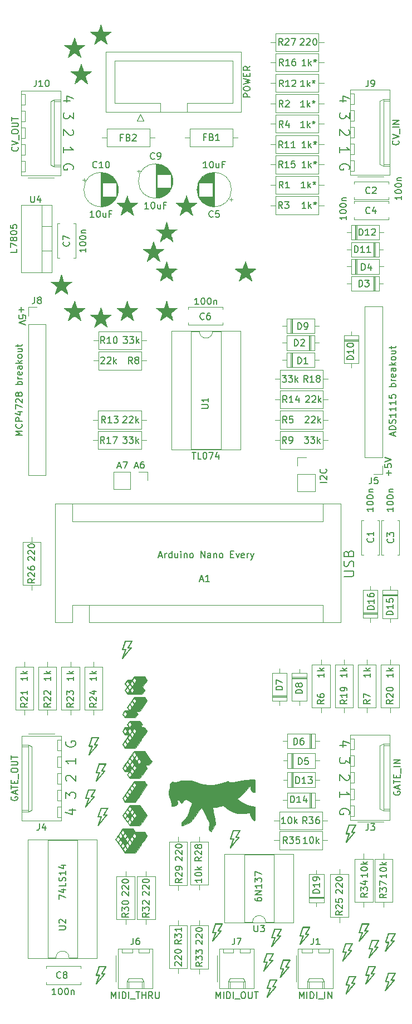
<source format=gbr>
%TF.GenerationSoftware,KiCad,Pcbnew,5.1.10-88a1d61d58~88~ubuntu20.10.1*%
%TF.CreationDate,2021-05-27T19:38:41+02:00*%
%TF.ProjectId,kosmo-multitool,6b6f736d-6f2d-46d7-956c-7469746f6f6c,v1.0.0*%
%TF.SameCoordinates,Original*%
%TF.FileFunction,Legend,Top*%
%TF.FilePolarity,Positive*%
%FSLAX46Y46*%
G04 Gerber Fmt 4.6, Leading zero omitted, Abs format (unit mm)*
G04 Created by KiCad (PCBNEW 5.1.10-88a1d61d58~88~ubuntu20.10.1) date 2021-05-27 19:38:41*
%MOMM*%
%LPD*%
G01*
G04 APERTURE LIST*
%ADD10C,0.150000*%
%ADD11C,0.120000*%
%ADD12C,0.010000*%
G04 APERTURE END LIST*
D10*
X121321428Y-146107142D02*
X120321428Y-146107142D01*
X121892857Y-145750000D02*
X120821428Y-145392857D01*
X120821428Y-146321428D01*
X121821428Y-147892857D02*
X121821428Y-148821428D01*
X121250000Y-148321428D01*
X121250000Y-148535714D01*
X121178571Y-148678571D01*
X121107142Y-148750000D01*
X120964285Y-148821428D01*
X120607142Y-148821428D01*
X120464285Y-148750000D01*
X120392857Y-148678571D01*
X120321428Y-148535714D01*
X120321428Y-148107142D01*
X120392857Y-147964285D01*
X120464285Y-147892857D01*
X121678571Y-150535714D02*
X121750000Y-150607142D01*
X121821428Y-150750000D01*
X121821428Y-151107142D01*
X121750000Y-151250000D01*
X121678571Y-151321428D01*
X121535714Y-151392857D01*
X121392857Y-151392857D01*
X121178571Y-151321428D01*
X120321428Y-150464285D01*
X120321428Y-151392857D01*
X120321428Y-153964285D02*
X120321428Y-153107142D01*
X120321428Y-153535714D02*
X121821428Y-153535714D01*
X121607142Y-153392857D01*
X121464285Y-153250000D01*
X121392857Y-153107142D01*
X121750000Y-156535714D02*
X121821428Y-156392857D01*
X121821428Y-156178571D01*
X121750000Y-155964285D01*
X121607142Y-155821428D01*
X121464285Y-155750000D01*
X121178571Y-155678571D01*
X120964285Y-155678571D01*
X120678571Y-155750000D01*
X120535714Y-155821428D01*
X120392857Y-155964285D01*
X120321428Y-156178571D01*
X120321428Y-156321428D01*
X120392857Y-156535714D01*
X120464285Y-156607142D01*
X120964285Y-156607142D01*
X120964285Y-156321428D01*
X79178571Y-155892857D02*
X80178571Y-155892857D01*
X78607142Y-156250000D02*
X79678571Y-156607142D01*
X79678571Y-155678571D01*
X78678571Y-154107142D02*
X78678571Y-153178571D01*
X79250000Y-153678571D01*
X79250000Y-153464285D01*
X79321428Y-153321428D01*
X79392857Y-153250000D01*
X79535714Y-153178571D01*
X79892857Y-153178571D01*
X80035714Y-153250000D01*
X80107142Y-153321428D01*
X80178571Y-153464285D01*
X80178571Y-153892857D01*
X80107142Y-154035714D01*
X80035714Y-154107142D01*
X78821428Y-151464285D02*
X78750000Y-151392857D01*
X78678571Y-151250000D01*
X78678571Y-150892857D01*
X78750000Y-150750000D01*
X78821428Y-150678571D01*
X78964285Y-150607142D01*
X79107142Y-150607142D01*
X79321428Y-150678571D01*
X80178571Y-151535714D01*
X80178571Y-150607142D01*
X80178571Y-148035714D02*
X80178571Y-148892857D01*
X80178571Y-148464285D02*
X78678571Y-148464285D01*
X78892857Y-148607142D01*
X79035714Y-148750000D01*
X79107142Y-148892857D01*
X78750000Y-145464285D02*
X78678571Y-145607142D01*
X78678571Y-145821428D01*
X78750000Y-146035714D01*
X78892857Y-146178571D01*
X79035714Y-146250000D01*
X79321428Y-146321428D01*
X79535714Y-146321428D01*
X79821428Y-146250000D01*
X79964285Y-146178571D01*
X80107142Y-146035714D01*
X80178571Y-145821428D01*
X80178571Y-145678571D01*
X80107142Y-145464285D01*
X80035714Y-145392857D01*
X79535714Y-145392857D01*
X79535714Y-145678571D01*
X121321428Y-48107142D02*
X120321428Y-48107142D01*
X121892857Y-47750000D02*
X120821428Y-47392857D01*
X120821428Y-48321428D01*
X121821428Y-49892857D02*
X121821428Y-50821428D01*
X121250000Y-50321428D01*
X121250000Y-50535714D01*
X121178571Y-50678571D01*
X121107142Y-50750000D01*
X120964285Y-50821428D01*
X120607142Y-50821428D01*
X120464285Y-50750000D01*
X120392857Y-50678571D01*
X120321428Y-50535714D01*
X120321428Y-50107142D01*
X120392857Y-49964285D01*
X120464285Y-49892857D01*
X121678571Y-52535714D02*
X121750000Y-52607142D01*
X121821428Y-52750000D01*
X121821428Y-53107142D01*
X121750000Y-53250000D01*
X121678571Y-53321428D01*
X121535714Y-53392857D01*
X121392857Y-53392857D01*
X121178571Y-53321428D01*
X120321428Y-52464285D01*
X120321428Y-53392857D01*
X120321428Y-55964285D02*
X120321428Y-55107142D01*
X120321428Y-55535714D02*
X121821428Y-55535714D01*
X121607142Y-55392857D01*
X121464285Y-55249999D01*
X121392857Y-55107142D01*
X121750000Y-58535714D02*
X121821428Y-58392857D01*
X121821428Y-58178571D01*
X121750000Y-57964285D01*
X121607142Y-57821428D01*
X121464285Y-57749999D01*
X121178571Y-57678571D01*
X120964285Y-57678571D01*
X120678571Y-57749999D01*
X120535714Y-57821428D01*
X120392857Y-57964285D01*
X120321428Y-58178571D01*
X120321428Y-58321428D01*
X120392857Y-58535714D01*
X120464285Y-58607142D01*
X120964285Y-58607142D01*
X120964285Y-58321428D01*
X79321428Y-48107142D02*
X78321428Y-48107142D01*
X79892857Y-47750000D02*
X78821428Y-47392857D01*
X78821428Y-48321428D01*
X79821428Y-49892857D02*
X79821428Y-50821428D01*
X79250000Y-50321428D01*
X79250000Y-50535714D01*
X79178571Y-50678571D01*
X79107142Y-50750000D01*
X78964285Y-50821428D01*
X78607142Y-50821428D01*
X78464285Y-50750000D01*
X78392857Y-50678571D01*
X78321428Y-50535714D01*
X78321428Y-50107142D01*
X78392857Y-49964285D01*
X78464285Y-49892857D01*
X79678571Y-52535714D02*
X79750000Y-52607142D01*
X79821428Y-52750000D01*
X79821428Y-53107142D01*
X79750000Y-53250000D01*
X79678571Y-53321428D01*
X79535714Y-53392857D01*
X79392857Y-53392857D01*
X79178571Y-53321428D01*
X78321428Y-52464285D01*
X78321428Y-53392857D01*
X78321428Y-55964285D02*
X78321428Y-55107142D01*
X78321428Y-55535714D02*
X79821428Y-55535714D01*
X79607142Y-55392857D01*
X79464285Y-55249999D01*
X79392857Y-55107142D01*
X79750000Y-58535714D02*
X79821428Y-58392857D01*
X79821428Y-58178571D01*
X79750000Y-57964285D01*
X79607142Y-57821428D01*
X79464285Y-57749999D01*
X79178571Y-57678571D01*
X78964285Y-57678571D01*
X78678571Y-57749999D01*
X78535714Y-57821428D01*
X78392857Y-57964285D01*
X78321428Y-58178571D01*
X78321428Y-58321428D01*
X78392857Y-58535714D01*
X78464285Y-58607142D01*
X78964285Y-58607142D01*
X78964285Y-58321428D01*
X127821428Y-105035714D02*
X127821428Y-104273809D01*
X128202380Y-104654761D02*
X127440476Y-104654761D01*
X127202380Y-103321428D02*
X127202380Y-103797619D01*
X127678571Y-103845238D01*
X127630952Y-103797619D01*
X127583333Y-103702380D01*
X127583333Y-103464285D01*
X127630952Y-103369047D01*
X127678571Y-103321428D01*
X127773809Y-103273809D01*
X128011904Y-103273809D01*
X128107142Y-103321428D01*
X128154761Y-103369047D01*
X128202380Y-103464285D01*
X128202380Y-103702380D01*
X128154761Y-103797619D01*
X128107142Y-103845238D01*
X127202380Y-102988095D02*
X128202380Y-102654761D01*
X127202380Y-102321428D01*
X71928571Y-79464285D02*
X71928571Y-80226190D01*
X71547619Y-79845238D02*
X72309523Y-79845238D01*
X72547619Y-81178571D02*
X72547619Y-80702380D01*
X72071428Y-80654761D01*
X72119047Y-80702380D01*
X72166666Y-80797619D01*
X72166666Y-81035714D01*
X72119047Y-81130952D01*
X72071428Y-81178571D01*
X71976190Y-81226190D01*
X71738095Y-81226190D01*
X71642857Y-81178571D01*
X71595238Y-81130952D01*
X71547619Y-81035714D01*
X71547619Y-80797619D01*
X71595238Y-80702380D01*
X71642857Y-80654761D01*
X72547619Y-81511904D02*
X71547619Y-81845238D01*
X72547619Y-82178571D01*
X120978571Y-120392857D02*
X122192857Y-120392857D01*
X122335714Y-120321428D01*
X122407142Y-120250000D01*
X122478571Y-120107142D01*
X122478571Y-119821428D01*
X122407142Y-119678571D01*
X122335714Y-119607142D01*
X122192857Y-119535714D01*
X120978571Y-119535714D01*
X122407142Y-118892857D02*
X122478571Y-118678571D01*
X122478571Y-118321428D01*
X122407142Y-118178571D01*
X122335714Y-118107142D01*
X122192857Y-118035714D01*
X122050000Y-118035714D01*
X121907142Y-118107142D01*
X121835714Y-118178571D01*
X121764285Y-118321428D01*
X121692857Y-118607142D01*
X121621428Y-118750000D01*
X121550000Y-118821428D01*
X121407142Y-118892857D01*
X121264285Y-118892857D01*
X121121428Y-118821428D01*
X121050000Y-118750000D01*
X120978571Y-118607142D01*
X120978571Y-118250000D01*
X121050000Y-118035714D01*
X121692857Y-116892857D02*
X121764285Y-116678571D01*
X121835714Y-116607142D01*
X121978571Y-116535714D01*
X122192857Y-116535714D01*
X122335714Y-116607142D01*
X122407142Y-116678571D01*
X122478571Y-116821428D01*
X122478571Y-117392857D01*
X120978571Y-117392857D01*
X120978571Y-116892857D01*
X121050000Y-116750000D01*
X121121428Y-116678571D01*
X121264285Y-116607142D01*
X121407142Y-116607142D01*
X121550000Y-116678571D01*
X121621428Y-116750000D01*
X121692857Y-116892857D01*
X121692857Y-117392857D01*
D11*
%TO.C,R37*%
X127000000Y-170620000D02*
X127000000Y-169850000D01*
X127000000Y-162540000D02*
X127000000Y-163310000D01*
X128370000Y-169850000D02*
X128370000Y-163310000D01*
X125630000Y-169850000D02*
X128370000Y-169850000D01*
X125630000Y-163310000D02*
X125630000Y-169850000D01*
X128370000Y-163310000D02*
X125630000Y-163310000D01*
%TO.C,R36*%
X110380000Y-157500000D02*
X111150000Y-157500000D01*
X118460000Y-157500000D02*
X117690000Y-157500000D01*
X111150000Y-158870000D02*
X117690000Y-158870000D01*
X111150000Y-156130000D02*
X111150000Y-158870000D01*
X117690000Y-156130000D02*
X111150000Y-156130000D01*
X117690000Y-158870000D02*
X117690000Y-156130000D01*
%TO.C,R35*%
X110380000Y-160500000D02*
X111150000Y-160500000D01*
X118460000Y-160500000D02*
X117690000Y-160500000D01*
X111150000Y-161870000D02*
X117690000Y-161870000D01*
X111150000Y-159130000D02*
X111150000Y-161870000D01*
X117690000Y-159130000D02*
X111150000Y-159130000D01*
X117690000Y-161870000D02*
X117690000Y-159130000D01*
%TO.C,R34*%
X124000000Y-170620000D02*
X124000000Y-169850000D01*
X124000000Y-162540000D02*
X124000000Y-163310000D01*
X125370000Y-169850000D02*
X125370000Y-163310000D01*
X122630000Y-169850000D02*
X125370000Y-169850000D01*
X122630000Y-163310000D02*
X122630000Y-169850000D01*
X125370000Y-163310000D02*
X122630000Y-163310000D01*
%TO.C,U2*%
X72940000Y-178390000D02*
X83440000Y-178390000D01*
X72940000Y-160370000D02*
X72940000Y-178390000D01*
X83440000Y-160370000D02*
X72940000Y-160370000D01*
X83440000Y-178390000D02*
X83440000Y-160370000D01*
X75940000Y-178330000D02*
X77190000Y-178330000D01*
X75940000Y-160430000D02*
X75940000Y-178330000D01*
X80440000Y-160430000D02*
X75940000Y-160430000D01*
X80440000Y-178330000D02*
X80440000Y-160430000D01*
X79190000Y-178330000D02*
X80440000Y-178330000D01*
X77190000Y-178330000D02*
G75*
G02*
X79190000Y-178330000I1000000J0D01*
G01*
%TO.C,J12*%
X85930000Y-104470000D02*
X85930000Y-107130000D01*
X88530000Y-104470000D02*
X85930000Y-104470000D01*
X88530000Y-107130000D02*
X85930000Y-107130000D01*
X88530000Y-104470000D02*
X88530000Y-107130000D01*
X89800000Y-104470000D02*
X91130000Y-104470000D01*
X91130000Y-104470000D02*
X91130000Y-105800000D01*
D12*
%TO.C,G\u002A\u002A\u002A*%
G36*
X81006677Y-42522320D02*
G01*
X81021995Y-42563819D01*
X81044719Y-42628931D01*
X81073725Y-42714338D01*
X81107885Y-42816724D01*
X81146076Y-42932773D01*
X81187172Y-43059167D01*
X81191089Y-43071290D01*
X81373062Y-43634831D01*
X81973666Y-43634853D01*
X82125941Y-43635235D01*
X82259529Y-43636334D01*
X82372155Y-43638093D01*
X82461543Y-43640456D01*
X82525418Y-43643366D01*
X82561503Y-43646768D01*
X82568979Y-43649566D01*
X82555324Y-43661945D01*
X82518805Y-43690683D01*
X82462336Y-43733601D01*
X82388829Y-43788524D01*
X82301198Y-43853274D01*
X82202358Y-43925672D01*
X82097728Y-44001728D01*
X81990586Y-44079708D01*
X81891711Y-44152409D01*
X81804040Y-44217615D01*
X81730507Y-44273110D01*
X81674051Y-44316680D01*
X81637606Y-44346107D01*
X81624151Y-44359048D01*
X81626922Y-44378768D01*
X81638537Y-44424581D01*
X81657810Y-44492453D01*
X81683555Y-44578352D01*
X81714589Y-44678245D01*
X81749726Y-44788101D01*
X81755087Y-44804605D01*
X81808684Y-44969454D01*
X81853105Y-45106577D01*
X81889081Y-45218413D01*
X81917344Y-45307400D01*
X81938626Y-45375978D01*
X81953659Y-45426584D01*
X81963174Y-45461657D01*
X81967902Y-45483637D01*
X81968576Y-45494961D01*
X81965927Y-45498069D01*
X81962779Y-45496844D01*
X81946127Y-45485226D01*
X81906807Y-45457099D01*
X81847825Y-45414634D01*
X81772185Y-45360002D01*
X81682895Y-45295374D01*
X81582959Y-45222920D01*
X81479307Y-45147662D01*
X81372263Y-45070161D01*
X81273137Y-44998914D01*
X81184891Y-44936011D01*
X81110487Y-44883542D01*
X81052887Y-44843596D01*
X81015054Y-44818262D01*
X81000018Y-44809625D01*
X80984379Y-44818646D01*
X80946071Y-44844318D01*
X80888057Y-44884552D01*
X80813298Y-44937261D01*
X80724757Y-45000357D01*
X80625395Y-45071751D01*
X80520390Y-45147745D01*
X80412992Y-45225687D01*
X80313347Y-45297901D01*
X80224461Y-45362218D01*
X80149338Y-45416468D01*
X80090981Y-45458481D01*
X80052396Y-45486088D01*
X80036714Y-45497041D01*
X80030369Y-45490379D01*
X80035458Y-45457448D01*
X80046704Y-45416889D01*
X80058664Y-45378898D01*
X80079003Y-45315322D01*
X80106238Y-45230757D01*
X80138884Y-45129798D01*
X80175457Y-45017041D01*
X80214473Y-44897079D01*
X80229102Y-44852183D01*
X80266845Y-44735078D01*
X80300766Y-44627258D01*
X80329732Y-44532523D01*
X80352614Y-44454674D01*
X80368281Y-44397513D01*
X80375602Y-44364842D01*
X80375813Y-44358958D01*
X80361604Y-44345397D01*
X80324515Y-44315541D01*
X80267471Y-44271593D01*
X80193397Y-44215758D01*
X80105216Y-44150240D01*
X80005853Y-44077243D01*
X79898286Y-43999011D01*
X79791085Y-43921105D01*
X79692474Y-43848831D01*
X79605314Y-43784331D01*
X79532465Y-43729749D01*
X79476785Y-43687226D01*
X79441136Y-43658907D01*
X79428377Y-43646933D01*
X79428374Y-43646892D01*
X79443673Y-43644194D01*
X79487262Y-43641701D01*
X79555682Y-43639484D01*
X79645475Y-43637613D01*
X79753180Y-43636157D01*
X79875340Y-43635187D01*
X80008495Y-43634772D01*
X80027656Y-43634762D01*
X80626937Y-43634650D01*
X80808801Y-43071200D01*
X80850088Y-42944023D01*
X80888576Y-42826885D01*
X80923140Y-42723102D01*
X80952654Y-42635993D01*
X80975994Y-42568875D01*
X80992035Y-42525063D01*
X80999652Y-42507877D01*
X80999890Y-42507750D01*
X81006677Y-42522320D01*
G37*
X81006677Y-42522320D02*
X81021995Y-42563819D01*
X81044719Y-42628931D01*
X81073725Y-42714338D01*
X81107885Y-42816724D01*
X81146076Y-42932773D01*
X81187172Y-43059167D01*
X81191089Y-43071290D01*
X81373062Y-43634831D01*
X81973666Y-43634853D01*
X82125941Y-43635235D01*
X82259529Y-43636334D01*
X82372155Y-43638093D01*
X82461543Y-43640456D01*
X82525418Y-43643366D01*
X82561503Y-43646768D01*
X82568979Y-43649566D01*
X82555324Y-43661945D01*
X82518805Y-43690683D01*
X82462336Y-43733601D01*
X82388829Y-43788524D01*
X82301198Y-43853274D01*
X82202358Y-43925672D01*
X82097728Y-44001728D01*
X81990586Y-44079708D01*
X81891711Y-44152409D01*
X81804040Y-44217615D01*
X81730507Y-44273110D01*
X81674051Y-44316680D01*
X81637606Y-44346107D01*
X81624151Y-44359048D01*
X81626922Y-44378768D01*
X81638537Y-44424581D01*
X81657810Y-44492453D01*
X81683555Y-44578352D01*
X81714589Y-44678245D01*
X81749726Y-44788101D01*
X81755087Y-44804605D01*
X81808684Y-44969454D01*
X81853105Y-45106577D01*
X81889081Y-45218413D01*
X81917344Y-45307400D01*
X81938626Y-45375978D01*
X81953659Y-45426584D01*
X81963174Y-45461657D01*
X81967902Y-45483637D01*
X81968576Y-45494961D01*
X81965927Y-45498069D01*
X81962779Y-45496844D01*
X81946127Y-45485226D01*
X81906807Y-45457099D01*
X81847825Y-45414634D01*
X81772185Y-45360002D01*
X81682895Y-45295374D01*
X81582959Y-45222920D01*
X81479307Y-45147662D01*
X81372263Y-45070161D01*
X81273137Y-44998914D01*
X81184891Y-44936011D01*
X81110487Y-44883542D01*
X81052887Y-44843596D01*
X81015054Y-44818262D01*
X81000018Y-44809625D01*
X80984379Y-44818646D01*
X80946071Y-44844318D01*
X80888057Y-44884552D01*
X80813298Y-44937261D01*
X80724757Y-45000357D01*
X80625395Y-45071751D01*
X80520390Y-45147745D01*
X80412992Y-45225687D01*
X80313347Y-45297901D01*
X80224461Y-45362218D01*
X80149338Y-45416468D01*
X80090981Y-45458481D01*
X80052396Y-45486088D01*
X80036714Y-45497041D01*
X80030369Y-45490379D01*
X80035458Y-45457448D01*
X80046704Y-45416889D01*
X80058664Y-45378898D01*
X80079003Y-45315322D01*
X80106238Y-45230757D01*
X80138884Y-45129798D01*
X80175457Y-45017041D01*
X80214473Y-44897079D01*
X80229102Y-44852183D01*
X80266845Y-44735078D01*
X80300766Y-44627258D01*
X80329732Y-44532523D01*
X80352614Y-44454674D01*
X80368281Y-44397513D01*
X80375602Y-44364842D01*
X80375813Y-44358958D01*
X80361604Y-44345397D01*
X80324515Y-44315541D01*
X80267471Y-44271593D01*
X80193397Y-44215758D01*
X80105216Y-44150240D01*
X80005853Y-44077243D01*
X79898286Y-43999011D01*
X79791085Y-43921105D01*
X79692474Y-43848831D01*
X79605314Y-43784331D01*
X79532465Y-43729749D01*
X79476785Y-43687226D01*
X79441136Y-43658907D01*
X79428377Y-43646933D01*
X79428374Y-43646892D01*
X79443673Y-43644194D01*
X79487262Y-43641701D01*
X79555682Y-43639484D01*
X79645475Y-43637613D01*
X79753180Y-43636157D01*
X79875340Y-43635187D01*
X80008495Y-43634772D01*
X80027656Y-43634762D01*
X80626937Y-43634650D01*
X80808801Y-43071200D01*
X80850088Y-42944023D01*
X80888576Y-42826885D01*
X80923140Y-42723102D01*
X80952654Y-42635993D01*
X80975994Y-42568875D01*
X80992035Y-42525063D01*
X80999652Y-42507877D01*
X80999890Y-42507750D01*
X81006677Y-42522320D01*
G36*
X80006677Y-38522320D02*
G01*
X80021995Y-38563819D01*
X80044719Y-38628931D01*
X80073725Y-38714338D01*
X80107885Y-38816724D01*
X80146076Y-38932773D01*
X80187172Y-39059167D01*
X80191089Y-39071290D01*
X80373062Y-39634831D01*
X80973666Y-39634853D01*
X81125941Y-39635235D01*
X81259529Y-39636334D01*
X81372155Y-39638093D01*
X81461543Y-39640456D01*
X81525418Y-39643366D01*
X81561503Y-39646768D01*
X81568979Y-39649566D01*
X81555324Y-39661945D01*
X81518805Y-39690683D01*
X81462336Y-39733601D01*
X81388829Y-39788524D01*
X81301198Y-39853274D01*
X81202358Y-39925672D01*
X81097728Y-40001728D01*
X80990586Y-40079708D01*
X80891711Y-40152409D01*
X80804040Y-40217615D01*
X80730507Y-40273110D01*
X80674051Y-40316680D01*
X80637606Y-40346107D01*
X80624151Y-40359048D01*
X80626922Y-40378768D01*
X80638537Y-40424581D01*
X80657810Y-40492453D01*
X80683555Y-40578352D01*
X80714589Y-40678245D01*
X80749726Y-40788101D01*
X80755087Y-40804605D01*
X80808684Y-40969454D01*
X80853105Y-41106577D01*
X80889081Y-41218413D01*
X80917344Y-41307400D01*
X80938626Y-41375978D01*
X80953659Y-41426584D01*
X80963174Y-41461657D01*
X80967902Y-41483637D01*
X80968576Y-41494961D01*
X80965927Y-41498069D01*
X80962779Y-41496844D01*
X80946127Y-41485226D01*
X80906807Y-41457099D01*
X80847825Y-41414634D01*
X80772185Y-41360002D01*
X80682895Y-41295374D01*
X80582959Y-41222920D01*
X80479307Y-41147662D01*
X80372263Y-41070161D01*
X80273137Y-40998914D01*
X80184891Y-40936011D01*
X80110487Y-40883542D01*
X80052887Y-40843596D01*
X80015054Y-40818262D01*
X80000018Y-40809625D01*
X79984379Y-40818646D01*
X79946071Y-40844318D01*
X79888057Y-40884552D01*
X79813298Y-40937261D01*
X79724757Y-41000357D01*
X79625395Y-41071751D01*
X79520390Y-41147745D01*
X79412992Y-41225687D01*
X79313347Y-41297901D01*
X79224461Y-41362218D01*
X79149338Y-41416468D01*
X79090981Y-41458481D01*
X79052396Y-41486088D01*
X79036714Y-41497041D01*
X79030369Y-41490379D01*
X79035458Y-41457448D01*
X79046704Y-41416889D01*
X79058664Y-41378898D01*
X79079003Y-41315322D01*
X79106238Y-41230757D01*
X79138884Y-41129798D01*
X79175457Y-41017041D01*
X79214473Y-40897079D01*
X79229102Y-40852183D01*
X79266845Y-40735078D01*
X79300766Y-40627258D01*
X79329732Y-40532523D01*
X79352614Y-40454674D01*
X79368281Y-40397513D01*
X79375602Y-40364842D01*
X79375813Y-40358958D01*
X79361604Y-40345397D01*
X79324515Y-40315541D01*
X79267471Y-40271593D01*
X79193397Y-40215758D01*
X79105216Y-40150240D01*
X79005853Y-40077243D01*
X78898286Y-39999011D01*
X78791085Y-39921105D01*
X78692474Y-39848831D01*
X78605314Y-39784331D01*
X78532465Y-39729749D01*
X78476785Y-39687226D01*
X78441136Y-39658907D01*
X78428377Y-39646933D01*
X78428374Y-39646892D01*
X78443673Y-39644194D01*
X78487262Y-39641701D01*
X78555682Y-39639484D01*
X78645475Y-39637613D01*
X78753180Y-39636157D01*
X78875340Y-39635187D01*
X79008495Y-39634772D01*
X79027656Y-39634762D01*
X79626937Y-39634650D01*
X79808801Y-39071200D01*
X79850088Y-38944023D01*
X79888576Y-38826885D01*
X79923140Y-38723102D01*
X79952654Y-38635993D01*
X79975994Y-38568875D01*
X79992035Y-38525063D01*
X79999652Y-38507877D01*
X79999890Y-38507750D01*
X80006677Y-38522320D01*
G37*
X80006677Y-38522320D02*
X80021995Y-38563819D01*
X80044719Y-38628931D01*
X80073725Y-38714338D01*
X80107885Y-38816724D01*
X80146076Y-38932773D01*
X80187172Y-39059167D01*
X80191089Y-39071290D01*
X80373062Y-39634831D01*
X80973666Y-39634853D01*
X81125941Y-39635235D01*
X81259529Y-39636334D01*
X81372155Y-39638093D01*
X81461543Y-39640456D01*
X81525418Y-39643366D01*
X81561503Y-39646768D01*
X81568979Y-39649566D01*
X81555324Y-39661945D01*
X81518805Y-39690683D01*
X81462336Y-39733601D01*
X81388829Y-39788524D01*
X81301198Y-39853274D01*
X81202358Y-39925672D01*
X81097728Y-40001728D01*
X80990586Y-40079708D01*
X80891711Y-40152409D01*
X80804040Y-40217615D01*
X80730507Y-40273110D01*
X80674051Y-40316680D01*
X80637606Y-40346107D01*
X80624151Y-40359048D01*
X80626922Y-40378768D01*
X80638537Y-40424581D01*
X80657810Y-40492453D01*
X80683555Y-40578352D01*
X80714589Y-40678245D01*
X80749726Y-40788101D01*
X80755087Y-40804605D01*
X80808684Y-40969454D01*
X80853105Y-41106577D01*
X80889081Y-41218413D01*
X80917344Y-41307400D01*
X80938626Y-41375978D01*
X80953659Y-41426584D01*
X80963174Y-41461657D01*
X80967902Y-41483637D01*
X80968576Y-41494961D01*
X80965927Y-41498069D01*
X80962779Y-41496844D01*
X80946127Y-41485226D01*
X80906807Y-41457099D01*
X80847825Y-41414634D01*
X80772185Y-41360002D01*
X80682895Y-41295374D01*
X80582959Y-41222920D01*
X80479307Y-41147662D01*
X80372263Y-41070161D01*
X80273137Y-40998914D01*
X80184891Y-40936011D01*
X80110487Y-40883542D01*
X80052887Y-40843596D01*
X80015054Y-40818262D01*
X80000018Y-40809625D01*
X79984379Y-40818646D01*
X79946071Y-40844318D01*
X79888057Y-40884552D01*
X79813298Y-40937261D01*
X79724757Y-41000357D01*
X79625395Y-41071751D01*
X79520390Y-41147745D01*
X79412992Y-41225687D01*
X79313347Y-41297901D01*
X79224461Y-41362218D01*
X79149338Y-41416468D01*
X79090981Y-41458481D01*
X79052396Y-41486088D01*
X79036714Y-41497041D01*
X79030369Y-41490379D01*
X79035458Y-41457448D01*
X79046704Y-41416889D01*
X79058664Y-41378898D01*
X79079003Y-41315322D01*
X79106238Y-41230757D01*
X79138884Y-41129798D01*
X79175457Y-41017041D01*
X79214473Y-40897079D01*
X79229102Y-40852183D01*
X79266845Y-40735078D01*
X79300766Y-40627258D01*
X79329732Y-40532523D01*
X79352614Y-40454674D01*
X79368281Y-40397513D01*
X79375602Y-40364842D01*
X79375813Y-40358958D01*
X79361604Y-40345397D01*
X79324515Y-40315541D01*
X79267471Y-40271593D01*
X79193397Y-40215758D01*
X79105216Y-40150240D01*
X79005853Y-40077243D01*
X78898286Y-39999011D01*
X78791085Y-39921105D01*
X78692474Y-39848831D01*
X78605314Y-39784331D01*
X78532465Y-39729749D01*
X78476785Y-39687226D01*
X78441136Y-39658907D01*
X78428377Y-39646933D01*
X78428374Y-39646892D01*
X78443673Y-39644194D01*
X78487262Y-39641701D01*
X78555682Y-39639484D01*
X78645475Y-39637613D01*
X78753180Y-39636157D01*
X78875340Y-39635187D01*
X79008495Y-39634772D01*
X79027656Y-39634762D01*
X79626937Y-39634650D01*
X79808801Y-39071200D01*
X79850088Y-38944023D01*
X79888576Y-38826885D01*
X79923140Y-38723102D01*
X79952654Y-38635993D01*
X79975994Y-38568875D01*
X79992035Y-38525063D01*
X79999652Y-38507877D01*
X79999890Y-38507750D01*
X80006677Y-38522320D01*
G36*
X84006677Y-36522320D02*
G01*
X84021995Y-36563819D01*
X84044719Y-36628931D01*
X84073725Y-36714338D01*
X84107885Y-36816724D01*
X84146076Y-36932773D01*
X84187172Y-37059167D01*
X84191089Y-37071290D01*
X84373062Y-37634831D01*
X84973666Y-37634853D01*
X85125941Y-37635235D01*
X85259529Y-37636334D01*
X85372155Y-37638093D01*
X85461543Y-37640456D01*
X85525418Y-37643366D01*
X85561503Y-37646768D01*
X85568979Y-37649566D01*
X85555324Y-37661945D01*
X85518805Y-37690683D01*
X85462336Y-37733601D01*
X85388829Y-37788524D01*
X85301198Y-37853274D01*
X85202358Y-37925672D01*
X85097728Y-38001728D01*
X84990586Y-38079708D01*
X84891711Y-38152409D01*
X84804040Y-38217615D01*
X84730507Y-38273110D01*
X84674051Y-38316680D01*
X84637606Y-38346107D01*
X84624151Y-38359048D01*
X84626922Y-38378768D01*
X84638537Y-38424581D01*
X84657810Y-38492453D01*
X84683555Y-38578352D01*
X84714589Y-38678245D01*
X84749726Y-38788101D01*
X84755087Y-38804605D01*
X84808684Y-38969454D01*
X84853105Y-39106577D01*
X84889081Y-39218413D01*
X84917344Y-39307400D01*
X84938626Y-39375978D01*
X84953659Y-39426584D01*
X84963174Y-39461657D01*
X84967902Y-39483637D01*
X84968576Y-39494961D01*
X84965927Y-39498069D01*
X84962779Y-39496844D01*
X84946127Y-39485226D01*
X84906807Y-39457099D01*
X84847825Y-39414634D01*
X84772185Y-39360002D01*
X84682895Y-39295374D01*
X84582959Y-39222920D01*
X84479307Y-39147662D01*
X84372263Y-39070161D01*
X84273137Y-38998914D01*
X84184891Y-38936011D01*
X84110487Y-38883542D01*
X84052887Y-38843596D01*
X84015054Y-38818262D01*
X84000018Y-38809625D01*
X83984379Y-38818646D01*
X83946071Y-38844318D01*
X83888057Y-38884552D01*
X83813298Y-38937261D01*
X83724757Y-39000357D01*
X83625395Y-39071751D01*
X83520390Y-39147745D01*
X83412992Y-39225687D01*
X83313347Y-39297901D01*
X83224461Y-39362218D01*
X83149338Y-39416468D01*
X83090981Y-39458481D01*
X83052396Y-39486088D01*
X83036714Y-39497041D01*
X83030369Y-39490379D01*
X83035458Y-39457448D01*
X83046704Y-39416889D01*
X83058664Y-39378898D01*
X83079003Y-39315322D01*
X83106238Y-39230757D01*
X83138884Y-39129798D01*
X83175457Y-39017041D01*
X83214473Y-38897079D01*
X83229102Y-38852183D01*
X83266845Y-38735078D01*
X83300766Y-38627258D01*
X83329732Y-38532523D01*
X83352614Y-38454674D01*
X83368281Y-38397513D01*
X83375602Y-38364842D01*
X83375813Y-38358958D01*
X83361604Y-38345397D01*
X83324515Y-38315541D01*
X83267471Y-38271593D01*
X83193397Y-38215758D01*
X83105216Y-38150240D01*
X83005853Y-38077243D01*
X82898286Y-37999011D01*
X82791085Y-37921105D01*
X82692474Y-37848831D01*
X82605314Y-37784331D01*
X82532465Y-37729749D01*
X82476785Y-37687226D01*
X82441136Y-37658907D01*
X82428377Y-37646933D01*
X82428374Y-37646892D01*
X82443673Y-37644194D01*
X82487262Y-37641701D01*
X82555682Y-37639484D01*
X82645475Y-37637613D01*
X82753180Y-37636157D01*
X82875340Y-37635187D01*
X83008495Y-37634772D01*
X83027656Y-37634762D01*
X83626937Y-37634650D01*
X83808801Y-37071200D01*
X83850088Y-36944023D01*
X83888576Y-36826885D01*
X83923140Y-36723102D01*
X83952654Y-36635993D01*
X83975994Y-36568875D01*
X83992035Y-36525063D01*
X83999652Y-36507877D01*
X83999890Y-36507750D01*
X84006677Y-36522320D01*
G37*
X84006677Y-36522320D02*
X84021995Y-36563819D01*
X84044719Y-36628931D01*
X84073725Y-36714338D01*
X84107885Y-36816724D01*
X84146076Y-36932773D01*
X84187172Y-37059167D01*
X84191089Y-37071290D01*
X84373062Y-37634831D01*
X84973666Y-37634853D01*
X85125941Y-37635235D01*
X85259529Y-37636334D01*
X85372155Y-37638093D01*
X85461543Y-37640456D01*
X85525418Y-37643366D01*
X85561503Y-37646768D01*
X85568979Y-37649566D01*
X85555324Y-37661945D01*
X85518805Y-37690683D01*
X85462336Y-37733601D01*
X85388829Y-37788524D01*
X85301198Y-37853274D01*
X85202358Y-37925672D01*
X85097728Y-38001728D01*
X84990586Y-38079708D01*
X84891711Y-38152409D01*
X84804040Y-38217615D01*
X84730507Y-38273110D01*
X84674051Y-38316680D01*
X84637606Y-38346107D01*
X84624151Y-38359048D01*
X84626922Y-38378768D01*
X84638537Y-38424581D01*
X84657810Y-38492453D01*
X84683555Y-38578352D01*
X84714589Y-38678245D01*
X84749726Y-38788101D01*
X84755087Y-38804605D01*
X84808684Y-38969454D01*
X84853105Y-39106577D01*
X84889081Y-39218413D01*
X84917344Y-39307400D01*
X84938626Y-39375978D01*
X84953659Y-39426584D01*
X84963174Y-39461657D01*
X84967902Y-39483637D01*
X84968576Y-39494961D01*
X84965927Y-39498069D01*
X84962779Y-39496844D01*
X84946127Y-39485226D01*
X84906807Y-39457099D01*
X84847825Y-39414634D01*
X84772185Y-39360002D01*
X84682895Y-39295374D01*
X84582959Y-39222920D01*
X84479307Y-39147662D01*
X84372263Y-39070161D01*
X84273137Y-38998914D01*
X84184891Y-38936011D01*
X84110487Y-38883542D01*
X84052887Y-38843596D01*
X84015054Y-38818262D01*
X84000018Y-38809625D01*
X83984379Y-38818646D01*
X83946071Y-38844318D01*
X83888057Y-38884552D01*
X83813298Y-38937261D01*
X83724757Y-39000357D01*
X83625395Y-39071751D01*
X83520390Y-39147745D01*
X83412992Y-39225687D01*
X83313347Y-39297901D01*
X83224461Y-39362218D01*
X83149338Y-39416468D01*
X83090981Y-39458481D01*
X83052396Y-39486088D01*
X83036714Y-39497041D01*
X83030369Y-39490379D01*
X83035458Y-39457448D01*
X83046704Y-39416889D01*
X83058664Y-39378898D01*
X83079003Y-39315322D01*
X83106238Y-39230757D01*
X83138884Y-39129798D01*
X83175457Y-39017041D01*
X83214473Y-38897079D01*
X83229102Y-38852183D01*
X83266845Y-38735078D01*
X83300766Y-38627258D01*
X83329732Y-38532523D01*
X83352614Y-38454674D01*
X83368281Y-38397513D01*
X83375602Y-38364842D01*
X83375813Y-38358958D01*
X83361604Y-38345397D01*
X83324515Y-38315541D01*
X83267471Y-38271593D01*
X83193397Y-38215758D01*
X83105216Y-38150240D01*
X83005853Y-38077243D01*
X82898286Y-37999011D01*
X82791085Y-37921105D01*
X82692474Y-37848831D01*
X82605314Y-37784331D01*
X82532465Y-37729749D01*
X82476785Y-37687226D01*
X82441136Y-37658907D01*
X82428377Y-37646933D01*
X82428374Y-37646892D01*
X82443673Y-37644194D01*
X82487262Y-37641701D01*
X82555682Y-37639484D01*
X82645475Y-37637613D01*
X82753180Y-37636157D01*
X82875340Y-37635187D01*
X83008495Y-37634772D01*
X83027656Y-37634762D01*
X83626937Y-37634650D01*
X83808801Y-37071200D01*
X83850088Y-36944023D01*
X83888576Y-36826885D01*
X83923140Y-36723102D01*
X83952654Y-36635993D01*
X83975994Y-36568875D01*
X83992035Y-36525063D01*
X83999652Y-36507877D01*
X83999890Y-36507750D01*
X84006677Y-36522320D01*
G36*
X97006677Y-62522320D02*
G01*
X97021995Y-62563819D01*
X97044719Y-62628931D01*
X97073725Y-62714338D01*
X97107885Y-62816724D01*
X97146076Y-62932773D01*
X97187172Y-63059167D01*
X97191089Y-63071290D01*
X97373062Y-63634831D01*
X97973666Y-63634853D01*
X98125941Y-63635235D01*
X98259529Y-63636334D01*
X98372155Y-63638093D01*
X98461543Y-63640456D01*
X98525418Y-63643366D01*
X98561503Y-63646768D01*
X98568979Y-63649566D01*
X98555324Y-63661945D01*
X98518805Y-63690683D01*
X98462336Y-63733601D01*
X98388829Y-63788524D01*
X98301198Y-63853274D01*
X98202358Y-63925672D01*
X98097728Y-64001728D01*
X97990586Y-64079708D01*
X97891711Y-64152409D01*
X97804040Y-64217615D01*
X97730507Y-64273110D01*
X97674051Y-64316680D01*
X97637606Y-64346107D01*
X97624151Y-64359048D01*
X97626922Y-64378768D01*
X97638537Y-64424581D01*
X97657810Y-64492453D01*
X97683555Y-64578352D01*
X97714589Y-64678245D01*
X97749726Y-64788101D01*
X97755087Y-64804605D01*
X97808684Y-64969454D01*
X97853105Y-65106577D01*
X97889081Y-65218413D01*
X97917344Y-65307400D01*
X97938626Y-65375978D01*
X97953659Y-65426584D01*
X97963174Y-65461657D01*
X97967902Y-65483637D01*
X97968576Y-65494961D01*
X97965927Y-65498069D01*
X97962779Y-65496844D01*
X97946127Y-65485226D01*
X97906807Y-65457099D01*
X97847825Y-65414634D01*
X97772185Y-65360002D01*
X97682895Y-65295374D01*
X97582959Y-65222920D01*
X97479307Y-65147662D01*
X97372263Y-65070161D01*
X97273137Y-64998914D01*
X97184891Y-64936011D01*
X97110487Y-64883542D01*
X97052887Y-64843596D01*
X97015054Y-64818262D01*
X97000018Y-64809625D01*
X96984379Y-64818646D01*
X96946071Y-64844318D01*
X96888057Y-64884552D01*
X96813298Y-64937261D01*
X96724757Y-65000357D01*
X96625395Y-65071751D01*
X96520390Y-65147745D01*
X96412992Y-65225687D01*
X96313347Y-65297901D01*
X96224461Y-65362218D01*
X96149338Y-65416468D01*
X96090981Y-65458481D01*
X96052396Y-65486088D01*
X96036714Y-65497041D01*
X96030369Y-65490379D01*
X96035458Y-65457448D01*
X96046704Y-65416889D01*
X96058664Y-65378898D01*
X96079003Y-65315322D01*
X96106238Y-65230757D01*
X96138884Y-65129798D01*
X96175457Y-65017041D01*
X96214473Y-64897079D01*
X96229102Y-64852183D01*
X96266845Y-64735078D01*
X96300766Y-64627258D01*
X96329732Y-64532523D01*
X96352614Y-64454674D01*
X96368281Y-64397513D01*
X96375602Y-64364842D01*
X96375813Y-64358958D01*
X96361604Y-64345397D01*
X96324515Y-64315541D01*
X96267471Y-64271593D01*
X96193397Y-64215758D01*
X96105216Y-64150240D01*
X96005853Y-64077243D01*
X95898286Y-63999011D01*
X95791085Y-63921105D01*
X95692474Y-63848831D01*
X95605314Y-63784331D01*
X95532465Y-63729749D01*
X95476785Y-63687226D01*
X95441136Y-63658907D01*
X95428377Y-63646933D01*
X95428374Y-63646892D01*
X95443673Y-63644194D01*
X95487262Y-63641701D01*
X95555682Y-63639484D01*
X95645475Y-63637613D01*
X95753180Y-63636157D01*
X95875340Y-63635187D01*
X96008495Y-63634772D01*
X96027656Y-63634762D01*
X96626937Y-63634650D01*
X96808801Y-63071200D01*
X96850088Y-62944023D01*
X96888576Y-62826885D01*
X96923140Y-62723102D01*
X96952654Y-62635993D01*
X96975994Y-62568875D01*
X96992035Y-62525063D01*
X96999652Y-62507877D01*
X96999890Y-62507750D01*
X97006677Y-62522320D01*
G37*
X97006677Y-62522320D02*
X97021995Y-62563819D01*
X97044719Y-62628931D01*
X97073725Y-62714338D01*
X97107885Y-62816724D01*
X97146076Y-62932773D01*
X97187172Y-63059167D01*
X97191089Y-63071290D01*
X97373062Y-63634831D01*
X97973666Y-63634853D01*
X98125941Y-63635235D01*
X98259529Y-63636334D01*
X98372155Y-63638093D01*
X98461543Y-63640456D01*
X98525418Y-63643366D01*
X98561503Y-63646768D01*
X98568979Y-63649566D01*
X98555324Y-63661945D01*
X98518805Y-63690683D01*
X98462336Y-63733601D01*
X98388829Y-63788524D01*
X98301198Y-63853274D01*
X98202358Y-63925672D01*
X98097728Y-64001728D01*
X97990586Y-64079708D01*
X97891711Y-64152409D01*
X97804040Y-64217615D01*
X97730507Y-64273110D01*
X97674051Y-64316680D01*
X97637606Y-64346107D01*
X97624151Y-64359048D01*
X97626922Y-64378768D01*
X97638537Y-64424581D01*
X97657810Y-64492453D01*
X97683555Y-64578352D01*
X97714589Y-64678245D01*
X97749726Y-64788101D01*
X97755087Y-64804605D01*
X97808684Y-64969454D01*
X97853105Y-65106577D01*
X97889081Y-65218413D01*
X97917344Y-65307400D01*
X97938626Y-65375978D01*
X97953659Y-65426584D01*
X97963174Y-65461657D01*
X97967902Y-65483637D01*
X97968576Y-65494961D01*
X97965927Y-65498069D01*
X97962779Y-65496844D01*
X97946127Y-65485226D01*
X97906807Y-65457099D01*
X97847825Y-65414634D01*
X97772185Y-65360002D01*
X97682895Y-65295374D01*
X97582959Y-65222920D01*
X97479307Y-65147662D01*
X97372263Y-65070161D01*
X97273137Y-64998914D01*
X97184891Y-64936011D01*
X97110487Y-64883542D01*
X97052887Y-64843596D01*
X97015054Y-64818262D01*
X97000018Y-64809625D01*
X96984379Y-64818646D01*
X96946071Y-64844318D01*
X96888057Y-64884552D01*
X96813298Y-64937261D01*
X96724757Y-65000357D01*
X96625395Y-65071751D01*
X96520390Y-65147745D01*
X96412992Y-65225687D01*
X96313347Y-65297901D01*
X96224461Y-65362218D01*
X96149338Y-65416468D01*
X96090981Y-65458481D01*
X96052396Y-65486088D01*
X96036714Y-65497041D01*
X96030369Y-65490379D01*
X96035458Y-65457448D01*
X96046704Y-65416889D01*
X96058664Y-65378898D01*
X96079003Y-65315322D01*
X96106238Y-65230757D01*
X96138884Y-65129798D01*
X96175457Y-65017041D01*
X96214473Y-64897079D01*
X96229102Y-64852183D01*
X96266845Y-64735078D01*
X96300766Y-64627258D01*
X96329732Y-64532523D01*
X96352614Y-64454674D01*
X96368281Y-64397513D01*
X96375602Y-64364842D01*
X96375813Y-64358958D01*
X96361604Y-64345397D01*
X96324515Y-64315541D01*
X96267471Y-64271593D01*
X96193397Y-64215758D01*
X96105216Y-64150240D01*
X96005853Y-64077243D01*
X95898286Y-63999011D01*
X95791085Y-63921105D01*
X95692474Y-63848831D01*
X95605314Y-63784331D01*
X95532465Y-63729749D01*
X95476785Y-63687226D01*
X95441136Y-63658907D01*
X95428377Y-63646933D01*
X95428374Y-63646892D01*
X95443673Y-63644194D01*
X95487262Y-63641701D01*
X95555682Y-63639484D01*
X95645475Y-63637613D01*
X95753180Y-63636157D01*
X95875340Y-63635187D01*
X96008495Y-63634772D01*
X96027656Y-63634762D01*
X96626937Y-63634650D01*
X96808801Y-63071200D01*
X96850088Y-62944023D01*
X96888576Y-62826885D01*
X96923140Y-62723102D01*
X96952654Y-62635993D01*
X96975994Y-62568875D01*
X96992035Y-62525063D01*
X96999652Y-62507877D01*
X96999890Y-62507750D01*
X97006677Y-62522320D01*
G36*
X88006677Y-62522320D02*
G01*
X88021995Y-62563819D01*
X88044719Y-62628931D01*
X88073725Y-62714338D01*
X88107885Y-62816724D01*
X88146076Y-62932773D01*
X88187172Y-63059167D01*
X88191089Y-63071290D01*
X88373062Y-63634831D01*
X88973666Y-63634853D01*
X89125941Y-63635235D01*
X89259529Y-63636334D01*
X89372155Y-63638093D01*
X89461543Y-63640456D01*
X89525418Y-63643366D01*
X89561503Y-63646768D01*
X89568979Y-63649566D01*
X89555324Y-63661945D01*
X89518805Y-63690683D01*
X89462336Y-63733601D01*
X89388829Y-63788524D01*
X89301198Y-63853274D01*
X89202358Y-63925672D01*
X89097728Y-64001728D01*
X88990586Y-64079708D01*
X88891711Y-64152409D01*
X88804040Y-64217615D01*
X88730507Y-64273110D01*
X88674051Y-64316680D01*
X88637606Y-64346107D01*
X88624151Y-64359048D01*
X88626922Y-64378768D01*
X88638537Y-64424581D01*
X88657810Y-64492453D01*
X88683555Y-64578352D01*
X88714589Y-64678245D01*
X88749726Y-64788101D01*
X88755087Y-64804605D01*
X88808684Y-64969454D01*
X88853105Y-65106577D01*
X88889081Y-65218413D01*
X88917344Y-65307400D01*
X88938626Y-65375978D01*
X88953659Y-65426584D01*
X88963174Y-65461657D01*
X88967902Y-65483637D01*
X88968576Y-65494961D01*
X88965927Y-65498069D01*
X88962779Y-65496844D01*
X88946127Y-65485226D01*
X88906807Y-65457099D01*
X88847825Y-65414634D01*
X88772185Y-65360002D01*
X88682895Y-65295374D01*
X88582959Y-65222920D01*
X88479307Y-65147662D01*
X88372263Y-65070161D01*
X88273137Y-64998914D01*
X88184891Y-64936011D01*
X88110487Y-64883542D01*
X88052887Y-64843596D01*
X88015054Y-64818262D01*
X88000018Y-64809625D01*
X87984379Y-64818646D01*
X87946071Y-64844318D01*
X87888057Y-64884552D01*
X87813298Y-64937261D01*
X87724757Y-65000357D01*
X87625395Y-65071751D01*
X87520390Y-65147745D01*
X87412992Y-65225687D01*
X87313347Y-65297901D01*
X87224461Y-65362218D01*
X87149338Y-65416468D01*
X87090981Y-65458481D01*
X87052396Y-65486088D01*
X87036714Y-65497041D01*
X87030369Y-65490379D01*
X87035458Y-65457448D01*
X87046704Y-65416889D01*
X87058664Y-65378898D01*
X87079003Y-65315322D01*
X87106238Y-65230757D01*
X87138884Y-65129798D01*
X87175457Y-65017041D01*
X87214473Y-64897079D01*
X87229102Y-64852183D01*
X87266845Y-64735078D01*
X87300766Y-64627258D01*
X87329732Y-64532523D01*
X87352614Y-64454674D01*
X87368281Y-64397513D01*
X87375602Y-64364842D01*
X87375813Y-64358958D01*
X87361604Y-64345397D01*
X87324515Y-64315541D01*
X87267471Y-64271593D01*
X87193397Y-64215758D01*
X87105216Y-64150240D01*
X87005853Y-64077243D01*
X86898286Y-63999011D01*
X86791085Y-63921105D01*
X86692474Y-63848831D01*
X86605314Y-63784331D01*
X86532465Y-63729749D01*
X86476785Y-63687226D01*
X86441136Y-63658907D01*
X86428377Y-63646933D01*
X86428374Y-63646892D01*
X86443673Y-63644194D01*
X86487262Y-63641701D01*
X86555682Y-63639484D01*
X86645475Y-63637613D01*
X86753180Y-63636157D01*
X86875340Y-63635187D01*
X87008495Y-63634772D01*
X87027656Y-63634762D01*
X87626937Y-63634650D01*
X87808801Y-63071200D01*
X87850088Y-62944023D01*
X87888576Y-62826885D01*
X87923140Y-62723102D01*
X87952654Y-62635993D01*
X87975994Y-62568875D01*
X87992035Y-62525063D01*
X87999652Y-62507877D01*
X87999890Y-62507750D01*
X88006677Y-62522320D01*
G37*
X88006677Y-62522320D02*
X88021995Y-62563819D01*
X88044719Y-62628931D01*
X88073725Y-62714338D01*
X88107885Y-62816724D01*
X88146076Y-62932773D01*
X88187172Y-63059167D01*
X88191089Y-63071290D01*
X88373062Y-63634831D01*
X88973666Y-63634853D01*
X89125941Y-63635235D01*
X89259529Y-63636334D01*
X89372155Y-63638093D01*
X89461543Y-63640456D01*
X89525418Y-63643366D01*
X89561503Y-63646768D01*
X89568979Y-63649566D01*
X89555324Y-63661945D01*
X89518805Y-63690683D01*
X89462336Y-63733601D01*
X89388829Y-63788524D01*
X89301198Y-63853274D01*
X89202358Y-63925672D01*
X89097728Y-64001728D01*
X88990586Y-64079708D01*
X88891711Y-64152409D01*
X88804040Y-64217615D01*
X88730507Y-64273110D01*
X88674051Y-64316680D01*
X88637606Y-64346107D01*
X88624151Y-64359048D01*
X88626922Y-64378768D01*
X88638537Y-64424581D01*
X88657810Y-64492453D01*
X88683555Y-64578352D01*
X88714589Y-64678245D01*
X88749726Y-64788101D01*
X88755087Y-64804605D01*
X88808684Y-64969454D01*
X88853105Y-65106577D01*
X88889081Y-65218413D01*
X88917344Y-65307400D01*
X88938626Y-65375978D01*
X88953659Y-65426584D01*
X88963174Y-65461657D01*
X88967902Y-65483637D01*
X88968576Y-65494961D01*
X88965927Y-65498069D01*
X88962779Y-65496844D01*
X88946127Y-65485226D01*
X88906807Y-65457099D01*
X88847825Y-65414634D01*
X88772185Y-65360002D01*
X88682895Y-65295374D01*
X88582959Y-65222920D01*
X88479307Y-65147662D01*
X88372263Y-65070161D01*
X88273137Y-64998914D01*
X88184891Y-64936011D01*
X88110487Y-64883542D01*
X88052887Y-64843596D01*
X88015054Y-64818262D01*
X88000018Y-64809625D01*
X87984379Y-64818646D01*
X87946071Y-64844318D01*
X87888057Y-64884552D01*
X87813298Y-64937261D01*
X87724757Y-65000357D01*
X87625395Y-65071751D01*
X87520390Y-65147745D01*
X87412992Y-65225687D01*
X87313347Y-65297901D01*
X87224461Y-65362218D01*
X87149338Y-65416468D01*
X87090981Y-65458481D01*
X87052396Y-65486088D01*
X87036714Y-65497041D01*
X87030369Y-65490379D01*
X87035458Y-65457448D01*
X87046704Y-65416889D01*
X87058664Y-65378898D01*
X87079003Y-65315322D01*
X87106238Y-65230757D01*
X87138884Y-65129798D01*
X87175457Y-65017041D01*
X87214473Y-64897079D01*
X87229102Y-64852183D01*
X87266845Y-64735078D01*
X87300766Y-64627258D01*
X87329732Y-64532523D01*
X87352614Y-64454674D01*
X87368281Y-64397513D01*
X87375602Y-64364842D01*
X87375813Y-64358958D01*
X87361604Y-64345397D01*
X87324515Y-64315541D01*
X87267471Y-64271593D01*
X87193397Y-64215758D01*
X87105216Y-64150240D01*
X87005853Y-64077243D01*
X86898286Y-63999011D01*
X86791085Y-63921105D01*
X86692474Y-63848831D01*
X86605314Y-63784331D01*
X86532465Y-63729749D01*
X86476785Y-63687226D01*
X86441136Y-63658907D01*
X86428377Y-63646933D01*
X86428374Y-63646892D01*
X86443673Y-63644194D01*
X86487262Y-63641701D01*
X86555682Y-63639484D01*
X86645475Y-63637613D01*
X86753180Y-63636157D01*
X86875340Y-63635187D01*
X87008495Y-63634772D01*
X87027656Y-63634762D01*
X87626937Y-63634650D01*
X87808801Y-63071200D01*
X87850088Y-62944023D01*
X87888576Y-62826885D01*
X87923140Y-62723102D01*
X87952654Y-62635993D01*
X87975994Y-62568875D01*
X87992035Y-62525063D01*
X87999652Y-62507877D01*
X87999890Y-62507750D01*
X88006677Y-62522320D01*
G36*
X78006677Y-74522320D02*
G01*
X78021995Y-74563819D01*
X78044719Y-74628931D01*
X78073725Y-74714338D01*
X78107885Y-74816724D01*
X78146076Y-74932773D01*
X78187172Y-75059167D01*
X78191089Y-75071290D01*
X78373062Y-75634831D01*
X78973666Y-75634853D01*
X79125941Y-75635235D01*
X79259529Y-75636334D01*
X79372155Y-75638093D01*
X79461543Y-75640456D01*
X79525418Y-75643366D01*
X79561503Y-75646768D01*
X79568979Y-75649566D01*
X79555324Y-75661945D01*
X79518805Y-75690683D01*
X79462336Y-75733601D01*
X79388829Y-75788524D01*
X79301198Y-75853274D01*
X79202358Y-75925672D01*
X79097728Y-76001728D01*
X78990586Y-76079708D01*
X78891711Y-76152409D01*
X78804040Y-76217615D01*
X78730507Y-76273110D01*
X78674051Y-76316680D01*
X78637606Y-76346107D01*
X78624151Y-76359048D01*
X78626922Y-76378768D01*
X78638537Y-76424581D01*
X78657810Y-76492453D01*
X78683555Y-76578352D01*
X78714589Y-76678245D01*
X78749726Y-76788101D01*
X78755087Y-76804605D01*
X78808684Y-76969454D01*
X78853105Y-77106577D01*
X78889081Y-77218413D01*
X78917344Y-77307400D01*
X78938626Y-77375978D01*
X78953659Y-77426584D01*
X78963174Y-77461657D01*
X78967902Y-77483637D01*
X78968576Y-77494961D01*
X78965927Y-77498069D01*
X78962779Y-77496844D01*
X78946127Y-77485226D01*
X78906807Y-77457099D01*
X78847825Y-77414634D01*
X78772185Y-77360002D01*
X78682895Y-77295374D01*
X78582959Y-77222920D01*
X78479307Y-77147662D01*
X78372263Y-77070161D01*
X78273137Y-76998914D01*
X78184891Y-76936011D01*
X78110487Y-76883542D01*
X78052887Y-76843596D01*
X78015054Y-76818262D01*
X78000018Y-76809625D01*
X77984379Y-76818646D01*
X77946071Y-76844318D01*
X77888057Y-76884552D01*
X77813298Y-76937261D01*
X77724757Y-77000357D01*
X77625395Y-77071751D01*
X77520390Y-77147745D01*
X77412992Y-77225687D01*
X77313347Y-77297901D01*
X77224461Y-77362218D01*
X77149338Y-77416468D01*
X77090981Y-77458481D01*
X77052396Y-77486088D01*
X77036714Y-77497041D01*
X77030369Y-77490379D01*
X77035458Y-77457448D01*
X77046704Y-77416889D01*
X77058664Y-77378898D01*
X77079003Y-77315322D01*
X77106238Y-77230757D01*
X77138884Y-77129798D01*
X77175457Y-77017041D01*
X77214473Y-76897079D01*
X77229102Y-76852183D01*
X77266845Y-76735078D01*
X77300766Y-76627258D01*
X77329732Y-76532523D01*
X77352614Y-76454674D01*
X77368281Y-76397513D01*
X77375602Y-76364842D01*
X77375813Y-76358958D01*
X77361604Y-76345397D01*
X77324515Y-76315541D01*
X77267471Y-76271593D01*
X77193397Y-76215758D01*
X77105216Y-76150240D01*
X77005853Y-76077243D01*
X76898286Y-75999011D01*
X76791085Y-75921105D01*
X76692474Y-75848831D01*
X76605314Y-75784331D01*
X76532465Y-75729749D01*
X76476785Y-75687226D01*
X76441136Y-75658907D01*
X76428377Y-75646933D01*
X76428374Y-75646892D01*
X76443673Y-75644194D01*
X76487262Y-75641701D01*
X76555682Y-75639484D01*
X76645475Y-75637613D01*
X76753180Y-75636157D01*
X76875340Y-75635187D01*
X77008495Y-75634772D01*
X77027656Y-75634762D01*
X77626937Y-75634650D01*
X77808801Y-75071200D01*
X77850088Y-74944023D01*
X77888576Y-74826885D01*
X77923140Y-74723102D01*
X77952654Y-74635993D01*
X77975994Y-74568875D01*
X77992035Y-74525063D01*
X77999652Y-74507877D01*
X77999890Y-74507750D01*
X78006677Y-74522320D01*
G37*
X78006677Y-74522320D02*
X78021995Y-74563819D01*
X78044719Y-74628931D01*
X78073725Y-74714338D01*
X78107885Y-74816724D01*
X78146076Y-74932773D01*
X78187172Y-75059167D01*
X78191089Y-75071290D01*
X78373062Y-75634831D01*
X78973666Y-75634853D01*
X79125941Y-75635235D01*
X79259529Y-75636334D01*
X79372155Y-75638093D01*
X79461543Y-75640456D01*
X79525418Y-75643366D01*
X79561503Y-75646768D01*
X79568979Y-75649566D01*
X79555324Y-75661945D01*
X79518805Y-75690683D01*
X79462336Y-75733601D01*
X79388829Y-75788524D01*
X79301198Y-75853274D01*
X79202358Y-75925672D01*
X79097728Y-76001728D01*
X78990586Y-76079708D01*
X78891711Y-76152409D01*
X78804040Y-76217615D01*
X78730507Y-76273110D01*
X78674051Y-76316680D01*
X78637606Y-76346107D01*
X78624151Y-76359048D01*
X78626922Y-76378768D01*
X78638537Y-76424581D01*
X78657810Y-76492453D01*
X78683555Y-76578352D01*
X78714589Y-76678245D01*
X78749726Y-76788101D01*
X78755087Y-76804605D01*
X78808684Y-76969454D01*
X78853105Y-77106577D01*
X78889081Y-77218413D01*
X78917344Y-77307400D01*
X78938626Y-77375978D01*
X78953659Y-77426584D01*
X78963174Y-77461657D01*
X78967902Y-77483637D01*
X78968576Y-77494961D01*
X78965927Y-77498069D01*
X78962779Y-77496844D01*
X78946127Y-77485226D01*
X78906807Y-77457099D01*
X78847825Y-77414634D01*
X78772185Y-77360002D01*
X78682895Y-77295374D01*
X78582959Y-77222920D01*
X78479307Y-77147662D01*
X78372263Y-77070161D01*
X78273137Y-76998914D01*
X78184891Y-76936011D01*
X78110487Y-76883542D01*
X78052887Y-76843596D01*
X78015054Y-76818262D01*
X78000018Y-76809625D01*
X77984379Y-76818646D01*
X77946071Y-76844318D01*
X77888057Y-76884552D01*
X77813298Y-76937261D01*
X77724757Y-77000357D01*
X77625395Y-77071751D01*
X77520390Y-77147745D01*
X77412992Y-77225687D01*
X77313347Y-77297901D01*
X77224461Y-77362218D01*
X77149338Y-77416468D01*
X77090981Y-77458481D01*
X77052396Y-77486088D01*
X77036714Y-77497041D01*
X77030369Y-77490379D01*
X77035458Y-77457448D01*
X77046704Y-77416889D01*
X77058664Y-77378898D01*
X77079003Y-77315322D01*
X77106238Y-77230757D01*
X77138884Y-77129798D01*
X77175457Y-77017041D01*
X77214473Y-76897079D01*
X77229102Y-76852183D01*
X77266845Y-76735078D01*
X77300766Y-76627258D01*
X77329732Y-76532523D01*
X77352614Y-76454674D01*
X77368281Y-76397513D01*
X77375602Y-76364842D01*
X77375813Y-76358958D01*
X77361604Y-76345397D01*
X77324515Y-76315541D01*
X77267471Y-76271593D01*
X77193397Y-76215758D01*
X77105216Y-76150240D01*
X77005853Y-76077243D01*
X76898286Y-75999011D01*
X76791085Y-75921105D01*
X76692474Y-75848831D01*
X76605314Y-75784331D01*
X76532465Y-75729749D01*
X76476785Y-75687226D01*
X76441136Y-75658907D01*
X76428377Y-75646933D01*
X76428374Y-75646892D01*
X76443673Y-75644194D01*
X76487262Y-75641701D01*
X76555682Y-75639484D01*
X76645475Y-75637613D01*
X76753180Y-75636157D01*
X76875340Y-75635187D01*
X77008495Y-75634772D01*
X77027656Y-75634762D01*
X77626937Y-75634650D01*
X77808801Y-75071200D01*
X77850088Y-74944023D01*
X77888576Y-74826885D01*
X77923140Y-74723102D01*
X77952654Y-74635993D01*
X77975994Y-74568875D01*
X77992035Y-74525063D01*
X77999652Y-74507877D01*
X77999890Y-74507750D01*
X78006677Y-74522320D01*
G36*
X80006677Y-78522320D02*
G01*
X80021995Y-78563819D01*
X80044719Y-78628931D01*
X80073725Y-78714338D01*
X80107885Y-78816724D01*
X80146076Y-78932773D01*
X80187172Y-79059167D01*
X80191089Y-79071290D01*
X80373062Y-79634831D01*
X80973666Y-79634853D01*
X81125941Y-79635235D01*
X81259529Y-79636334D01*
X81372155Y-79638093D01*
X81461543Y-79640456D01*
X81525418Y-79643366D01*
X81561503Y-79646768D01*
X81568979Y-79649566D01*
X81555324Y-79661945D01*
X81518805Y-79690683D01*
X81462336Y-79733601D01*
X81388829Y-79788524D01*
X81301198Y-79853274D01*
X81202358Y-79925672D01*
X81097728Y-80001728D01*
X80990586Y-80079708D01*
X80891711Y-80152409D01*
X80804040Y-80217615D01*
X80730507Y-80273110D01*
X80674051Y-80316680D01*
X80637606Y-80346107D01*
X80624151Y-80359048D01*
X80626922Y-80378768D01*
X80638537Y-80424581D01*
X80657810Y-80492453D01*
X80683555Y-80578352D01*
X80714589Y-80678245D01*
X80749726Y-80788101D01*
X80755087Y-80804605D01*
X80808684Y-80969454D01*
X80853105Y-81106577D01*
X80889081Y-81218413D01*
X80917344Y-81307400D01*
X80938626Y-81375978D01*
X80953659Y-81426584D01*
X80963174Y-81461657D01*
X80967902Y-81483637D01*
X80968576Y-81494961D01*
X80965927Y-81498069D01*
X80962779Y-81496844D01*
X80946127Y-81485226D01*
X80906807Y-81457099D01*
X80847825Y-81414634D01*
X80772185Y-81360002D01*
X80682895Y-81295374D01*
X80582959Y-81222920D01*
X80479307Y-81147662D01*
X80372263Y-81070161D01*
X80273137Y-80998914D01*
X80184891Y-80936011D01*
X80110487Y-80883542D01*
X80052887Y-80843596D01*
X80015054Y-80818262D01*
X80000018Y-80809625D01*
X79984379Y-80818646D01*
X79946071Y-80844318D01*
X79888057Y-80884552D01*
X79813298Y-80937261D01*
X79724757Y-81000357D01*
X79625395Y-81071751D01*
X79520390Y-81147745D01*
X79412992Y-81225687D01*
X79313347Y-81297901D01*
X79224461Y-81362218D01*
X79149338Y-81416468D01*
X79090981Y-81458481D01*
X79052396Y-81486088D01*
X79036714Y-81497041D01*
X79030369Y-81490379D01*
X79035458Y-81457448D01*
X79046704Y-81416889D01*
X79058664Y-81378898D01*
X79079003Y-81315322D01*
X79106238Y-81230757D01*
X79138884Y-81129798D01*
X79175457Y-81017041D01*
X79214473Y-80897079D01*
X79229102Y-80852183D01*
X79266845Y-80735078D01*
X79300766Y-80627258D01*
X79329732Y-80532523D01*
X79352614Y-80454674D01*
X79368281Y-80397513D01*
X79375602Y-80364842D01*
X79375813Y-80358958D01*
X79361604Y-80345397D01*
X79324515Y-80315541D01*
X79267471Y-80271593D01*
X79193397Y-80215758D01*
X79105216Y-80150240D01*
X79005853Y-80077243D01*
X78898286Y-79999011D01*
X78791085Y-79921105D01*
X78692474Y-79848831D01*
X78605314Y-79784331D01*
X78532465Y-79729749D01*
X78476785Y-79687226D01*
X78441136Y-79658907D01*
X78428377Y-79646933D01*
X78428374Y-79646892D01*
X78443673Y-79644194D01*
X78487262Y-79641701D01*
X78555682Y-79639484D01*
X78645475Y-79637613D01*
X78753180Y-79636157D01*
X78875340Y-79635187D01*
X79008495Y-79634772D01*
X79027656Y-79634762D01*
X79626937Y-79634650D01*
X79808801Y-79071200D01*
X79850088Y-78944023D01*
X79888576Y-78826885D01*
X79923140Y-78723102D01*
X79952654Y-78635993D01*
X79975994Y-78568875D01*
X79992035Y-78525063D01*
X79999652Y-78507877D01*
X79999890Y-78507750D01*
X80006677Y-78522320D01*
G37*
X80006677Y-78522320D02*
X80021995Y-78563819D01*
X80044719Y-78628931D01*
X80073725Y-78714338D01*
X80107885Y-78816724D01*
X80146076Y-78932773D01*
X80187172Y-79059167D01*
X80191089Y-79071290D01*
X80373062Y-79634831D01*
X80973666Y-79634853D01*
X81125941Y-79635235D01*
X81259529Y-79636334D01*
X81372155Y-79638093D01*
X81461543Y-79640456D01*
X81525418Y-79643366D01*
X81561503Y-79646768D01*
X81568979Y-79649566D01*
X81555324Y-79661945D01*
X81518805Y-79690683D01*
X81462336Y-79733601D01*
X81388829Y-79788524D01*
X81301198Y-79853274D01*
X81202358Y-79925672D01*
X81097728Y-80001728D01*
X80990586Y-80079708D01*
X80891711Y-80152409D01*
X80804040Y-80217615D01*
X80730507Y-80273110D01*
X80674051Y-80316680D01*
X80637606Y-80346107D01*
X80624151Y-80359048D01*
X80626922Y-80378768D01*
X80638537Y-80424581D01*
X80657810Y-80492453D01*
X80683555Y-80578352D01*
X80714589Y-80678245D01*
X80749726Y-80788101D01*
X80755087Y-80804605D01*
X80808684Y-80969454D01*
X80853105Y-81106577D01*
X80889081Y-81218413D01*
X80917344Y-81307400D01*
X80938626Y-81375978D01*
X80953659Y-81426584D01*
X80963174Y-81461657D01*
X80967902Y-81483637D01*
X80968576Y-81494961D01*
X80965927Y-81498069D01*
X80962779Y-81496844D01*
X80946127Y-81485226D01*
X80906807Y-81457099D01*
X80847825Y-81414634D01*
X80772185Y-81360002D01*
X80682895Y-81295374D01*
X80582959Y-81222920D01*
X80479307Y-81147662D01*
X80372263Y-81070161D01*
X80273137Y-80998914D01*
X80184891Y-80936011D01*
X80110487Y-80883542D01*
X80052887Y-80843596D01*
X80015054Y-80818262D01*
X80000018Y-80809625D01*
X79984379Y-80818646D01*
X79946071Y-80844318D01*
X79888057Y-80884552D01*
X79813298Y-80937261D01*
X79724757Y-81000357D01*
X79625395Y-81071751D01*
X79520390Y-81147745D01*
X79412992Y-81225687D01*
X79313347Y-81297901D01*
X79224461Y-81362218D01*
X79149338Y-81416468D01*
X79090981Y-81458481D01*
X79052396Y-81486088D01*
X79036714Y-81497041D01*
X79030369Y-81490379D01*
X79035458Y-81457448D01*
X79046704Y-81416889D01*
X79058664Y-81378898D01*
X79079003Y-81315322D01*
X79106238Y-81230757D01*
X79138884Y-81129798D01*
X79175457Y-81017041D01*
X79214473Y-80897079D01*
X79229102Y-80852183D01*
X79266845Y-80735078D01*
X79300766Y-80627258D01*
X79329732Y-80532523D01*
X79352614Y-80454674D01*
X79368281Y-80397513D01*
X79375602Y-80364842D01*
X79375813Y-80358958D01*
X79361604Y-80345397D01*
X79324515Y-80315541D01*
X79267471Y-80271593D01*
X79193397Y-80215758D01*
X79105216Y-80150240D01*
X79005853Y-80077243D01*
X78898286Y-79999011D01*
X78791085Y-79921105D01*
X78692474Y-79848831D01*
X78605314Y-79784331D01*
X78532465Y-79729749D01*
X78476785Y-79687226D01*
X78441136Y-79658907D01*
X78428377Y-79646933D01*
X78428374Y-79646892D01*
X78443673Y-79644194D01*
X78487262Y-79641701D01*
X78555682Y-79639484D01*
X78645475Y-79637613D01*
X78753180Y-79636157D01*
X78875340Y-79635187D01*
X79008495Y-79634772D01*
X79027656Y-79634762D01*
X79626937Y-79634650D01*
X79808801Y-79071200D01*
X79850088Y-78944023D01*
X79888576Y-78826885D01*
X79923140Y-78723102D01*
X79952654Y-78635993D01*
X79975994Y-78568875D01*
X79992035Y-78525063D01*
X79999652Y-78507877D01*
X79999890Y-78507750D01*
X80006677Y-78522320D01*
G36*
X84006677Y-79522320D02*
G01*
X84021995Y-79563819D01*
X84044719Y-79628931D01*
X84073725Y-79714338D01*
X84107885Y-79816724D01*
X84146076Y-79932773D01*
X84187172Y-80059167D01*
X84191089Y-80071290D01*
X84373062Y-80634831D01*
X84973666Y-80634853D01*
X85125941Y-80635235D01*
X85259529Y-80636334D01*
X85372155Y-80638093D01*
X85461543Y-80640456D01*
X85525418Y-80643366D01*
X85561503Y-80646768D01*
X85568979Y-80649566D01*
X85555324Y-80661945D01*
X85518805Y-80690683D01*
X85462336Y-80733601D01*
X85388829Y-80788524D01*
X85301198Y-80853274D01*
X85202358Y-80925672D01*
X85097728Y-81001728D01*
X84990586Y-81079708D01*
X84891711Y-81152409D01*
X84804040Y-81217615D01*
X84730507Y-81273110D01*
X84674051Y-81316680D01*
X84637606Y-81346107D01*
X84624151Y-81359048D01*
X84626922Y-81378768D01*
X84638537Y-81424581D01*
X84657810Y-81492453D01*
X84683555Y-81578352D01*
X84714589Y-81678245D01*
X84749726Y-81788101D01*
X84755087Y-81804605D01*
X84808684Y-81969454D01*
X84853105Y-82106577D01*
X84889081Y-82218413D01*
X84917344Y-82307400D01*
X84938626Y-82375978D01*
X84953659Y-82426584D01*
X84963174Y-82461657D01*
X84967902Y-82483637D01*
X84968576Y-82494961D01*
X84965927Y-82498069D01*
X84962779Y-82496844D01*
X84946127Y-82485226D01*
X84906807Y-82457099D01*
X84847825Y-82414634D01*
X84772185Y-82360002D01*
X84682895Y-82295374D01*
X84582959Y-82222920D01*
X84479307Y-82147662D01*
X84372263Y-82070161D01*
X84273137Y-81998914D01*
X84184891Y-81936011D01*
X84110487Y-81883542D01*
X84052887Y-81843596D01*
X84015054Y-81818262D01*
X84000018Y-81809625D01*
X83984379Y-81818646D01*
X83946071Y-81844318D01*
X83888057Y-81884552D01*
X83813298Y-81937261D01*
X83724757Y-82000357D01*
X83625395Y-82071751D01*
X83520390Y-82147745D01*
X83412992Y-82225687D01*
X83313347Y-82297901D01*
X83224461Y-82362218D01*
X83149338Y-82416468D01*
X83090981Y-82458481D01*
X83052396Y-82486088D01*
X83036714Y-82497041D01*
X83030369Y-82490379D01*
X83035458Y-82457448D01*
X83046704Y-82416889D01*
X83058664Y-82378898D01*
X83079003Y-82315322D01*
X83106238Y-82230757D01*
X83138884Y-82129798D01*
X83175457Y-82017041D01*
X83214473Y-81897079D01*
X83229102Y-81852183D01*
X83266845Y-81735078D01*
X83300766Y-81627258D01*
X83329732Y-81532523D01*
X83352614Y-81454674D01*
X83368281Y-81397513D01*
X83375602Y-81364842D01*
X83375813Y-81358958D01*
X83361604Y-81345397D01*
X83324515Y-81315541D01*
X83267471Y-81271593D01*
X83193397Y-81215758D01*
X83105216Y-81150240D01*
X83005853Y-81077243D01*
X82898286Y-80999011D01*
X82791085Y-80921105D01*
X82692474Y-80848831D01*
X82605314Y-80784331D01*
X82532465Y-80729749D01*
X82476785Y-80687226D01*
X82441136Y-80658907D01*
X82428377Y-80646933D01*
X82428374Y-80646892D01*
X82443673Y-80644194D01*
X82487262Y-80641701D01*
X82555682Y-80639484D01*
X82645475Y-80637613D01*
X82753180Y-80636157D01*
X82875340Y-80635187D01*
X83008495Y-80634772D01*
X83027656Y-80634762D01*
X83626937Y-80634650D01*
X83808801Y-80071200D01*
X83850088Y-79944023D01*
X83888576Y-79826885D01*
X83923140Y-79723102D01*
X83952654Y-79635993D01*
X83975994Y-79568875D01*
X83992035Y-79525063D01*
X83999652Y-79507877D01*
X83999890Y-79507750D01*
X84006677Y-79522320D01*
G37*
X84006677Y-79522320D02*
X84021995Y-79563819D01*
X84044719Y-79628931D01*
X84073725Y-79714338D01*
X84107885Y-79816724D01*
X84146076Y-79932773D01*
X84187172Y-80059167D01*
X84191089Y-80071290D01*
X84373062Y-80634831D01*
X84973666Y-80634853D01*
X85125941Y-80635235D01*
X85259529Y-80636334D01*
X85372155Y-80638093D01*
X85461543Y-80640456D01*
X85525418Y-80643366D01*
X85561503Y-80646768D01*
X85568979Y-80649566D01*
X85555324Y-80661945D01*
X85518805Y-80690683D01*
X85462336Y-80733601D01*
X85388829Y-80788524D01*
X85301198Y-80853274D01*
X85202358Y-80925672D01*
X85097728Y-81001728D01*
X84990586Y-81079708D01*
X84891711Y-81152409D01*
X84804040Y-81217615D01*
X84730507Y-81273110D01*
X84674051Y-81316680D01*
X84637606Y-81346107D01*
X84624151Y-81359048D01*
X84626922Y-81378768D01*
X84638537Y-81424581D01*
X84657810Y-81492453D01*
X84683555Y-81578352D01*
X84714589Y-81678245D01*
X84749726Y-81788101D01*
X84755087Y-81804605D01*
X84808684Y-81969454D01*
X84853105Y-82106577D01*
X84889081Y-82218413D01*
X84917344Y-82307400D01*
X84938626Y-82375978D01*
X84953659Y-82426584D01*
X84963174Y-82461657D01*
X84967902Y-82483637D01*
X84968576Y-82494961D01*
X84965927Y-82498069D01*
X84962779Y-82496844D01*
X84946127Y-82485226D01*
X84906807Y-82457099D01*
X84847825Y-82414634D01*
X84772185Y-82360002D01*
X84682895Y-82295374D01*
X84582959Y-82222920D01*
X84479307Y-82147662D01*
X84372263Y-82070161D01*
X84273137Y-81998914D01*
X84184891Y-81936011D01*
X84110487Y-81883542D01*
X84052887Y-81843596D01*
X84015054Y-81818262D01*
X84000018Y-81809625D01*
X83984379Y-81818646D01*
X83946071Y-81844318D01*
X83888057Y-81884552D01*
X83813298Y-81937261D01*
X83724757Y-82000357D01*
X83625395Y-82071751D01*
X83520390Y-82147745D01*
X83412992Y-82225687D01*
X83313347Y-82297901D01*
X83224461Y-82362218D01*
X83149338Y-82416468D01*
X83090981Y-82458481D01*
X83052396Y-82486088D01*
X83036714Y-82497041D01*
X83030369Y-82490379D01*
X83035458Y-82457448D01*
X83046704Y-82416889D01*
X83058664Y-82378898D01*
X83079003Y-82315322D01*
X83106238Y-82230757D01*
X83138884Y-82129798D01*
X83175457Y-82017041D01*
X83214473Y-81897079D01*
X83229102Y-81852183D01*
X83266845Y-81735078D01*
X83300766Y-81627258D01*
X83329732Y-81532523D01*
X83352614Y-81454674D01*
X83368281Y-81397513D01*
X83375602Y-81364842D01*
X83375813Y-81358958D01*
X83361604Y-81345397D01*
X83324515Y-81315541D01*
X83267471Y-81271593D01*
X83193397Y-81215758D01*
X83105216Y-81150240D01*
X83005853Y-81077243D01*
X82898286Y-80999011D01*
X82791085Y-80921105D01*
X82692474Y-80848831D01*
X82605314Y-80784331D01*
X82532465Y-80729749D01*
X82476785Y-80687226D01*
X82441136Y-80658907D01*
X82428377Y-80646933D01*
X82428374Y-80646892D01*
X82443673Y-80644194D01*
X82487262Y-80641701D01*
X82555682Y-80639484D01*
X82645475Y-80637613D01*
X82753180Y-80636157D01*
X82875340Y-80635187D01*
X83008495Y-80634772D01*
X83027656Y-80634762D01*
X83626937Y-80634650D01*
X83808801Y-80071200D01*
X83850088Y-79944023D01*
X83888576Y-79826885D01*
X83923140Y-79723102D01*
X83952654Y-79635993D01*
X83975994Y-79568875D01*
X83992035Y-79525063D01*
X83999652Y-79507877D01*
X83999890Y-79507750D01*
X84006677Y-79522320D01*
G36*
X88006677Y-78522320D02*
G01*
X88021995Y-78563819D01*
X88044719Y-78628931D01*
X88073725Y-78714338D01*
X88107885Y-78816724D01*
X88146076Y-78932773D01*
X88187172Y-79059167D01*
X88191089Y-79071290D01*
X88373062Y-79634831D01*
X88973666Y-79634853D01*
X89125941Y-79635235D01*
X89259529Y-79636334D01*
X89372155Y-79638093D01*
X89461543Y-79640456D01*
X89525418Y-79643366D01*
X89561503Y-79646768D01*
X89568979Y-79649566D01*
X89555324Y-79661945D01*
X89518805Y-79690683D01*
X89462336Y-79733601D01*
X89388829Y-79788524D01*
X89301198Y-79853274D01*
X89202358Y-79925672D01*
X89097728Y-80001728D01*
X88990586Y-80079708D01*
X88891711Y-80152409D01*
X88804040Y-80217615D01*
X88730507Y-80273110D01*
X88674051Y-80316680D01*
X88637606Y-80346107D01*
X88624151Y-80359048D01*
X88626922Y-80378768D01*
X88638537Y-80424581D01*
X88657810Y-80492453D01*
X88683555Y-80578352D01*
X88714589Y-80678245D01*
X88749726Y-80788101D01*
X88755087Y-80804605D01*
X88808684Y-80969454D01*
X88853105Y-81106577D01*
X88889081Y-81218413D01*
X88917344Y-81307400D01*
X88938626Y-81375978D01*
X88953659Y-81426584D01*
X88963174Y-81461657D01*
X88967902Y-81483637D01*
X88968576Y-81494961D01*
X88965927Y-81498069D01*
X88962779Y-81496844D01*
X88946127Y-81485226D01*
X88906807Y-81457099D01*
X88847825Y-81414634D01*
X88772185Y-81360002D01*
X88682895Y-81295374D01*
X88582959Y-81222920D01*
X88479307Y-81147662D01*
X88372263Y-81070161D01*
X88273137Y-80998914D01*
X88184891Y-80936011D01*
X88110487Y-80883542D01*
X88052887Y-80843596D01*
X88015054Y-80818262D01*
X88000018Y-80809625D01*
X87984379Y-80818646D01*
X87946071Y-80844318D01*
X87888057Y-80884552D01*
X87813298Y-80937261D01*
X87724757Y-81000357D01*
X87625395Y-81071751D01*
X87520390Y-81147745D01*
X87412992Y-81225687D01*
X87313347Y-81297901D01*
X87224461Y-81362218D01*
X87149338Y-81416468D01*
X87090981Y-81458481D01*
X87052396Y-81486088D01*
X87036714Y-81497041D01*
X87030369Y-81490379D01*
X87035458Y-81457448D01*
X87046704Y-81416889D01*
X87058664Y-81378898D01*
X87079003Y-81315322D01*
X87106238Y-81230757D01*
X87138884Y-81129798D01*
X87175457Y-81017041D01*
X87214473Y-80897079D01*
X87229102Y-80852183D01*
X87266845Y-80735078D01*
X87300766Y-80627258D01*
X87329732Y-80532523D01*
X87352614Y-80454674D01*
X87368281Y-80397513D01*
X87375602Y-80364842D01*
X87375813Y-80358958D01*
X87361604Y-80345397D01*
X87324515Y-80315541D01*
X87267471Y-80271593D01*
X87193397Y-80215758D01*
X87105216Y-80150240D01*
X87005853Y-80077243D01*
X86898286Y-79999011D01*
X86791085Y-79921105D01*
X86692474Y-79848831D01*
X86605314Y-79784331D01*
X86532465Y-79729749D01*
X86476785Y-79687226D01*
X86441136Y-79658907D01*
X86428377Y-79646933D01*
X86428374Y-79646892D01*
X86443673Y-79644194D01*
X86487262Y-79641701D01*
X86555682Y-79639484D01*
X86645475Y-79637613D01*
X86753180Y-79636157D01*
X86875340Y-79635187D01*
X87008495Y-79634772D01*
X87027656Y-79634762D01*
X87626937Y-79634650D01*
X87808801Y-79071200D01*
X87850088Y-78944023D01*
X87888576Y-78826885D01*
X87923140Y-78723102D01*
X87952654Y-78635993D01*
X87975994Y-78568875D01*
X87992035Y-78525063D01*
X87999652Y-78507877D01*
X87999890Y-78507750D01*
X88006677Y-78522320D01*
G37*
X88006677Y-78522320D02*
X88021995Y-78563819D01*
X88044719Y-78628931D01*
X88073725Y-78714338D01*
X88107885Y-78816724D01*
X88146076Y-78932773D01*
X88187172Y-79059167D01*
X88191089Y-79071290D01*
X88373062Y-79634831D01*
X88973666Y-79634853D01*
X89125941Y-79635235D01*
X89259529Y-79636334D01*
X89372155Y-79638093D01*
X89461543Y-79640456D01*
X89525418Y-79643366D01*
X89561503Y-79646768D01*
X89568979Y-79649566D01*
X89555324Y-79661945D01*
X89518805Y-79690683D01*
X89462336Y-79733601D01*
X89388829Y-79788524D01*
X89301198Y-79853274D01*
X89202358Y-79925672D01*
X89097728Y-80001728D01*
X88990586Y-80079708D01*
X88891711Y-80152409D01*
X88804040Y-80217615D01*
X88730507Y-80273110D01*
X88674051Y-80316680D01*
X88637606Y-80346107D01*
X88624151Y-80359048D01*
X88626922Y-80378768D01*
X88638537Y-80424581D01*
X88657810Y-80492453D01*
X88683555Y-80578352D01*
X88714589Y-80678245D01*
X88749726Y-80788101D01*
X88755087Y-80804605D01*
X88808684Y-80969454D01*
X88853105Y-81106577D01*
X88889081Y-81218413D01*
X88917344Y-81307400D01*
X88938626Y-81375978D01*
X88953659Y-81426584D01*
X88963174Y-81461657D01*
X88967902Y-81483637D01*
X88968576Y-81494961D01*
X88965927Y-81498069D01*
X88962779Y-81496844D01*
X88946127Y-81485226D01*
X88906807Y-81457099D01*
X88847825Y-81414634D01*
X88772185Y-81360002D01*
X88682895Y-81295374D01*
X88582959Y-81222920D01*
X88479307Y-81147662D01*
X88372263Y-81070161D01*
X88273137Y-80998914D01*
X88184891Y-80936011D01*
X88110487Y-80883542D01*
X88052887Y-80843596D01*
X88015054Y-80818262D01*
X88000018Y-80809625D01*
X87984379Y-80818646D01*
X87946071Y-80844318D01*
X87888057Y-80884552D01*
X87813298Y-80937261D01*
X87724757Y-81000357D01*
X87625395Y-81071751D01*
X87520390Y-81147745D01*
X87412992Y-81225687D01*
X87313347Y-81297901D01*
X87224461Y-81362218D01*
X87149338Y-81416468D01*
X87090981Y-81458481D01*
X87052396Y-81486088D01*
X87036714Y-81497041D01*
X87030369Y-81490379D01*
X87035458Y-81457448D01*
X87046704Y-81416889D01*
X87058664Y-81378898D01*
X87079003Y-81315322D01*
X87106238Y-81230757D01*
X87138884Y-81129798D01*
X87175457Y-81017041D01*
X87214473Y-80897079D01*
X87229102Y-80852183D01*
X87266845Y-80735078D01*
X87300766Y-80627258D01*
X87329732Y-80532523D01*
X87352614Y-80454674D01*
X87368281Y-80397513D01*
X87375602Y-80364842D01*
X87375813Y-80358958D01*
X87361604Y-80345397D01*
X87324515Y-80315541D01*
X87267471Y-80271593D01*
X87193397Y-80215758D01*
X87105216Y-80150240D01*
X87005853Y-80077243D01*
X86898286Y-79999011D01*
X86791085Y-79921105D01*
X86692474Y-79848831D01*
X86605314Y-79784331D01*
X86532465Y-79729749D01*
X86476785Y-79687226D01*
X86441136Y-79658907D01*
X86428377Y-79646933D01*
X86428374Y-79646892D01*
X86443673Y-79644194D01*
X86487262Y-79641701D01*
X86555682Y-79639484D01*
X86645475Y-79637613D01*
X86753180Y-79636157D01*
X86875340Y-79635187D01*
X87008495Y-79634772D01*
X87027656Y-79634762D01*
X87626937Y-79634650D01*
X87808801Y-79071200D01*
X87850088Y-78944023D01*
X87888576Y-78826885D01*
X87923140Y-78723102D01*
X87952654Y-78635993D01*
X87975994Y-78568875D01*
X87992035Y-78525063D01*
X87999652Y-78507877D01*
X87999890Y-78507750D01*
X88006677Y-78522320D01*
G36*
X94006677Y-78522320D02*
G01*
X94021995Y-78563819D01*
X94044719Y-78628931D01*
X94073725Y-78714338D01*
X94107885Y-78816724D01*
X94146076Y-78932773D01*
X94187172Y-79059167D01*
X94191089Y-79071290D01*
X94373062Y-79634831D01*
X94973666Y-79634853D01*
X95125941Y-79635235D01*
X95259529Y-79636334D01*
X95372155Y-79638093D01*
X95461543Y-79640456D01*
X95525418Y-79643366D01*
X95561503Y-79646768D01*
X95568979Y-79649566D01*
X95555324Y-79661945D01*
X95518805Y-79690683D01*
X95462336Y-79733601D01*
X95388829Y-79788524D01*
X95301198Y-79853274D01*
X95202358Y-79925672D01*
X95097728Y-80001728D01*
X94990586Y-80079708D01*
X94891711Y-80152409D01*
X94804040Y-80217615D01*
X94730507Y-80273110D01*
X94674051Y-80316680D01*
X94637606Y-80346107D01*
X94624151Y-80359048D01*
X94626922Y-80378768D01*
X94638537Y-80424581D01*
X94657810Y-80492453D01*
X94683555Y-80578352D01*
X94714589Y-80678245D01*
X94749726Y-80788101D01*
X94755087Y-80804605D01*
X94808684Y-80969454D01*
X94853105Y-81106577D01*
X94889081Y-81218413D01*
X94917344Y-81307400D01*
X94938626Y-81375978D01*
X94953659Y-81426584D01*
X94963174Y-81461657D01*
X94967902Y-81483637D01*
X94968576Y-81494961D01*
X94965927Y-81498069D01*
X94962779Y-81496844D01*
X94946127Y-81485226D01*
X94906807Y-81457099D01*
X94847825Y-81414634D01*
X94772185Y-81360002D01*
X94682895Y-81295374D01*
X94582959Y-81222920D01*
X94479307Y-81147662D01*
X94372263Y-81070161D01*
X94273137Y-80998914D01*
X94184891Y-80936011D01*
X94110487Y-80883542D01*
X94052887Y-80843596D01*
X94015054Y-80818262D01*
X94000018Y-80809625D01*
X93984379Y-80818646D01*
X93946071Y-80844318D01*
X93888057Y-80884552D01*
X93813298Y-80937261D01*
X93724757Y-81000357D01*
X93625395Y-81071751D01*
X93520390Y-81147745D01*
X93412992Y-81225687D01*
X93313347Y-81297901D01*
X93224461Y-81362218D01*
X93149338Y-81416468D01*
X93090981Y-81458481D01*
X93052396Y-81486088D01*
X93036714Y-81497041D01*
X93030369Y-81490379D01*
X93035458Y-81457448D01*
X93046704Y-81416889D01*
X93058664Y-81378898D01*
X93079003Y-81315322D01*
X93106238Y-81230757D01*
X93138884Y-81129798D01*
X93175457Y-81017041D01*
X93214473Y-80897079D01*
X93229102Y-80852183D01*
X93266845Y-80735078D01*
X93300766Y-80627258D01*
X93329732Y-80532523D01*
X93352614Y-80454674D01*
X93368281Y-80397513D01*
X93375602Y-80364842D01*
X93375813Y-80358958D01*
X93361604Y-80345397D01*
X93324515Y-80315541D01*
X93267471Y-80271593D01*
X93193397Y-80215758D01*
X93105216Y-80150240D01*
X93005853Y-80077243D01*
X92898286Y-79999011D01*
X92791085Y-79921105D01*
X92692474Y-79848831D01*
X92605314Y-79784331D01*
X92532465Y-79729749D01*
X92476785Y-79687226D01*
X92441136Y-79658907D01*
X92428377Y-79646933D01*
X92428374Y-79646892D01*
X92443673Y-79644194D01*
X92487262Y-79641701D01*
X92555682Y-79639484D01*
X92645475Y-79637613D01*
X92753180Y-79636157D01*
X92875340Y-79635187D01*
X93008495Y-79634772D01*
X93027656Y-79634762D01*
X93626937Y-79634650D01*
X93808801Y-79071200D01*
X93850088Y-78944023D01*
X93888576Y-78826885D01*
X93923140Y-78723102D01*
X93952654Y-78635993D01*
X93975994Y-78568875D01*
X93992035Y-78525063D01*
X93999652Y-78507877D01*
X93999890Y-78507750D01*
X94006677Y-78522320D01*
G37*
X94006677Y-78522320D02*
X94021995Y-78563819D01*
X94044719Y-78628931D01*
X94073725Y-78714338D01*
X94107885Y-78816724D01*
X94146076Y-78932773D01*
X94187172Y-79059167D01*
X94191089Y-79071290D01*
X94373062Y-79634831D01*
X94973666Y-79634853D01*
X95125941Y-79635235D01*
X95259529Y-79636334D01*
X95372155Y-79638093D01*
X95461543Y-79640456D01*
X95525418Y-79643366D01*
X95561503Y-79646768D01*
X95568979Y-79649566D01*
X95555324Y-79661945D01*
X95518805Y-79690683D01*
X95462336Y-79733601D01*
X95388829Y-79788524D01*
X95301198Y-79853274D01*
X95202358Y-79925672D01*
X95097728Y-80001728D01*
X94990586Y-80079708D01*
X94891711Y-80152409D01*
X94804040Y-80217615D01*
X94730507Y-80273110D01*
X94674051Y-80316680D01*
X94637606Y-80346107D01*
X94624151Y-80359048D01*
X94626922Y-80378768D01*
X94638537Y-80424581D01*
X94657810Y-80492453D01*
X94683555Y-80578352D01*
X94714589Y-80678245D01*
X94749726Y-80788101D01*
X94755087Y-80804605D01*
X94808684Y-80969454D01*
X94853105Y-81106577D01*
X94889081Y-81218413D01*
X94917344Y-81307400D01*
X94938626Y-81375978D01*
X94953659Y-81426584D01*
X94963174Y-81461657D01*
X94967902Y-81483637D01*
X94968576Y-81494961D01*
X94965927Y-81498069D01*
X94962779Y-81496844D01*
X94946127Y-81485226D01*
X94906807Y-81457099D01*
X94847825Y-81414634D01*
X94772185Y-81360002D01*
X94682895Y-81295374D01*
X94582959Y-81222920D01*
X94479307Y-81147662D01*
X94372263Y-81070161D01*
X94273137Y-80998914D01*
X94184891Y-80936011D01*
X94110487Y-80883542D01*
X94052887Y-80843596D01*
X94015054Y-80818262D01*
X94000018Y-80809625D01*
X93984379Y-80818646D01*
X93946071Y-80844318D01*
X93888057Y-80884552D01*
X93813298Y-80937261D01*
X93724757Y-81000357D01*
X93625395Y-81071751D01*
X93520390Y-81147745D01*
X93412992Y-81225687D01*
X93313347Y-81297901D01*
X93224461Y-81362218D01*
X93149338Y-81416468D01*
X93090981Y-81458481D01*
X93052396Y-81486088D01*
X93036714Y-81497041D01*
X93030369Y-81490379D01*
X93035458Y-81457448D01*
X93046704Y-81416889D01*
X93058664Y-81378898D01*
X93079003Y-81315322D01*
X93106238Y-81230757D01*
X93138884Y-81129798D01*
X93175457Y-81017041D01*
X93214473Y-80897079D01*
X93229102Y-80852183D01*
X93266845Y-80735078D01*
X93300766Y-80627258D01*
X93329732Y-80532523D01*
X93352614Y-80454674D01*
X93368281Y-80397513D01*
X93375602Y-80364842D01*
X93375813Y-80358958D01*
X93361604Y-80345397D01*
X93324515Y-80315541D01*
X93267471Y-80271593D01*
X93193397Y-80215758D01*
X93105216Y-80150240D01*
X93005853Y-80077243D01*
X92898286Y-79999011D01*
X92791085Y-79921105D01*
X92692474Y-79848831D01*
X92605314Y-79784331D01*
X92532465Y-79729749D01*
X92476785Y-79687226D01*
X92441136Y-79658907D01*
X92428377Y-79646933D01*
X92428374Y-79646892D01*
X92443673Y-79644194D01*
X92487262Y-79641701D01*
X92555682Y-79639484D01*
X92645475Y-79637613D01*
X92753180Y-79636157D01*
X92875340Y-79635187D01*
X93008495Y-79634772D01*
X93027656Y-79634762D01*
X93626937Y-79634650D01*
X93808801Y-79071200D01*
X93850088Y-78944023D01*
X93888576Y-78826885D01*
X93923140Y-78723102D01*
X93952654Y-78635993D01*
X93975994Y-78568875D01*
X93992035Y-78525063D01*
X93999652Y-78507877D01*
X93999890Y-78507750D01*
X94006677Y-78522320D01*
G36*
X106006677Y-72522320D02*
G01*
X106021995Y-72563819D01*
X106044719Y-72628931D01*
X106073725Y-72714338D01*
X106107885Y-72816724D01*
X106146076Y-72932773D01*
X106187172Y-73059167D01*
X106191089Y-73071290D01*
X106373062Y-73634831D01*
X106973666Y-73634853D01*
X107125941Y-73635235D01*
X107259529Y-73636334D01*
X107372155Y-73638093D01*
X107461543Y-73640456D01*
X107525418Y-73643366D01*
X107561503Y-73646768D01*
X107568979Y-73649566D01*
X107555324Y-73661945D01*
X107518805Y-73690683D01*
X107462336Y-73733601D01*
X107388829Y-73788524D01*
X107301198Y-73853274D01*
X107202358Y-73925672D01*
X107097728Y-74001728D01*
X106990586Y-74079708D01*
X106891711Y-74152409D01*
X106804040Y-74217615D01*
X106730507Y-74273110D01*
X106674051Y-74316680D01*
X106637606Y-74346107D01*
X106624151Y-74359048D01*
X106626922Y-74378768D01*
X106638537Y-74424581D01*
X106657810Y-74492453D01*
X106683555Y-74578352D01*
X106714589Y-74678245D01*
X106749726Y-74788101D01*
X106755087Y-74804605D01*
X106808684Y-74969454D01*
X106853105Y-75106577D01*
X106889081Y-75218413D01*
X106917344Y-75307400D01*
X106938626Y-75375978D01*
X106953659Y-75426584D01*
X106963174Y-75461657D01*
X106967902Y-75483637D01*
X106968576Y-75494961D01*
X106965927Y-75498069D01*
X106962779Y-75496844D01*
X106946127Y-75485226D01*
X106906807Y-75457099D01*
X106847825Y-75414634D01*
X106772185Y-75360002D01*
X106682895Y-75295374D01*
X106582959Y-75222920D01*
X106479307Y-75147662D01*
X106372263Y-75070161D01*
X106273137Y-74998914D01*
X106184891Y-74936011D01*
X106110487Y-74883542D01*
X106052887Y-74843596D01*
X106015054Y-74818262D01*
X106000018Y-74809625D01*
X105984379Y-74818646D01*
X105946071Y-74844318D01*
X105888057Y-74884552D01*
X105813298Y-74937261D01*
X105724757Y-75000357D01*
X105625395Y-75071751D01*
X105520390Y-75147745D01*
X105412992Y-75225687D01*
X105313347Y-75297901D01*
X105224461Y-75362218D01*
X105149338Y-75416468D01*
X105090981Y-75458481D01*
X105052396Y-75486088D01*
X105036714Y-75497041D01*
X105030369Y-75490379D01*
X105035458Y-75457448D01*
X105046704Y-75416889D01*
X105058664Y-75378898D01*
X105079003Y-75315322D01*
X105106238Y-75230757D01*
X105138884Y-75129798D01*
X105175457Y-75017041D01*
X105214473Y-74897079D01*
X105229102Y-74852183D01*
X105266845Y-74735078D01*
X105300766Y-74627258D01*
X105329732Y-74532523D01*
X105352614Y-74454674D01*
X105368281Y-74397513D01*
X105375602Y-74364842D01*
X105375813Y-74358958D01*
X105361604Y-74345397D01*
X105324515Y-74315541D01*
X105267471Y-74271593D01*
X105193397Y-74215758D01*
X105105216Y-74150240D01*
X105005853Y-74077243D01*
X104898286Y-73999011D01*
X104791085Y-73921105D01*
X104692474Y-73848831D01*
X104605314Y-73784331D01*
X104532465Y-73729749D01*
X104476785Y-73687226D01*
X104441136Y-73658907D01*
X104428377Y-73646933D01*
X104428374Y-73646892D01*
X104443673Y-73644194D01*
X104487262Y-73641701D01*
X104555682Y-73639484D01*
X104645475Y-73637613D01*
X104753180Y-73636157D01*
X104875340Y-73635187D01*
X105008495Y-73634772D01*
X105027656Y-73634762D01*
X105626937Y-73634650D01*
X105808801Y-73071200D01*
X105850088Y-72944023D01*
X105888576Y-72826885D01*
X105923140Y-72723102D01*
X105952654Y-72635993D01*
X105975994Y-72568875D01*
X105992035Y-72525063D01*
X105999652Y-72507877D01*
X105999890Y-72507750D01*
X106006677Y-72522320D01*
G37*
X106006677Y-72522320D02*
X106021995Y-72563819D01*
X106044719Y-72628931D01*
X106073725Y-72714338D01*
X106107885Y-72816724D01*
X106146076Y-72932773D01*
X106187172Y-73059167D01*
X106191089Y-73071290D01*
X106373062Y-73634831D01*
X106973666Y-73634853D01*
X107125941Y-73635235D01*
X107259529Y-73636334D01*
X107372155Y-73638093D01*
X107461543Y-73640456D01*
X107525418Y-73643366D01*
X107561503Y-73646768D01*
X107568979Y-73649566D01*
X107555324Y-73661945D01*
X107518805Y-73690683D01*
X107462336Y-73733601D01*
X107388829Y-73788524D01*
X107301198Y-73853274D01*
X107202358Y-73925672D01*
X107097728Y-74001728D01*
X106990586Y-74079708D01*
X106891711Y-74152409D01*
X106804040Y-74217615D01*
X106730507Y-74273110D01*
X106674051Y-74316680D01*
X106637606Y-74346107D01*
X106624151Y-74359048D01*
X106626922Y-74378768D01*
X106638537Y-74424581D01*
X106657810Y-74492453D01*
X106683555Y-74578352D01*
X106714589Y-74678245D01*
X106749726Y-74788101D01*
X106755087Y-74804605D01*
X106808684Y-74969454D01*
X106853105Y-75106577D01*
X106889081Y-75218413D01*
X106917344Y-75307400D01*
X106938626Y-75375978D01*
X106953659Y-75426584D01*
X106963174Y-75461657D01*
X106967902Y-75483637D01*
X106968576Y-75494961D01*
X106965927Y-75498069D01*
X106962779Y-75496844D01*
X106946127Y-75485226D01*
X106906807Y-75457099D01*
X106847825Y-75414634D01*
X106772185Y-75360002D01*
X106682895Y-75295374D01*
X106582959Y-75222920D01*
X106479307Y-75147662D01*
X106372263Y-75070161D01*
X106273137Y-74998914D01*
X106184891Y-74936011D01*
X106110487Y-74883542D01*
X106052887Y-74843596D01*
X106015054Y-74818262D01*
X106000018Y-74809625D01*
X105984379Y-74818646D01*
X105946071Y-74844318D01*
X105888057Y-74884552D01*
X105813298Y-74937261D01*
X105724757Y-75000357D01*
X105625395Y-75071751D01*
X105520390Y-75147745D01*
X105412992Y-75225687D01*
X105313347Y-75297901D01*
X105224461Y-75362218D01*
X105149338Y-75416468D01*
X105090981Y-75458481D01*
X105052396Y-75486088D01*
X105036714Y-75497041D01*
X105030369Y-75490379D01*
X105035458Y-75457448D01*
X105046704Y-75416889D01*
X105058664Y-75378898D01*
X105079003Y-75315322D01*
X105106238Y-75230757D01*
X105138884Y-75129798D01*
X105175457Y-75017041D01*
X105214473Y-74897079D01*
X105229102Y-74852183D01*
X105266845Y-74735078D01*
X105300766Y-74627258D01*
X105329732Y-74532523D01*
X105352614Y-74454674D01*
X105368281Y-74397513D01*
X105375602Y-74364842D01*
X105375813Y-74358958D01*
X105361604Y-74345397D01*
X105324515Y-74315541D01*
X105267471Y-74271593D01*
X105193397Y-74215758D01*
X105105216Y-74150240D01*
X105005853Y-74077243D01*
X104898286Y-73999011D01*
X104791085Y-73921105D01*
X104692474Y-73848831D01*
X104605314Y-73784331D01*
X104532465Y-73729749D01*
X104476785Y-73687226D01*
X104441136Y-73658907D01*
X104428377Y-73646933D01*
X104428374Y-73646892D01*
X104443673Y-73644194D01*
X104487262Y-73641701D01*
X104555682Y-73639484D01*
X104645475Y-73637613D01*
X104753180Y-73636157D01*
X104875340Y-73635187D01*
X105008495Y-73634772D01*
X105027656Y-73634762D01*
X105626937Y-73634650D01*
X105808801Y-73071200D01*
X105850088Y-72944023D01*
X105888576Y-72826885D01*
X105923140Y-72723102D01*
X105952654Y-72635993D01*
X105975994Y-72568875D01*
X105992035Y-72525063D01*
X105999652Y-72507877D01*
X105999890Y-72507750D01*
X106006677Y-72522320D01*
G36*
X94006677Y-72522320D02*
G01*
X94021995Y-72563819D01*
X94044719Y-72628931D01*
X94073725Y-72714338D01*
X94107885Y-72816724D01*
X94146076Y-72932773D01*
X94187172Y-73059167D01*
X94191089Y-73071290D01*
X94373062Y-73634831D01*
X94973666Y-73634853D01*
X95125941Y-73635235D01*
X95259529Y-73636334D01*
X95372155Y-73638093D01*
X95461543Y-73640456D01*
X95525418Y-73643366D01*
X95561503Y-73646768D01*
X95568979Y-73649566D01*
X95555324Y-73661945D01*
X95518805Y-73690683D01*
X95462336Y-73733601D01*
X95388829Y-73788524D01*
X95301198Y-73853274D01*
X95202358Y-73925672D01*
X95097728Y-74001728D01*
X94990586Y-74079708D01*
X94891711Y-74152409D01*
X94804040Y-74217615D01*
X94730507Y-74273110D01*
X94674051Y-74316680D01*
X94637606Y-74346107D01*
X94624151Y-74359048D01*
X94626922Y-74378768D01*
X94638537Y-74424581D01*
X94657810Y-74492453D01*
X94683555Y-74578352D01*
X94714589Y-74678245D01*
X94749726Y-74788101D01*
X94755087Y-74804605D01*
X94808684Y-74969454D01*
X94853105Y-75106577D01*
X94889081Y-75218413D01*
X94917344Y-75307400D01*
X94938626Y-75375978D01*
X94953659Y-75426584D01*
X94963174Y-75461657D01*
X94967902Y-75483637D01*
X94968576Y-75494961D01*
X94965927Y-75498069D01*
X94962779Y-75496844D01*
X94946127Y-75485226D01*
X94906807Y-75457099D01*
X94847825Y-75414634D01*
X94772185Y-75360002D01*
X94682895Y-75295374D01*
X94582959Y-75222920D01*
X94479307Y-75147662D01*
X94372263Y-75070161D01*
X94273137Y-74998914D01*
X94184891Y-74936011D01*
X94110487Y-74883542D01*
X94052887Y-74843596D01*
X94015054Y-74818262D01*
X94000018Y-74809625D01*
X93984379Y-74818646D01*
X93946071Y-74844318D01*
X93888057Y-74884552D01*
X93813298Y-74937261D01*
X93724757Y-75000357D01*
X93625395Y-75071751D01*
X93520390Y-75147745D01*
X93412992Y-75225687D01*
X93313347Y-75297901D01*
X93224461Y-75362218D01*
X93149338Y-75416468D01*
X93090981Y-75458481D01*
X93052396Y-75486088D01*
X93036714Y-75497041D01*
X93030369Y-75490379D01*
X93035458Y-75457448D01*
X93046704Y-75416889D01*
X93058664Y-75378898D01*
X93079003Y-75315322D01*
X93106238Y-75230757D01*
X93138884Y-75129798D01*
X93175457Y-75017041D01*
X93214473Y-74897079D01*
X93229102Y-74852183D01*
X93266845Y-74735078D01*
X93300766Y-74627258D01*
X93329732Y-74532523D01*
X93352614Y-74454674D01*
X93368281Y-74397513D01*
X93375602Y-74364842D01*
X93375813Y-74358958D01*
X93361604Y-74345397D01*
X93324515Y-74315541D01*
X93267471Y-74271593D01*
X93193397Y-74215758D01*
X93105216Y-74150240D01*
X93005853Y-74077243D01*
X92898286Y-73999011D01*
X92791085Y-73921105D01*
X92692474Y-73848831D01*
X92605314Y-73784331D01*
X92532465Y-73729749D01*
X92476785Y-73687226D01*
X92441136Y-73658907D01*
X92428377Y-73646933D01*
X92428374Y-73646892D01*
X92443673Y-73644194D01*
X92487262Y-73641701D01*
X92555682Y-73639484D01*
X92645475Y-73637613D01*
X92753180Y-73636157D01*
X92875340Y-73635187D01*
X93008495Y-73634772D01*
X93027656Y-73634762D01*
X93626937Y-73634650D01*
X93808801Y-73071200D01*
X93850088Y-72944023D01*
X93888576Y-72826885D01*
X93923140Y-72723102D01*
X93952654Y-72635993D01*
X93975994Y-72568875D01*
X93992035Y-72525063D01*
X93999652Y-72507877D01*
X93999890Y-72507750D01*
X94006677Y-72522320D01*
G37*
X94006677Y-72522320D02*
X94021995Y-72563819D01*
X94044719Y-72628931D01*
X94073725Y-72714338D01*
X94107885Y-72816724D01*
X94146076Y-72932773D01*
X94187172Y-73059167D01*
X94191089Y-73071290D01*
X94373062Y-73634831D01*
X94973666Y-73634853D01*
X95125941Y-73635235D01*
X95259529Y-73636334D01*
X95372155Y-73638093D01*
X95461543Y-73640456D01*
X95525418Y-73643366D01*
X95561503Y-73646768D01*
X95568979Y-73649566D01*
X95555324Y-73661945D01*
X95518805Y-73690683D01*
X95462336Y-73733601D01*
X95388829Y-73788524D01*
X95301198Y-73853274D01*
X95202358Y-73925672D01*
X95097728Y-74001728D01*
X94990586Y-74079708D01*
X94891711Y-74152409D01*
X94804040Y-74217615D01*
X94730507Y-74273110D01*
X94674051Y-74316680D01*
X94637606Y-74346107D01*
X94624151Y-74359048D01*
X94626922Y-74378768D01*
X94638537Y-74424581D01*
X94657810Y-74492453D01*
X94683555Y-74578352D01*
X94714589Y-74678245D01*
X94749726Y-74788101D01*
X94755087Y-74804605D01*
X94808684Y-74969454D01*
X94853105Y-75106577D01*
X94889081Y-75218413D01*
X94917344Y-75307400D01*
X94938626Y-75375978D01*
X94953659Y-75426584D01*
X94963174Y-75461657D01*
X94967902Y-75483637D01*
X94968576Y-75494961D01*
X94965927Y-75498069D01*
X94962779Y-75496844D01*
X94946127Y-75485226D01*
X94906807Y-75457099D01*
X94847825Y-75414634D01*
X94772185Y-75360002D01*
X94682895Y-75295374D01*
X94582959Y-75222920D01*
X94479307Y-75147662D01*
X94372263Y-75070161D01*
X94273137Y-74998914D01*
X94184891Y-74936011D01*
X94110487Y-74883542D01*
X94052887Y-74843596D01*
X94015054Y-74818262D01*
X94000018Y-74809625D01*
X93984379Y-74818646D01*
X93946071Y-74844318D01*
X93888057Y-74884552D01*
X93813298Y-74937261D01*
X93724757Y-75000357D01*
X93625395Y-75071751D01*
X93520390Y-75147745D01*
X93412992Y-75225687D01*
X93313347Y-75297901D01*
X93224461Y-75362218D01*
X93149338Y-75416468D01*
X93090981Y-75458481D01*
X93052396Y-75486088D01*
X93036714Y-75497041D01*
X93030369Y-75490379D01*
X93035458Y-75457448D01*
X93046704Y-75416889D01*
X93058664Y-75378898D01*
X93079003Y-75315322D01*
X93106238Y-75230757D01*
X93138884Y-75129798D01*
X93175457Y-75017041D01*
X93214473Y-74897079D01*
X93229102Y-74852183D01*
X93266845Y-74735078D01*
X93300766Y-74627258D01*
X93329732Y-74532523D01*
X93352614Y-74454674D01*
X93368281Y-74397513D01*
X93375602Y-74364842D01*
X93375813Y-74358958D01*
X93361604Y-74345397D01*
X93324515Y-74315541D01*
X93267471Y-74271593D01*
X93193397Y-74215758D01*
X93105216Y-74150240D01*
X93005853Y-74077243D01*
X92898286Y-73999011D01*
X92791085Y-73921105D01*
X92692474Y-73848831D01*
X92605314Y-73784331D01*
X92532465Y-73729749D01*
X92476785Y-73687226D01*
X92441136Y-73658907D01*
X92428377Y-73646933D01*
X92428374Y-73646892D01*
X92443673Y-73644194D01*
X92487262Y-73641701D01*
X92555682Y-73639484D01*
X92645475Y-73637613D01*
X92753180Y-73636157D01*
X92875340Y-73635187D01*
X93008495Y-73634772D01*
X93027656Y-73634762D01*
X93626937Y-73634650D01*
X93808801Y-73071200D01*
X93850088Y-72944023D01*
X93888576Y-72826885D01*
X93923140Y-72723102D01*
X93952654Y-72635993D01*
X93975994Y-72568875D01*
X93992035Y-72525063D01*
X93999652Y-72507877D01*
X93999890Y-72507750D01*
X94006677Y-72522320D01*
G36*
X92006677Y-69522320D02*
G01*
X92021995Y-69563819D01*
X92044719Y-69628931D01*
X92073725Y-69714338D01*
X92107885Y-69816724D01*
X92146076Y-69932773D01*
X92187172Y-70059167D01*
X92191089Y-70071290D01*
X92373062Y-70634831D01*
X92973666Y-70634853D01*
X93125941Y-70635235D01*
X93259529Y-70636334D01*
X93372155Y-70638093D01*
X93461543Y-70640456D01*
X93525418Y-70643366D01*
X93561503Y-70646768D01*
X93568979Y-70649566D01*
X93555324Y-70661945D01*
X93518805Y-70690683D01*
X93462336Y-70733601D01*
X93388829Y-70788524D01*
X93301198Y-70853274D01*
X93202358Y-70925672D01*
X93097728Y-71001728D01*
X92990586Y-71079708D01*
X92891711Y-71152409D01*
X92804040Y-71217615D01*
X92730507Y-71273110D01*
X92674051Y-71316680D01*
X92637606Y-71346107D01*
X92624151Y-71359048D01*
X92626922Y-71378768D01*
X92638537Y-71424581D01*
X92657810Y-71492453D01*
X92683555Y-71578352D01*
X92714589Y-71678245D01*
X92749726Y-71788101D01*
X92755087Y-71804605D01*
X92808684Y-71969454D01*
X92853105Y-72106577D01*
X92889081Y-72218413D01*
X92917344Y-72307400D01*
X92938626Y-72375978D01*
X92953659Y-72426584D01*
X92963174Y-72461657D01*
X92967902Y-72483637D01*
X92968576Y-72494961D01*
X92965927Y-72498069D01*
X92962779Y-72496844D01*
X92946127Y-72485226D01*
X92906807Y-72457099D01*
X92847825Y-72414634D01*
X92772185Y-72360002D01*
X92682895Y-72295374D01*
X92582959Y-72222920D01*
X92479307Y-72147662D01*
X92372263Y-72070161D01*
X92273137Y-71998914D01*
X92184891Y-71936011D01*
X92110487Y-71883542D01*
X92052887Y-71843596D01*
X92015054Y-71818262D01*
X92000018Y-71809625D01*
X91984379Y-71818646D01*
X91946071Y-71844318D01*
X91888057Y-71884552D01*
X91813298Y-71937261D01*
X91724757Y-72000357D01*
X91625395Y-72071751D01*
X91520390Y-72147745D01*
X91412992Y-72225687D01*
X91313347Y-72297901D01*
X91224461Y-72362218D01*
X91149338Y-72416468D01*
X91090981Y-72458481D01*
X91052396Y-72486088D01*
X91036714Y-72497041D01*
X91030369Y-72490379D01*
X91035458Y-72457448D01*
X91046704Y-72416889D01*
X91058664Y-72378898D01*
X91079003Y-72315322D01*
X91106238Y-72230757D01*
X91138884Y-72129798D01*
X91175457Y-72017041D01*
X91214473Y-71897079D01*
X91229102Y-71852183D01*
X91266845Y-71735078D01*
X91300766Y-71627258D01*
X91329732Y-71532523D01*
X91352614Y-71454674D01*
X91368281Y-71397513D01*
X91375602Y-71364842D01*
X91375813Y-71358958D01*
X91361604Y-71345397D01*
X91324515Y-71315541D01*
X91267471Y-71271593D01*
X91193397Y-71215758D01*
X91105216Y-71150240D01*
X91005853Y-71077243D01*
X90898286Y-70999011D01*
X90791085Y-70921105D01*
X90692474Y-70848831D01*
X90605314Y-70784331D01*
X90532465Y-70729749D01*
X90476785Y-70687226D01*
X90441136Y-70658907D01*
X90428377Y-70646933D01*
X90428374Y-70646892D01*
X90443673Y-70644194D01*
X90487262Y-70641701D01*
X90555682Y-70639484D01*
X90645475Y-70637613D01*
X90753180Y-70636157D01*
X90875340Y-70635187D01*
X91008495Y-70634772D01*
X91027656Y-70634762D01*
X91626937Y-70634650D01*
X91808801Y-70071200D01*
X91850088Y-69944023D01*
X91888576Y-69826885D01*
X91923140Y-69723102D01*
X91952654Y-69635993D01*
X91975994Y-69568875D01*
X91992035Y-69525063D01*
X91999652Y-69507877D01*
X91999890Y-69507750D01*
X92006677Y-69522320D01*
G37*
X92006677Y-69522320D02*
X92021995Y-69563819D01*
X92044719Y-69628931D01*
X92073725Y-69714338D01*
X92107885Y-69816724D01*
X92146076Y-69932773D01*
X92187172Y-70059167D01*
X92191089Y-70071290D01*
X92373062Y-70634831D01*
X92973666Y-70634853D01*
X93125941Y-70635235D01*
X93259529Y-70636334D01*
X93372155Y-70638093D01*
X93461543Y-70640456D01*
X93525418Y-70643366D01*
X93561503Y-70646768D01*
X93568979Y-70649566D01*
X93555324Y-70661945D01*
X93518805Y-70690683D01*
X93462336Y-70733601D01*
X93388829Y-70788524D01*
X93301198Y-70853274D01*
X93202358Y-70925672D01*
X93097728Y-71001728D01*
X92990586Y-71079708D01*
X92891711Y-71152409D01*
X92804040Y-71217615D01*
X92730507Y-71273110D01*
X92674051Y-71316680D01*
X92637606Y-71346107D01*
X92624151Y-71359048D01*
X92626922Y-71378768D01*
X92638537Y-71424581D01*
X92657810Y-71492453D01*
X92683555Y-71578352D01*
X92714589Y-71678245D01*
X92749726Y-71788101D01*
X92755087Y-71804605D01*
X92808684Y-71969454D01*
X92853105Y-72106577D01*
X92889081Y-72218413D01*
X92917344Y-72307400D01*
X92938626Y-72375978D01*
X92953659Y-72426584D01*
X92963174Y-72461657D01*
X92967902Y-72483637D01*
X92968576Y-72494961D01*
X92965927Y-72498069D01*
X92962779Y-72496844D01*
X92946127Y-72485226D01*
X92906807Y-72457099D01*
X92847825Y-72414634D01*
X92772185Y-72360002D01*
X92682895Y-72295374D01*
X92582959Y-72222920D01*
X92479307Y-72147662D01*
X92372263Y-72070161D01*
X92273137Y-71998914D01*
X92184891Y-71936011D01*
X92110487Y-71883542D01*
X92052887Y-71843596D01*
X92015054Y-71818262D01*
X92000018Y-71809625D01*
X91984379Y-71818646D01*
X91946071Y-71844318D01*
X91888057Y-71884552D01*
X91813298Y-71937261D01*
X91724757Y-72000357D01*
X91625395Y-72071751D01*
X91520390Y-72147745D01*
X91412992Y-72225687D01*
X91313347Y-72297901D01*
X91224461Y-72362218D01*
X91149338Y-72416468D01*
X91090981Y-72458481D01*
X91052396Y-72486088D01*
X91036714Y-72497041D01*
X91030369Y-72490379D01*
X91035458Y-72457448D01*
X91046704Y-72416889D01*
X91058664Y-72378898D01*
X91079003Y-72315322D01*
X91106238Y-72230757D01*
X91138884Y-72129798D01*
X91175457Y-72017041D01*
X91214473Y-71897079D01*
X91229102Y-71852183D01*
X91266845Y-71735078D01*
X91300766Y-71627258D01*
X91329732Y-71532523D01*
X91352614Y-71454674D01*
X91368281Y-71397513D01*
X91375602Y-71364842D01*
X91375813Y-71358958D01*
X91361604Y-71345397D01*
X91324515Y-71315541D01*
X91267471Y-71271593D01*
X91193397Y-71215758D01*
X91105216Y-71150240D01*
X91005853Y-71077243D01*
X90898286Y-70999011D01*
X90791085Y-70921105D01*
X90692474Y-70848831D01*
X90605314Y-70784331D01*
X90532465Y-70729749D01*
X90476785Y-70687226D01*
X90441136Y-70658907D01*
X90428377Y-70646933D01*
X90428374Y-70646892D01*
X90443673Y-70644194D01*
X90487262Y-70641701D01*
X90555682Y-70639484D01*
X90645475Y-70637613D01*
X90753180Y-70636157D01*
X90875340Y-70635187D01*
X91008495Y-70634772D01*
X91027656Y-70634762D01*
X91626937Y-70634650D01*
X91808801Y-70071200D01*
X91850088Y-69944023D01*
X91888576Y-69826885D01*
X91923140Y-69723102D01*
X91952654Y-69635993D01*
X91975994Y-69568875D01*
X91992035Y-69525063D01*
X91999652Y-69507877D01*
X91999890Y-69507750D01*
X92006677Y-69522320D01*
G36*
X94006677Y-66522320D02*
G01*
X94021995Y-66563819D01*
X94044719Y-66628931D01*
X94073725Y-66714338D01*
X94107885Y-66816724D01*
X94146076Y-66932773D01*
X94187172Y-67059167D01*
X94191089Y-67071290D01*
X94373062Y-67634831D01*
X94973666Y-67634853D01*
X95125941Y-67635235D01*
X95259529Y-67636334D01*
X95372155Y-67638093D01*
X95461543Y-67640456D01*
X95525418Y-67643366D01*
X95561503Y-67646768D01*
X95568979Y-67649566D01*
X95555324Y-67661945D01*
X95518805Y-67690683D01*
X95462336Y-67733601D01*
X95388829Y-67788524D01*
X95301198Y-67853274D01*
X95202358Y-67925672D01*
X95097728Y-68001728D01*
X94990586Y-68079708D01*
X94891711Y-68152409D01*
X94804040Y-68217615D01*
X94730507Y-68273110D01*
X94674051Y-68316680D01*
X94637606Y-68346107D01*
X94624151Y-68359048D01*
X94626922Y-68378768D01*
X94638537Y-68424581D01*
X94657810Y-68492453D01*
X94683555Y-68578352D01*
X94714589Y-68678245D01*
X94749726Y-68788101D01*
X94755087Y-68804605D01*
X94808684Y-68969454D01*
X94853105Y-69106577D01*
X94889081Y-69218413D01*
X94917344Y-69307400D01*
X94938626Y-69375978D01*
X94953659Y-69426584D01*
X94963174Y-69461657D01*
X94967902Y-69483637D01*
X94968576Y-69494961D01*
X94965927Y-69498069D01*
X94962779Y-69496844D01*
X94946127Y-69485226D01*
X94906807Y-69457099D01*
X94847825Y-69414634D01*
X94772185Y-69360002D01*
X94682895Y-69295374D01*
X94582959Y-69222920D01*
X94479307Y-69147662D01*
X94372263Y-69070161D01*
X94273137Y-68998914D01*
X94184891Y-68936011D01*
X94110487Y-68883542D01*
X94052887Y-68843596D01*
X94015054Y-68818262D01*
X94000018Y-68809625D01*
X93984379Y-68818646D01*
X93946071Y-68844318D01*
X93888057Y-68884552D01*
X93813298Y-68937261D01*
X93724757Y-69000357D01*
X93625395Y-69071751D01*
X93520390Y-69147745D01*
X93412992Y-69225687D01*
X93313347Y-69297901D01*
X93224461Y-69362218D01*
X93149338Y-69416468D01*
X93090981Y-69458481D01*
X93052396Y-69486088D01*
X93036714Y-69497041D01*
X93030369Y-69490379D01*
X93035458Y-69457448D01*
X93046704Y-69416889D01*
X93058664Y-69378898D01*
X93079003Y-69315322D01*
X93106238Y-69230757D01*
X93138884Y-69129798D01*
X93175457Y-69017041D01*
X93214473Y-68897079D01*
X93229102Y-68852183D01*
X93266845Y-68735078D01*
X93300766Y-68627258D01*
X93329732Y-68532523D01*
X93352614Y-68454674D01*
X93368281Y-68397513D01*
X93375602Y-68364842D01*
X93375813Y-68358958D01*
X93361604Y-68345397D01*
X93324515Y-68315541D01*
X93267471Y-68271593D01*
X93193397Y-68215758D01*
X93105216Y-68150240D01*
X93005853Y-68077243D01*
X92898286Y-67999011D01*
X92791085Y-67921105D01*
X92692474Y-67848831D01*
X92605314Y-67784331D01*
X92532465Y-67729749D01*
X92476785Y-67687226D01*
X92441136Y-67658907D01*
X92428377Y-67646933D01*
X92428374Y-67646892D01*
X92443673Y-67644194D01*
X92487262Y-67641701D01*
X92555682Y-67639484D01*
X92645475Y-67637613D01*
X92753180Y-67636157D01*
X92875340Y-67635187D01*
X93008495Y-67634772D01*
X93027656Y-67634762D01*
X93626937Y-67634650D01*
X93808801Y-67071200D01*
X93850088Y-66944023D01*
X93888576Y-66826885D01*
X93923140Y-66723102D01*
X93952654Y-66635993D01*
X93975994Y-66568875D01*
X93992035Y-66525063D01*
X93999652Y-66507877D01*
X93999890Y-66507750D01*
X94006677Y-66522320D01*
G37*
X94006677Y-66522320D02*
X94021995Y-66563819D01*
X94044719Y-66628931D01*
X94073725Y-66714338D01*
X94107885Y-66816724D01*
X94146076Y-66932773D01*
X94187172Y-67059167D01*
X94191089Y-67071290D01*
X94373062Y-67634831D01*
X94973666Y-67634853D01*
X95125941Y-67635235D01*
X95259529Y-67636334D01*
X95372155Y-67638093D01*
X95461543Y-67640456D01*
X95525418Y-67643366D01*
X95561503Y-67646768D01*
X95568979Y-67649566D01*
X95555324Y-67661945D01*
X95518805Y-67690683D01*
X95462336Y-67733601D01*
X95388829Y-67788524D01*
X95301198Y-67853274D01*
X95202358Y-67925672D01*
X95097728Y-68001728D01*
X94990586Y-68079708D01*
X94891711Y-68152409D01*
X94804040Y-68217615D01*
X94730507Y-68273110D01*
X94674051Y-68316680D01*
X94637606Y-68346107D01*
X94624151Y-68359048D01*
X94626922Y-68378768D01*
X94638537Y-68424581D01*
X94657810Y-68492453D01*
X94683555Y-68578352D01*
X94714589Y-68678245D01*
X94749726Y-68788101D01*
X94755087Y-68804605D01*
X94808684Y-68969454D01*
X94853105Y-69106577D01*
X94889081Y-69218413D01*
X94917344Y-69307400D01*
X94938626Y-69375978D01*
X94953659Y-69426584D01*
X94963174Y-69461657D01*
X94967902Y-69483637D01*
X94968576Y-69494961D01*
X94965927Y-69498069D01*
X94962779Y-69496844D01*
X94946127Y-69485226D01*
X94906807Y-69457099D01*
X94847825Y-69414634D01*
X94772185Y-69360002D01*
X94682895Y-69295374D01*
X94582959Y-69222920D01*
X94479307Y-69147662D01*
X94372263Y-69070161D01*
X94273137Y-68998914D01*
X94184891Y-68936011D01*
X94110487Y-68883542D01*
X94052887Y-68843596D01*
X94015054Y-68818262D01*
X94000018Y-68809625D01*
X93984379Y-68818646D01*
X93946071Y-68844318D01*
X93888057Y-68884552D01*
X93813298Y-68937261D01*
X93724757Y-69000357D01*
X93625395Y-69071751D01*
X93520390Y-69147745D01*
X93412992Y-69225687D01*
X93313347Y-69297901D01*
X93224461Y-69362218D01*
X93149338Y-69416468D01*
X93090981Y-69458481D01*
X93052396Y-69486088D01*
X93036714Y-69497041D01*
X93030369Y-69490379D01*
X93035458Y-69457448D01*
X93046704Y-69416889D01*
X93058664Y-69378898D01*
X93079003Y-69315322D01*
X93106238Y-69230757D01*
X93138884Y-69129798D01*
X93175457Y-69017041D01*
X93214473Y-68897079D01*
X93229102Y-68852183D01*
X93266845Y-68735078D01*
X93300766Y-68627258D01*
X93329732Y-68532523D01*
X93352614Y-68454674D01*
X93368281Y-68397513D01*
X93375602Y-68364842D01*
X93375813Y-68358958D01*
X93361604Y-68345397D01*
X93324515Y-68315541D01*
X93267471Y-68271593D01*
X93193397Y-68215758D01*
X93105216Y-68150240D01*
X93005853Y-68077243D01*
X92898286Y-67999011D01*
X92791085Y-67921105D01*
X92692474Y-67848831D01*
X92605314Y-67784331D01*
X92532465Y-67729749D01*
X92476785Y-67687226D01*
X92441136Y-67658907D01*
X92428377Y-67646933D01*
X92428374Y-67646892D01*
X92443673Y-67644194D01*
X92487262Y-67641701D01*
X92555682Y-67639484D01*
X92645475Y-67637613D01*
X92753180Y-67636157D01*
X92875340Y-67635187D01*
X93008495Y-67634772D01*
X93027656Y-67634762D01*
X93626937Y-67634650D01*
X93808801Y-67071200D01*
X93850088Y-66944023D01*
X93888576Y-66826885D01*
X93923140Y-66723102D01*
X93952654Y-66635993D01*
X93975994Y-66568875D01*
X93992035Y-66525063D01*
X93999652Y-66507877D01*
X93999890Y-66507750D01*
X94006677Y-66522320D01*
G36*
X110262407Y-177639634D02*
G01*
X110274713Y-177657117D01*
X110277191Y-177676064D01*
X110270018Y-177698059D01*
X110269152Y-177699768D01*
X110265116Y-177706984D01*
X110256170Y-177722583D01*
X110242750Y-177745812D01*
X110225294Y-177775921D01*
X110204238Y-177812158D01*
X110180019Y-177853773D01*
X110153074Y-177900013D01*
X110123840Y-177950129D01*
X110092753Y-178003369D01*
X110060251Y-178058981D01*
X110059268Y-178060662D01*
X110024537Y-178120060D01*
X109989553Y-178179894D01*
X109954964Y-178239057D01*
X109921415Y-178296443D01*
X109889553Y-178350946D01*
X109860025Y-178401459D01*
X109833478Y-178446876D01*
X109810559Y-178486090D01*
X109791914Y-178517997D01*
X109782369Y-178534333D01*
X109706632Y-178663979D01*
X109907445Y-178666625D01*
X109958799Y-178667313D01*
X110000622Y-178667937D01*
X110033964Y-178668570D01*
X110059878Y-178669283D01*
X110079414Y-178670148D01*
X110093623Y-178671238D01*
X110103557Y-178672624D01*
X110110266Y-178674379D01*
X110114802Y-178676574D01*
X110118216Y-178679281D01*
X110120186Y-178681204D01*
X110129970Y-178697334D01*
X110132113Y-178713469D01*
X110131791Y-178717804D01*
X110130513Y-178722738D01*
X110127810Y-178728871D01*
X110123215Y-178736802D01*
X110116258Y-178747134D01*
X110106471Y-178760466D01*
X110093386Y-178777400D01*
X110076534Y-178798535D01*
X110055448Y-178824472D01*
X110029658Y-178855813D01*
X109998696Y-178893157D01*
X109962093Y-178937106D01*
X109919382Y-178988259D01*
X109895870Y-179016390D01*
X109814275Y-179113989D01*
X109738488Y-179204631D01*
X109667534Y-179289482D01*
X109600440Y-179369707D01*
X109536229Y-179446473D01*
X109473926Y-179520944D01*
X109412556Y-179594287D01*
X109351145Y-179667667D01*
X109288716Y-179742250D01*
X109269969Y-179764646D01*
X109236654Y-179804443D01*
X109198166Y-179850425D01*
X109156121Y-179900659D01*
X109112135Y-179953213D01*
X109067827Y-180006155D01*
X109024814Y-180057551D01*
X108984713Y-180105471D01*
X108974827Y-180117285D01*
X108941818Y-180156612D01*
X108910472Y-180193730D01*
X108881519Y-180227790D01*
X108855693Y-180257938D01*
X108833726Y-180283325D01*
X108816349Y-180303099D01*
X108804297Y-180316410D01*
X108798389Y-180322337D01*
X108778797Y-180332222D01*
X108759142Y-180331636D01*
X108740350Y-180320645D01*
X108737592Y-180318032D01*
X108726959Y-180303985D01*
X108722181Y-180290467D01*
X108722125Y-180289176D01*
X108723935Y-180281661D01*
X108729126Y-180265265D01*
X108737338Y-180241005D01*
X108748211Y-180209899D01*
X108761384Y-180172966D01*
X108776497Y-180131223D01*
X108793191Y-180085689D01*
X108811105Y-180037383D01*
X108812574Y-180033446D01*
X108834501Y-179974701D01*
X108858604Y-179910135D01*
X108883946Y-179842257D01*
X108909591Y-179773578D01*
X108934600Y-179706606D01*
X108958037Y-179643851D01*
X108978965Y-179587823D01*
X108984074Y-179574146D01*
X109004359Y-179519846D01*
X109026296Y-179461121D01*
X109048988Y-179400370D01*
X109071542Y-179339989D01*
X109093060Y-179282376D01*
X109112647Y-179229930D01*
X109129104Y-179185863D01*
X109144116Y-179145536D01*
X109157875Y-179108323D01*
X109169957Y-179075394D01*
X109179937Y-179047916D01*
X109187391Y-179027059D01*
X109191892Y-179013991D01*
X109193083Y-179009915D01*
X109187978Y-179008881D01*
X109173413Y-179007929D01*
X109150511Y-179007084D01*
X109120394Y-179006373D01*
X109084184Y-179005821D01*
X109043005Y-179005454D01*
X108997980Y-179005296D01*
X108989184Y-179005292D01*
X108933453Y-179005249D01*
X108887331Y-179005039D01*
X108849843Y-179004534D01*
X108820015Y-179003608D01*
X108796871Y-179002137D01*
X108779438Y-178999994D01*
X108766740Y-178997053D01*
X108757803Y-178993188D01*
X108751653Y-178988273D01*
X108747315Y-178982183D01*
X108743813Y-178974792D01*
X108743286Y-178973530D01*
X108738920Y-178956173D01*
X108741528Y-178937831D01*
X108741720Y-178937160D01*
X108744242Y-178929281D01*
X108749899Y-178912158D01*
X108752481Y-178904411D01*
X108855202Y-178904411D01*
X109072230Y-178905903D01*
X109289257Y-178907396D01*
X109302024Y-178922243D01*
X109311428Y-178938016D01*
X109314791Y-178953040D01*
X109312977Y-178961188D01*
X109307786Y-178978157D01*
X109299591Y-179002872D01*
X109288769Y-179034258D01*
X109275693Y-179071239D01*
X109260738Y-179112742D01*
X109244279Y-179157691D01*
X109230494Y-179194839D01*
X109211842Y-179244802D01*
X109190224Y-179302695D01*
X109166379Y-179366538D01*
X109141049Y-179434348D01*
X109114972Y-179504144D01*
X109088891Y-179573944D01*
X109063545Y-179641765D01*
X109039675Y-179705627D01*
X109034702Y-179718929D01*
X109011443Y-179781149D01*
X108991625Y-179834188D01*
X108974981Y-179878779D01*
X108961248Y-179915655D01*
X108950160Y-179945549D01*
X108941452Y-179969194D01*
X108934858Y-179987321D01*
X108930115Y-180000665D01*
X108926956Y-180009958D01*
X108925116Y-180015933D01*
X108924331Y-180019322D01*
X108924335Y-180020858D01*
X108924863Y-180021274D01*
X108925315Y-180021292D01*
X108929008Y-180017352D01*
X108938858Y-180006026D01*
X108954239Y-179988051D01*
X108974526Y-179964167D01*
X108999096Y-179935111D01*
X109027322Y-179901623D01*
X109058580Y-179864440D01*
X109092245Y-179824301D01*
X109111846Y-179800890D01*
X109150810Y-179754327D01*
X109191112Y-179706165D01*
X109231595Y-179657788D01*
X109271104Y-179610578D01*
X109308480Y-179565917D01*
X109342567Y-179525189D01*
X109372209Y-179489774D01*
X109396247Y-179461056D01*
X109396812Y-179460381D01*
X109478504Y-179362776D01*
X109553508Y-179273129D01*
X109621946Y-179191293D01*
X109683938Y-179117125D01*
X109739607Y-179050479D01*
X109789072Y-178991209D01*
X109832455Y-178939170D01*
X109869876Y-178894217D01*
X109901457Y-178856205D01*
X109927319Y-178824988D01*
X109947583Y-178800421D01*
X109962369Y-178782359D01*
X109971799Y-178770656D01*
X109975993Y-178765168D01*
X109976250Y-178764701D01*
X109971157Y-178764045D01*
X109956678Y-178763442D01*
X109934008Y-178762911D01*
X109904345Y-178762471D01*
X109868883Y-178762140D01*
X109828820Y-178761935D01*
X109790693Y-178761875D01*
X109732219Y-178761703D01*
X109683900Y-178761188D01*
X109645823Y-178760334D01*
X109618078Y-178759143D01*
X109600752Y-178757617D01*
X109594454Y-178756157D01*
X109582497Y-178744626D01*
X109574513Y-178727484D01*
X109572270Y-178709476D01*
X109573979Y-178701293D01*
X109577657Y-178694023D01*
X109586127Y-178678620D01*
X109598822Y-178656077D01*
X109615174Y-178627386D01*
X109634617Y-178593540D01*
X109656581Y-178555532D01*
X109680500Y-178514354D01*
X109698930Y-178482759D01*
X109757373Y-178382738D01*
X109810683Y-178291489D01*
X109859070Y-178208651D01*
X109902744Y-178133861D01*
X109941918Y-178066759D01*
X109976801Y-178006981D01*
X110007604Y-177954166D01*
X110034538Y-177907952D01*
X110057814Y-177867976D01*
X110077643Y-177833877D01*
X110094234Y-177805293D01*
X110107800Y-177781861D01*
X110118551Y-177763220D01*
X110126697Y-177749007D01*
X110132449Y-177738861D01*
X110136019Y-177732420D01*
X110137616Y-177729321D01*
X110137696Y-177729130D01*
X110136720Y-177727846D01*
X110132340Y-177726723D01*
X110123950Y-177725753D01*
X110110944Y-177724925D01*
X110092717Y-177724231D01*
X110068664Y-177723661D01*
X110038179Y-177723206D01*
X110000657Y-177722856D01*
X109955492Y-177722602D01*
X109902079Y-177722435D01*
X109839812Y-177722345D01*
X109768087Y-177722324D01*
X109698647Y-177722352D01*
X109631233Y-177722424D01*
X109566904Y-177722546D01*
X109506441Y-177722714D01*
X109450623Y-177722922D01*
X109400231Y-177723167D01*
X109356045Y-177723444D01*
X109318844Y-177723748D01*
X109289410Y-177724074D01*
X109268523Y-177724418D01*
X109256962Y-177724775D01*
X109254823Y-177724998D01*
X109252594Y-177730504D01*
X109247556Y-177744525D01*
X109240240Y-177765531D01*
X109231177Y-177791995D01*
X109220897Y-177822387D01*
X109218159Y-177830542D01*
X109209942Y-177855006D01*
X109199020Y-177887469D01*
X109185690Y-177927050D01*
X109170248Y-177972869D01*
X109152992Y-178024046D01*
X109134220Y-178079701D01*
X109114228Y-178138954D01*
X109093313Y-178200924D01*
X109071774Y-178264731D01*
X109049907Y-178329495D01*
X109028009Y-178394337D01*
X109006379Y-178458375D01*
X108985312Y-178520731D01*
X108965106Y-178580523D01*
X108946059Y-178636872D01*
X108928467Y-178688897D01*
X108912629Y-178735718D01*
X108898840Y-178776456D01*
X108887399Y-178810229D01*
X108878603Y-178836159D01*
X108872749Y-178853364D01*
X108871066Y-178858278D01*
X108855202Y-178904411D01*
X108752481Y-178904411D01*
X108758428Y-178886572D01*
X108769565Y-178853304D01*
X108783050Y-178813133D01*
X108798620Y-178766840D01*
X108816013Y-178715206D01*
X108834965Y-178659010D01*
X108855215Y-178599032D01*
X108876501Y-178536054D01*
X108888718Y-178499937D01*
X108912553Y-178429464D01*
X108937030Y-178357038D01*
X108961699Y-178283993D01*
X108986112Y-178211660D01*
X109009819Y-178141371D01*
X109032372Y-178074460D01*
X109053320Y-178012258D01*
X109072215Y-177956098D01*
X109088607Y-177907311D01*
X109101916Y-177867622D01*
X109120290Y-177813008D01*
X109135764Y-177767629D01*
X109148659Y-177730638D01*
X109159294Y-177701189D01*
X109167988Y-177678435D01*
X109175061Y-177661528D01*
X109180832Y-177649623D01*
X109185622Y-177641872D01*
X109188261Y-177638757D01*
X109202852Y-177624167D01*
X110246939Y-177624167D01*
X110262407Y-177639634D01*
G37*
X110262407Y-177639634D02*
X110274713Y-177657117D01*
X110277191Y-177676064D01*
X110270018Y-177698059D01*
X110269152Y-177699768D01*
X110265116Y-177706984D01*
X110256170Y-177722583D01*
X110242750Y-177745812D01*
X110225294Y-177775921D01*
X110204238Y-177812158D01*
X110180019Y-177853773D01*
X110153074Y-177900013D01*
X110123840Y-177950129D01*
X110092753Y-178003369D01*
X110060251Y-178058981D01*
X110059268Y-178060662D01*
X110024537Y-178120060D01*
X109989553Y-178179894D01*
X109954964Y-178239057D01*
X109921415Y-178296443D01*
X109889553Y-178350946D01*
X109860025Y-178401459D01*
X109833478Y-178446876D01*
X109810559Y-178486090D01*
X109791914Y-178517997D01*
X109782369Y-178534333D01*
X109706632Y-178663979D01*
X109907445Y-178666625D01*
X109958799Y-178667313D01*
X110000622Y-178667937D01*
X110033964Y-178668570D01*
X110059878Y-178669283D01*
X110079414Y-178670148D01*
X110093623Y-178671238D01*
X110103557Y-178672624D01*
X110110266Y-178674379D01*
X110114802Y-178676574D01*
X110118216Y-178679281D01*
X110120186Y-178681204D01*
X110129970Y-178697334D01*
X110132113Y-178713469D01*
X110131791Y-178717804D01*
X110130513Y-178722738D01*
X110127810Y-178728871D01*
X110123215Y-178736802D01*
X110116258Y-178747134D01*
X110106471Y-178760466D01*
X110093386Y-178777400D01*
X110076534Y-178798535D01*
X110055448Y-178824472D01*
X110029658Y-178855813D01*
X109998696Y-178893157D01*
X109962093Y-178937106D01*
X109919382Y-178988259D01*
X109895870Y-179016390D01*
X109814275Y-179113989D01*
X109738488Y-179204631D01*
X109667534Y-179289482D01*
X109600440Y-179369707D01*
X109536229Y-179446473D01*
X109473926Y-179520944D01*
X109412556Y-179594287D01*
X109351145Y-179667667D01*
X109288716Y-179742250D01*
X109269969Y-179764646D01*
X109236654Y-179804443D01*
X109198166Y-179850425D01*
X109156121Y-179900659D01*
X109112135Y-179953213D01*
X109067827Y-180006155D01*
X109024814Y-180057551D01*
X108984713Y-180105471D01*
X108974827Y-180117285D01*
X108941818Y-180156612D01*
X108910472Y-180193730D01*
X108881519Y-180227790D01*
X108855693Y-180257938D01*
X108833726Y-180283325D01*
X108816349Y-180303099D01*
X108804297Y-180316410D01*
X108798389Y-180322337D01*
X108778797Y-180332222D01*
X108759142Y-180331636D01*
X108740350Y-180320645D01*
X108737592Y-180318032D01*
X108726959Y-180303985D01*
X108722181Y-180290467D01*
X108722125Y-180289176D01*
X108723935Y-180281661D01*
X108729126Y-180265265D01*
X108737338Y-180241005D01*
X108748211Y-180209899D01*
X108761384Y-180172966D01*
X108776497Y-180131223D01*
X108793191Y-180085689D01*
X108811105Y-180037383D01*
X108812574Y-180033446D01*
X108834501Y-179974701D01*
X108858604Y-179910135D01*
X108883946Y-179842257D01*
X108909591Y-179773578D01*
X108934600Y-179706606D01*
X108958037Y-179643851D01*
X108978965Y-179587823D01*
X108984074Y-179574146D01*
X109004359Y-179519846D01*
X109026296Y-179461121D01*
X109048988Y-179400370D01*
X109071542Y-179339989D01*
X109093060Y-179282376D01*
X109112647Y-179229930D01*
X109129104Y-179185863D01*
X109144116Y-179145536D01*
X109157875Y-179108323D01*
X109169957Y-179075394D01*
X109179937Y-179047916D01*
X109187391Y-179027059D01*
X109191892Y-179013991D01*
X109193083Y-179009915D01*
X109187978Y-179008881D01*
X109173413Y-179007929D01*
X109150511Y-179007084D01*
X109120394Y-179006373D01*
X109084184Y-179005821D01*
X109043005Y-179005454D01*
X108997980Y-179005296D01*
X108989184Y-179005292D01*
X108933453Y-179005249D01*
X108887331Y-179005039D01*
X108849843Y-179004534D01*
X108820015Y-179003608D01*
X108796871Y-179002137D01*
X108779438Y-178999994D01*
X108766740Y-178997053D01*
X108757803Y-178993188D01*
X108751653Y-178988273D01*
X108747315Y-178982183D01*
X108743813Y-178974792D01*
X108743286Y-178973530D01*
X108738920Y-178956173D01*
X108741528Y-178937831D01*
X108741720Y-178937160D01*
X108744242Y-178929281D01*
X108749899Y-178912158D01*
X108752481Y-178904411D01*
X108855202Y-178904411D01*
X109072230Y-178905903D01*
X109289257Y-178907396D01*
X109302024Y-178922243D01*
X109311428Y-178938016D01*
X109314791Y-178953040D01*
X109312977Y-178961188D01*
X109307786Y-178978157D01*
X109299591Y-179002872D01*
X109288769Y-179034258D01*
X109275693Y-179071239D01*
X109260738Y-179112742D01*
X109244279Y-179157691D01*
X109230494Y-179194839D01*
X109211842Y-179244802D01*
X109190224Y-179302695D01*
X109166379Y-179366538D01*
X109141049Y-179434348D01*
X109114972Y-179504144D01*
X109088891Y-179573944D01*
X109063545Y-179641765D01*
X109039675Y-179705627D01*
X109034702Y-179718929D01*
X109011443Y-179781149D01*
X108991625Y-179834188D01*
X108974981Y-179878779D01*
X108961248Y-179915655D01*
X108950160Y-179945549D01*
X108941452Y-179969194D01*
X108934858Y-179987321D01*
X108930115Y-180000665D01*
X108926956Y-180009958D01*
X108925116Y-180015933D01*
X108924331Y-180019322D01*
X108924335Y-180020858D01*
X108924863Y-180021274D01*
X108925315Y-180021292D01*
X108929008Y-180017352D01*
X108938858Y-180006026D01*
X108954239Y-179988051D01*
X108974526Y-179964167D01*
X108999096Y-179935111D01*
X109027322Y-179901623D01*
X109058580Y-179864440D01*
X109092245Y-179824301D01*
X109111846Y-179800890D01*
X109150810Y-179754327D01*
X109191112Y-179706165D01*
X109231595Y-179657788D01*
X109271104Y-179610578D01*
X109308480Y-179565917D01*
X109342567Y-179525189D01*
X109372209Y-179489774D01*
X109396247Y-179461056D01*
X109396812Y-179460381D01*
X109478504Y-179362776D01*
X109553508Y-179273129D01*
X109621946Y-179191293D01*
X109683938Y-179117125D01*
X109739607Y-179050479D01*
X109789072Y-178991209D01*
X109832455Y-178939170D01*
X109869876Y-178894217D01*
X109901457Y-178856205D01*
X109927319Y-178824988D01*
X109947583Y-178800421D01*
X109962369Y-178782359D01*
X109971799Y-178770656D01*
X109975993Y-178765168D01*
X109976250Y-178764701D01*
X109971157Y-178764045D01*
X109956678Y-178763442D01*
X109934008Y-178762911D01*
X109904345Y-178762471D01*
X109868883Y-178762140D01*
X109828820Y-178761935D01*
X109790693Y-178761875D01*
X109732219Y-178761703D01*
X109683900Y-178761188D01*
X109645823Y-178760334D01*
X109618078Y-178759143D01*
X109600752Y-178757617D01*
X109594454Y-178756157D01*
X109582497Y-178744626D01*
X109574513Y-178727484D01*
X109572270Y-178709476D01*
X109573979Y-178701293D01*
X109577657Y-178694023D01*
X109586127Y-178678620D01*
X109598822Y-178656077D01*
X109615174Y-178627386D01*
X109634617Y-178593540D01*
X109656581Y-178555532D01*
X109680500Y-178514354D01*
X109698930Y-178482759D01*
X109757373Y-178382738D01*
X109810683Y-178291489D01*
X109859070Y-178208651D01*
X109902744Y-178133861D01*
X109941918Y-178066759D01*
X109976801Y-178006981D01*
X110007604Y-177954166D01*
X110034538Y-177907952D01*
X110057814Y-177867976D01*
X110077643Y-177833877D01*
X110094234Y-177805293D01*
X110107800Y-177781861D01*
X110118551Y-177763220D01*
X110126697Y-177749007D01*
X110132449Y-177738861D01*
X110136019Y-177732420D01*
X110137616Y-177729321D01*
X110137696Y-177729130D01*
X110136720Y-177727846D01*
X110132340Y-177726723D01*
X110123950Y-177725753D01*
X110110944Y-177724925D01*
X110092717Y-177724231D01*
X110068664Y-177723661D01*
X110038179Y-177723206D01*
X110000657Y-177722856D01*
X109955492Y-177722602D01*
X109902079Y-177722435D01*
X109839812Y-177722345D01*
X109768087Y-177722324D01*
X109698647Y-177722352D01*
X109631233Y-177722424D01*
X109566904Y-177722546D01*
X109506441Y-177722714D01*
X109450623Y-177722922D01*
X109400231Y-177723167D01*
X109356045Y-177723444D01*
X109318844Y-177723748D01*
X109289410Y-177724074D01*
X109268523Y-177724418D01*
X109256962Y-177724775D01*
X109254823Y-177724998D01*
X109252594Y-177730504D01*
X109247556Y-177744525D01*
X109240240Y-177765531D01*
X109231177Y-177791995D01*
X109220897Y-177822387D01*
X109218159Y-177830542D01*
X109209942Y-177855006D01*
X109199020Y-177887469D01*
X109185690Y-177927050D01*
X109170248Y-177972869D01*
X109152992Y-178024046D01*
X109134220Y-178079701D01*
X109114228Y-178138954D01*
X109093313Y-178200924D01*
X109071774Y-178264731D01*
X109049907Y-178329495D01*
X109028009Y-178394337D01*
X109006379Y-178458375D01*
X108985312Y-178520731D01*
X108965106Y-178580523D01*
X108946059Y-178636872D01*
X108928467Y-178688897D01*
X108912629Y-178735718D01*
X108898840Y-178776456D01*
X108887399Y-178810229D01*
X108878603Y-178836159D01*
X108872749Y-178853364D01*
X108871066Y-178858278D01*
X108855202Y-178904411D01*
X108752481Y-178904411D01*
X108758428Y-178886572D01*
X108769565Y-178853304D01*
X108783050Y-178813133D01*
X108798620Y-178766840D01*
X108816013Y-178715206D01*
X108834965Y-178659010D01*
X108855215Y-178599032D01*
X108876501Y-178536054D01*
X108888718Y-178499937D01*
X108912553Y-178429464D01*
X108937030Y-178357038D01*
X108961699Y-178283993D01*
X108986112Y-178211660D01*
X109009819Y-178141371D01*
X109032372Y-178074460D01*
X109053320Y-178012258D01*
X109072215Y-177956098D01*
X109088607Y-177907311D01*
X109101916Y-177867622D01*
X109120290Y-177813008D01*
X109135764Y-177767629D01*
X109148659Y-177730638D01*
X109159294Y-177701189D01*
X109167988Y-177678435D01*
X109175061Y-177661528D01*
X109180832Y-177649623D01*
X109185622Y-177641872D01*
X109188261Y-177638757D01*
X109202852Y-177624167D01*
X110246939Y-177624167D01*
X110262407Y-177639634D01*
G36*
X112762407Y-178639634D02*
G01*
X112774713Y-178657117D01*
X112777191Y-178676064D01*
X112770018Y-178698059D01*
X112769152Y-178699768D01*
X112765116Y-178706984D01*
X112756170Y-178722583D01*
X112742750Y-178745812D01*
X112725294Y-178775921D01*
X112704238Y-178812158D01*
X112680019Y-178853773D01*
X112653074Y-178900013D01*
X112623840Y-178950129D01*
X112592753Y-179003369D01*
X112560251Y-179058981D01*
X112559268Y-179060662D01*
X112524537Y-179120060D01*
X112489553Y-179179894D01*
X112454964Y-179239057D01*
X112421415Y-179296443D01*
X112389553Y-179350946D01*
X112360025Y-179401459D01*
X112333478Y-179446876D01*
X112310559Y-179486090D01*
X112291914Y-179517997D01*
X112282369Y-179534333D01*
X112206632Y-179663979D01*
X112407445Y-179666625D01*
X112458799Y-179667313D01*
X112500622Y-179667937D01*
X112533964Y-179668570D01*
X112559878Y-179669283D01*
X112579414Y-179670148D01*
X112593623Y-179671238D01*
X112603557Y-179672624D01*
X112610266Y-179674379D01*
X112614802Y-179676574D01*
X112618216Y-179679281D01*
X112620186Y-179681204D01*
X112629970Y-179697334D01*
X112632113Y-179713469D01*
X112631791Y-179717804D01*
X112630513Y-179722738D01*
X112627810Y-179728871D01*
X112623215Y-179736802D01*
X112616258Y-179747134D01*
X112606471Y-179760466D01*
X112593386Y-179777400D01*
X112576534Y-179798535D01*
X112555448Y-179824472D01*
X112529658Y-179855813D01*
X112498696Y-179893157D01*
X112462093Y-179937106D01*
X112419382Y-179988259D01*
X112395870Y-180016390D01*
X112314275Y-180113989D01*
X112238488Y-180204631D01*
X112167534Y-180289482D01*
X112100440Y-180369707D01*
X112036229Y-180446473D01*
X111973926Y-180520944D01*
X111912556Y-180594287D01*
X111851145Y-180667667D01*
X111788716Y-180742250D01*
X111769969Y-180764646D01*
X111736654Y-180804443D01*
X111698166Y-180850425D01*
X111656121Y-180900659D01*
X111612135Y-180953213D01*
X111567827Y-181006155D01*
X111524814Y-181057551D01*
X111484713Y-181105471D01*
X111474827Y-181117285D01*
X111441818Y-181156612D01*
X111410472Y-181193730D01*
X111381519Y-181227790D01*
X111355693Y-181257938D01*
X111333726Y-181283325D01*
X111316349Y-181303099D01*
X111304297Y-181316410D01*
X111298389Y-181322337D01*
X111278797Y-181332222D01*
X111259142Y-181331636D01*
X111240350Y-181320645D01*
X111237592Y-181318032D01*
X111226959Y-181303985D01*
X111222181Y-181290467D01*
X111222125Y-181289176D01*
X111223935Y-181281661D01*
X111229126Y-181265265D01*
X111237338Y-181241005D01*
X111248211Y-181209899D01*
X111261384Y-181172966D01*
X111276497Y-181131223D01*
X111293191Y-181085689D01*
X111311105Y-181037383D01*
X111312574Y-181033446D01*
X111334501Y-180974701D01*
X111358604Y-180910135D01*
X111383946Y-180842257D01*
X111409591Y-180773578D01*
X111434600Y-180706606D01*
X111458037Y-180643851D01*
X111478965Y-180587823D01*
X111484074Y-180574146D01*
X111504359Y-180519846D01*
X111526296Y-180461121D01*
X111548988Y-180400370D01*
X111571542Y-180339989D01*
X111593060Y-180282376D01*
X111612647Y-180229930D01*
X111629104Y-180185863D01*
X111644116Y-180145536D01*
X111657875Y-180108323D01*
X111669957Y-180075394D01*
X111679937Y-180047916D01*
X111687391Y-180027059D01*
X111691892Y-180013991D01*
X111693083Y-180009915D01*
X111687978Y-180008881D01*
X111673413Y-180007929D01*
X111650511Y-180007084D01*
X111620394Y-180006373D01*
X111584184Y-180005821D01*
X111543005Y-180005454D01*
X111497980Y-180005296D01*
X111489184Y-180005292D01*
X111433453Y-180005249D01*
X111387331Y-180005039D01*
X111349843Y-180004534D01*
X111320015Y-180003608D01*
X111296871Y-180002137D01*
X111279438Y-179999994D01*
X111266740Y-179997053D01*
X111257803Y-179993188D01*
X111251653Y-179988273D01*
X111247315Y-179982183D01*
X111243813Y-179974792D01*
X111243286Y-179973530D01*
X111238920Y-179956173D01*
X111241528Y-179937831D01*
X111241720Y-179937160D01*
X111244242Y-179929281D01*
X111249899Y-179912158D01*
X111252481Y-179904411D01*
X111355202Y-179904411D01*
X111572230Y-179905903D01*
X111789257Y-179907396D01*
X111802024Y-179922243D01*
X111811428Y-179938016D01*
X111814791Y-179953040D01*
X111812977Y-179961188D01*
X111807786Y-179978157D01*
X111799591Y-180002872D01*
X111788769Y-180034258D01*
X111775693Y-180071239D01*
X111760738Y-180112742D01*
X111744279Y-180157691D01*
X111730494Y-180194839D01*
X111711842Y-180244802D01*
X111690224Y-180302695D01*
X111666379Y-180366538D01*
X111641049Y-180434348D01*
X111614972Y-180504144D01*
X111588891Y-180573944D01*
X111563545Y-180641765D01*
X111539675Y-180705627D01*
X111534702Y-180718929D01*
X111511443Y-180781149D01*
X111491625Y-180834188D01*
X111474981Y-180878779D01*
X111461248Y-180915655D01*
X111450160Y-180945549D01*
X111441452Y-180969194D01*
X111434858Y-180987321D01*
X111430115Y-181000665D01*
X111426956Y-181009958D01*
X111425116Y-181015933D01*
X111424331Y-181019322D01*
X111424335Y-181020858D01*
X111424863Y-181021274D01*
X111425315Y-181021292D01*
X111429008Y-181017352D01*
X111438858Y-181006026D01*
X111454239Y-180988051D01*
X111474526Y-180964167D01*
X111499096Y-180935111D01*
X111527322Y-180901623D01*
X111558580Y-180864440D01*
X111592245Y-180824301D01*
X111611846Y-180800890D01*
X111650810Y-180754327D01*
X111691112Y-180706165D01*
X111731595Y-180657788D01*
X111771104Y-180610578D01*
X111808480Y-180565917D01*
X111842567Y-180525189D01*
X111872209Y-180489774D01*
X111896247Y-180461056D01*
X111896812Y-180460381D01*
X111978504Y-180362776D01*
X112053508Y-180273129D01*
X112121946Y-180191293D01*
X112183938Y-180117125D01*
X112239607Y-180050479D01*
X112289072Y-179991209D01*
X112332455Y-179939170D01*
X112369876Y-179894217D01*
X112401457Y-179856205D01*
X112427319Y-179824988D01*
X112447583Y-179800421D01*
X112462369Y-179782359D01*
X112471799Y-179770656D01*
X112475993Y-179765168D01*
X112476250Y-179764701D01*
X112471157Y-179764045D01*
X112456678Y-179763442D01*
X112434008Y-179762911D01*
X112404345Y-179762471D01*
X112368883Y-179762140D01*
X112328820Y-179761935D01*
X112290693Y-179761875D01*
X112232219Y-179761703D01*
X112183900Y-179761188D01*
X112145823Y-179760334D01*
X112118078Y-179759143D01*
X112100752Y-179757617D01*
X112094454Y-179756157D01*
X112082497Y-179744626D01*
X112074513Y-179727484D01*
X112072270Y-179709476D01*
X112073979Y-179701293D01*
X112077657Y-179694023D01*
X112086127Y-179678620D01*
X112098822Y-179656077D01*
X112115174Y-179627386D01*
X112134617Y-179593540D01*
X112156581Y-179555532D01*
X112180500Y-179514354D01*
X112198930Y-179482759D01*
X112257373Y-179382738D01*
X112310683Y-179291489D01*
X112359070Y-179208651D01*
X112402744Y-179133861D01*
X112441918Y-179066759D01*
X112476801Y-179006981D01*
X112507604Y-178954166D01*
X112534538Y-178907952D01*
X112557814Y-178867976D01*
X112577643Y-178833877D01*
X112594234Y-178805293D01*
X112607800Y-178781861D01*
X112618551Y-178763220D01*
X112626697Y-178749007D01*
X112632449Y-178738861D01*
X112636019Y-178732420D01*
X112637616Y-178729321D01*
X112637696Y-178729130D01*
X112636720Y-178727846D01*
X112632340Y-178726723D01*
X112623950Y-178725753D01*
X112610944Y-178724925D01*
X112592717Y-178724231D01*
X112568664Y-178723661D01*
X112538179Y-178723206D01*
X112500657Y-178722856D01*
X112455492Y-178722602D01*
X112402079Y-178722435D01*
X112339812Y-178722345D01*
X112268087Y-178722324D01*
X112198647Y-178722352D01*
X112131233Y-178722424D01*
X112066904Y-178722546D01*
X112006441Y-178722714D01*
X111950623Y-178722922D01*
X111900231Y-178723167D01*
X111856045Y-178723444D01*
X111818844Y-178723748D01*
X111789410Y-178724074D01*
X111768523Y-178724418D01*
X111756962Y-178724775D01*
X111754823Y-178724998D01*
X111752594Y-178730504D01*
X111747556Y-178744525D01*
X111740240Y-178765531D01*
X111731177Y-178791995D01*
X111720897Y-178822387D01*
X111718159Y-178830542D01*
X111709942Y-178855006D01*
X111699020Y-178887469D01*
X111685690Y-178927050D01*
X111670248Y-178972869D01*
X111652992Y-179024046D01*
X111634220Y-179079701D01*
X111614228Y-179138954D01*
X111593313Y-179200924D01*
X111571774Y-179264731D01*
X111549907Y-179329495D01*
X111528009Y-179394337D01*
X111506379Y-179458375D01*
X111485312Y-179520731D01*
X111465106Y-179580523D01*
X111446059Y-179636872D01*
X111428467Y-179688897D01*
X111412629Y-179735718D01*
X111398840Y-179776456D01*
X111387399Y-179810229D01*
X111378603Y-179836159D01*
X111372749Y-179853364D01*
X111371066Y-179858278D01*
X111355202Y-179904411D01*
X111252481Y-179904411D01*
X111258428Y-179886572D01*
X111269565Y-179853304D01*
X111283050Y-179813133D01*
X111298620Y-179766840D01*
X111316013Y-179715206D01*
X111334965Y-179659010D01*
X111355215Y-179599032D01*
X111376501Y-179536054D01*
X111388718Y-179499937D01*
X111412553Y-179429464D01*
X111437030Y-179357038D01*
X111461699Y-179283993D01*
X111486112Y-179211660D01*
X111509819Y-179141371D01*
X111532372Y-179074460D01*
X111553320Y-179012258D01*
X111572215Y-178956098D01*
X111588607Y-178907311D01*
X111601916Y-178867622D01*
X111620290Y-178813008D01*
X111635764Y-178767629D01*
X111648659Y-178730638D01*
X111659294Y-178701189D01*
X111667988Y-178678435D01*
X111675061Y-178661528D01*
X111680832Y-178649623D01*
X111685622Y-178641872D01*
X111688261Y-178638757D01*
X111702852Y-178624167D01*
X112746939Y-178624167D01*
X112762407Y-178639634D01*
G37*
X112762407Y-178639634D02*
X112774713Y-178657117D01*
X112777191Y-178676064D01*
X112770018Y-178698059D01*
X112769152Y-178699768D01*
X112765116Y-178706984D01*
X112756170Y-178722583D01*
X112742750Y-178745812D01*
X112725294Y-178775921D01*
X112704238Y-178812158D01*
X112680019Y-178853773D01*
X112653074Y-178900013D01*
X112623840Y-178950129D01*
X112592753Y-179003369D01*
X112560251Y-179058981D01*
X112559268Y-179060662D01*
X112524537Y-179120060D01*
X112489553Y-179179894D01*
X112454964Y-179239057D01*
X112421415Y-179296443D01*
X112389553Y-179350946D01*
X112360025Y-179401459D01*
X112333478Y-179446876D01*
X112310559Y-179486090D01*
X112291914Y-179517997D01*
X112282369Y-179534333D01*
X112206632Y-179663979D01*
X112407445Y-179666625D01*
X112458799Y-179667313D01*
X112500622Y-179667937D01*
X112533964Y-179668570D01*
X112559878Y-179669283D01*
X112579414Y-179670148D01*
X112593623Y-179671238D01*
X112603557Y-179672624D01*
X112610266Y-179674379D01*
X112614802Y-179676574D01*
X112618216Y-179679281D01*
X112620186Y-179681204D01*
X112629970Y-179697334D01*
X112632113Y-179713469D01*
X112631791Y-179717804D01*
X112630513Y-179722738D01*
X112627810Y-179728871D01*
X112623215Y-179736802D01*
X112616258Y-179747134D01*
X112606471Y-179760466D01*
X112593386Y-179777400D01*
X112576534Y-179798535D01*
X112555448Y-179824472D01*
X112529658Y-179855813D01*
X112498696Y-179893157D01*
X112462093Y-179937106D01*
X112419382Y-179988259D01*
X112395870Y-180016390D01*
X112314275Y-180113989D01*
X112238488Y-180204631D01*
X112167534Y-180289482D01*
X112100440Y-180369707D01*
X112036229Y-180446473D01*
X111973926Y-180520944D01*
X111912556Y-180594287D01*
X111851145Y-180667667D01*
X111788716Y-180742250D01*
X111769969Y-180764646D01*
X111736654Y-180804443D01*
X111698166Y-180850425D01*
X111656121Y-180900659D01*
X111612135Y-180953213D01*
X111567827Y-181006155D01*
X111524814Y-181057551D01*
X111484713Y-181105471D01*
X111474827Y-181117285D01*
X111441818Y-181156612D01*
X111410472Y-181193730D01*
X111381519Y-181227790D01*
X111355693Y-181257938D01*
X111333726Y-181283325D01*
X111316349Y-181303099D01*
X111304297Y-181316410D01*
X111298389Y-181322337D01*
X111278797Y-181332222D01*
X111259142Y-181331636D01*
X111240350Y-181320645D01*
X111237592Y-181318032D01*
X111226959Y-181303985D01*
X111222181Y-181290467D01*
X111222125Y-181289176D01*
X111223935Y-181281661D01*
X111229126Y-181265265D01*
X111237338Y-181241005D01*
X111248211Y-181209899D01*
X111261384Y-181172966D01*
X111276497Y-181131223D01*
X111293191Y-181085689D01*
X111311105Y-181037383D01*
X111312574Y-181033446D01*
X111334501Y-180974701D01*
X111358604Y-180910135D01*
X111383946Y-180842257D01*
X111409591Y-180773578D01*
X111434600Y-180706606D01*
X111458037Y-180643851D01*
X111478965Y-180587823D01*
X111484074Y-180574146D01*
X111504359Y-180519846D01*
X111526296Y-180461121D01*
X111548988Y-180400370D01*
X111571542Y-180339989D01*
X111593060Y-180282376D01*
X111612647Y-180229930D01*
X111629104Y-180185863D01*
X111644116Y-180145536D01*
X111657875Y-180108323D01*
X111669957Y-180075394D01*
X111679937Y-180047916D01*
X111687391Y-180027059D01*
X111691892Y-180013991D01*
X111693083Y-180009915D01*
X111687978Y-180008881D01*
X111673413Y-180007929D01*
X111650511Y-180007084D01*
X111620394Y-180006373D01*
X111584184Y-180005821D01*
X111543005Y-180005454D01*
X111497980Y-180005296D01*
X111489184Y-180005292D01*
X111433453Y-180005249D01*
X111387331Y-180005039D01*
X111349843Y-180004534D01*
X111320015Y-180003608D01*
X111296871Y-180002137D01*
X111279438Y-179999994D01*
X111266740Y-179997053D01*
X111257803Y-179993188D01*
X111251653Y-179988273D01*
X111247315Y-179982183D01*
X111243813Y-179974792D01*
X111243286Y-179973530D01*
X111238920Y-179956173D01*
X111241528Y-179937831D01*
X111241720Y-179937160D01*
X111244242Y-179929281D01*
X111249899Y-179912158D01*
X111252481Y-179904411D01*
X111355202Y-179904411D01*
X111572230Y-179905903D01*
X111789257Y-179907396D01*
X111802024Y-179922243D01*
X111811428Y-179938016D01*
X111814791Y-179953040D01*
X111812977Y-179961188D01*
X111807786Y-179978157D01*
X111799591Y-180002872D01*
X111788769Y-180034258D01*
X111775693Y-180071239D01*
X111760738Y-180112742D01*
X111744279Y-180157691D01*
X111730494Y-180194839D01*
X111711842Y-180244802D01*
X111690224Y-180302695D01*
X111666379Y-180366538D01*
X111641049Y-180434348D01*
X111614972Y-180504144D01*
X111588891Y-180573944D01*
X111563545Y-180641765D01*
X111539675Y-180705627D01*
X111534702Y-180718929D01*
X111511443Y-180781149D01*
X111491625Y-180834188D01*
X111474981Y-180878779D01*
X111461248Y-180915655D01*
X111450160Y-180945549D01*
X111441452Y-180969194D01*
X111434858Y-180987321D01*
X111430115Y-181000665D01*
X111426956Y-181009958D01*
X111425116Y-181015933D01*
X111424331Y-181019322D01*
X111424335Y-181020858D01*
X111424863Y-181021274D01*
X111425315Y-181021292D01*
X111429008Y-181017352D01*
X111438858Y-181006026D01*
X111454239Y-180988051D01*
X111474526Y-180964167D01*
X111499096Y-180935111D01*
X111527322Y-180901623D01*
X111558580Y-180864440D01*
X111592245Y-180824301D01*
X111611846Y-180800890D01*
X111650810Y-180754327D01*
X111691112Y-180706165D01*
X111731595Y-180657788D01*
X111771104Y-180610578D01*
X111808480Y-180565917D01*
X111842567Y-180525189D01*
X111872209Y-180489774D01*
X111896247Y-180461056D01*
X111896812Y-180460381D01*
X111978504Y-180362776D01*
X112053508Y-180273129D01*
X112121946Y-180191293D01*
X112183938Y-180117125D01*
X112239607Y-180050479D01*
X112289072Y-179991209D01*
X112332455Y-179939170D01*
X112369876Y-179894217D01*
X112401457Y-179856205D01*
X112427319Y-179824988D01*
X112447583Y-179800421D01*
X112462369Y-179782359D01*
X112471799Y-179770656D01*
X112475993Y-179765168D01*
X112476250Y-179764701D01*
X112471157Y-179764045D01*
X112456678Y-179763442D01*
X112434008Y-179762911D01*
X112404345Y-179762471D01*
X112368883Y-179762140D01*
X112328820Y-179761935D01*
X112290693Y-179761875D01*
X112232219Y-179761703D01*
X112183900Y-179761188D01*
X112145823Y-179760334D01*
X112118078Y-179759143D01*
X112100752Y-179757617D01*
X112094454Y-179756157D01*
X112082497Y-179744626D01*
X112074513Y-179727484D01*
X112072270Y-179709476D01*
X112073979Y-179701293D01*
X112077657Y-179694023D01*
X112086127Y-179678620D01*
X112098822Y-179656077D01*
X112115174Y-179627386D01*
X112134617Y-179593540D01*
X112156581Y-179555532D01*
X112180500Y-179514354D01*
X112198930Y-179482759D01*
X112257373Y-179382738D01*
X112310683Y-179291489D01*
X112359070Y-179208651D01*
X112402744Y-179133861D01*
X112441918Y-179066759D01*
X112476801Y-179006981D01*
X112507604Y-178954166D01*
X112534538Y-178907952D01*
X112557814Y-178867976D01*
X112577643Y-178833877D01*
X112594234Y-178805293D01*
X112607800Y-178781861D01*
X112618551Y-178763220D01*
X112626697Y-178749007D01*
X112632449Y-178738861D01*
X112636019Y-178732420D01*
X112637616Y-178729321D01*
X112637696Y-178729130D01*
X112636720Y-178727846D01*
X112632340Y-178726723D01*
X112623950Y-178725753D01*
X112610944Y-178724925D01*
X112592717Y-178724231D01*
X112568664Y-178723661D01*
X112538179Y-178723206D01*
X112500657Y-178722856D01*
X112455492Y-178722602D01*
X112402079Y-178722435D01*
X112339812Y-178722345D01*
X112268087Y-178722324D01*
X112198647Y-178722352D01*
X112131233Y-178722424D01*
X112066904Y-178722546D01*
X112006441Y-178722714D01*
X111950623Y-178722922D01*
X111900231Y-178723167D01*
X111856045Y-178723444D01*
X111818844Y-178723748D01*
X111789410Y-178724074D01*
X111768523Y-178724418D01*
X111756962Y-178724775D01*
X111754823Y-178724998D01*
X111752594Y-178730504D01*
X111747556Y-178744525D01*
X111740240Y-178765531D01*
X111731177Y-178791995D01*
X111720897Y-178822387D01*
X111718159Y-178830542D01*
X111709942Y-178855006D01*
X111699020Y-178887469D01*
X111685690Y-178927050D01*
X111670248Y-178972869D01*
X111652992Y-179024046D01*
X111634220Y-179079701D01*
X111614228Y-179138954D01*
X111593313Y-179200924D01*
X111571774Y-179264731D01*
X111549907Y-179329495D01*
X111528009Y-179394337D01*
X111506379Y-179458375D01*
X111485312Y-179520731D01*
X111465106Y-179580523D01*
X111446059Y-179636872D01*
X111428467Y-179688897D01*
X111412629Y-179735718D01*
X111398840Y-179776456D01*
X111387399Y-179810229D01*
X111378603Y-179836159D01*
X111372749Y-179853364D01*
X111371066Y-179858278D01*
X111355202Y-179904411D01*
X111252481Y-179904411D01*
X111258428Y-179886572D01*
X111269565Y-179853304D01*
X111283050Y-179813133D01*
X111298620Y-179766840D01*
X111316013Y-179715206D01*
X111334965Y-179659010D01*
X111355215Y-179599032D01*
X111376501Y-179536054D01*
X111388718Y-179499937D01*
X111412553Y-179429464D01*
X111437030Y-179357038D01*
X111461699Y-179283993D01*
X111486112Y-179211660D01*
X111509819Y-179141371D01*
X111532372Y-179074460D01*
X111553320Y-179012258D01*
X111572215Y-178956098D01*
X111588607Y-178907311D01*
X111601916Y-178867622D01*
X111620290Y-178813008D01*
X111635764Y-178767629D01*
X111648659Y-178730638D01*
X111659294Y-178701189D01*
X111667988Y-178678435D01*
X111675061Y-178661528D01*
X111680832Y-178649623D01*
X111685622Y-178641872D01*
X111688261Y-178638757D01*
X111702852Y-178624167D01*
X112746939Y-178624167D01*
X112762407Y-178639634D01*
G36*
X110762407Y-181639634D02*
G01*
X110774713Y-181657117D01*
X110777191Y-181676064D01*
X110770018Y-181698059D01*
X110769152Y-181699768D01*
X110765116Y-181706984D01*
X110756170Y-181722583D01*
X110742750Y-181745812D01*
X110725294Y-181775921D01*
X110704238Y-181812158D01*
X110680019Y-181853773D01*
X110653074Y-181900013D01*
X110623840Y-181950129D01*
X110592753Y-182003369D01*
X110560251Y-182058981D01*
X110559268Y-182060662D01*
X110524537Y-182120060D01*
X110489553Y-182179894D01*
X110454964Y-182239057D01*
X110421415Y-182296443D01*
X110389553Y-182350946D01*
X110360025Y-182401459D01*
X110333478Y-182446876D01*
X110310559Y-182486090D01*
X110291914Y-182517997D01*
X110282369Y-182534333D01*
X110206632Y-182663979D01*
X110407445Y-182666625D01*
X110458799Y-182667313D01*
X110500622Y-182667937D01*
X110533964Y-182668570D01*
X110559878Y-182669283D01*
X110579414Y-182670148D01*
X110593623Y-182671238D01*
X110603557Y-182672624D01*
X110610266Y-182674379D01*
X110614802Y-182676574D01*
X110618216Y-182679281D01*
X110620186Y-182681204D01*
X110629970Y-182697334D01*
X110632113Y-182713469D01*
X110631791Y-182717804D01*
X110630513Y-182722738D01*
X110627810Y-182728871D01*
X110623215Y-182736802D01*
X110616258Y-182747134D01*
X110606471Y-182760466D01*
X110593386Y-182777400D01*
X110576534Y-182798535D01*
X110555448Y-182824472D01*
X110529658Y-182855813D01*
X110498696Y-182893157D01*
X110462093Y-182937106D01*
X110419382Y-182988259D01*
X110395870Y-183016390D01*
X110314275Y-183113989D01*
X110238488Y-183204631D01*
X110167534Y-183289482D01*
X110100440Y-183369707D01*
X110036229Y-183446473D01*
X109973926Y-183520944D01*
X109912556Y-183594287D01*
X109851145Y-183667667D01*
X109788716Y-183742250D01*
X109769969Y-183764646D01*
X109736654Y-183804443D01*
X109698166Y-183850425D01*
X109656121Y-183900659D01*
X109612135Y-183953213D01*
X109567827Y-184006155D01*
X109524814Y-184057551D01*
X109484713Y-184105471D01*
X109474827Y-184117285D01*
X109441818Y-184156612D01*
X109410472Y-184193730D01*
X109381519Y-184227790D01*
X109355693Y-184257938D01*
X109333726Y-184283325D01*
X109316349Y-184303099D01*
X109304297Y-184316410D01*
X109298389Y-184322337D01*
X109278797Y-184332222D01*
X109259142Y-184331636D01*
X109240350Y-184320645D01*
X109237592Y-184318032D01*
X109226959Y-184303985D01*
X109222181Y-184290467D01*
X109222125Y-184289176D01*
X109223935Y-184281661D01*
X109229126Y-184265265D01*
X109237338Y-184241005D01*
X109248211Y-184209899D01*
X109261384Y-184172966D01*
X109276497Y-184131223D01*
X109293191Y-184085689D01*
X109311105Y-184037383D01*
X109312574Y-184033446D01*
X109334501Y-183974701D01*
X109358604Y-183910135D01*
X109383946Y-183842257D01*
X109409591Y-183773578D01*
X109434600Y-183706606D01*
X109458037Y-183643851D01*
X109478965Y-183587823D01*
X109484074Y-183574146D01*
X109504359Y-183519846D01*
X109526296Y-183461121D01*
X109548988Y-183400370D01*
X109571542Y-183339989D01*
X109593060Y-183282376D01*
X109612647Y-183229930D01*
X109629104Y-183185863D01*
X109644116Y-183145536D01*
X109657875Y-183108323D01*
X109669957Y-183075394D01*
X109679937Y-183047916D01*
X109687391Y-183027059D01*
X109691892Y-183013991D01*
X109693083Y-183009915D01*
X109687978Y-183008881D01*
X109673413Y-183007929D01*
X109650511Y-183007084D01*
X109620394Y-183006373D01*
X109584184Y-183005821D01*
X109543005Y-183005454D01*
X109497980Y-183005296D01*
X109489184Y-183005292D01*
X109433453Y-183005249D01*
X109387331Y-183005039D01*
X109349843Y-183004534D01*
X109320015Y-183003608D01*
X109296871Y-183002137D01*
X109279438Y-182999994D01*
X109266740Y-182997053D01*
X109257803Y-182993188D01*
X109251653Y-182988273D01*
X109247315Y-182982183D01*
X109243813Y-182974792D01*
X109243286Y-182973530D01*
X109238920Y-182956173D01*
X109241528Y-182937831D01*
X109241720Y-182937160D01*
X109244242Y-182929281D01*
X109249899Y-182912158D01*
X109252481Y-182904411D01*
X109355202Y-182904411D01*
X109572230Y-182905903D01*
X109789257Y-182907396D01*
X109802024Y-182922243D01*
X109811428Y-182938016D01*
X109814791Y-182953040D01*
X109812977Y-182961188D01*
X109807786Y-182978157D01*
X109799591Y-183002872D01*
X109788769Y-183034258D01*
X109775693Y-183071239D01*
X109760738Y-183112742D01*
X109744279Y-183157691D01*
X109730494Y-183194839D01*
X109711842Y-183244802D01*
X109690224Y-183302695D01*
X109666379Y-183366538D01*
X109641049Y-183434348D01*
X109614972Y-183504144D01*
X109588891Y-183573944D01*
X109563545Y-183641765D01*
X109539675Y-183705627D01*
X109534702Y-183718929D01*
X109511443Y-183781149D01*
X109491625Y-183834188D01*
X109474981Y-183878779D01*
X109461248Y-183915655D01*
X109450160Y-183945549D01*
X109441452Y-183969194D01*
X109434858Y-183987321D01*
X109430115Y-184000665D01*
X109426956Y-184009958D01*
X109425116Y-184015933D01*
X109424331Y-184019322D01*
X109424335Y-184020858D01*
X109424863Y-184021274D01*
X109425315Y-184021292D01*
X109429008Y-184017352D01*
X109438858Y-184006026D01*
X109454239Y-183988051D01*
X109474526Y-183964167D01*
X109499096Y-183935111D01*
X109527322Y-183901623D01*
X109558580Y-183864440D01*
X109592245Y-183824301D01*
X109611846Y-183800890D01*
X109650810Y-183754327D01*
X109691112Y-183706165D01*
X109731595Y-183657788D01*
X109771104Y-183610578D01*
X109808480Y-183565917D01*
X109842567Y-183525189D01*
X109872209Y-183489774D01*
X109896247Y-183461056D01*
X109896812Y-183460381D01*
X109978504Y-183362776D01*
X110053508Y-183273129D01*
X110121946Y-183191293D01*
X110183938Y-183117125D01*
X110239607Y-183050479D01*
X110289072Y-182991209D01*
X110332455Y-182939170D01*
X110369876Y-182894217D01*
X110401457Y-182856205D01*
X110427319Y-182824988D01*
X110447583Y-182800421D01*
X110462369Y-182782359D01*
X110471799Y-182770656D01*
X110475993Y-182765168D01*
X110476250Y-182764701D01*
X110471157Y-182764045D01*
X110456678Y-182763442D01*
X110434008Y-182762911D01*
X110404345Y-182762471D01*
X110368883Y-182762140D01*
X110328820Y-182761935D01*
X110290693Y-182761875D01*
X110232219Y-182761703D01*
X110183900Y-182761188D01*
X110145823Y-182760334D01*
X110118078Y-182759143D01*
X110100752Y-182757617D01*
X110094454Y-182756157D01*
X110082497Y-182744626D01*
X110074513Y-182727484D01*
X110072270Y-182709476D01*
X110073979Y-182701293D01*
X110077657Y-182694023D01*
X110086127Y-182678620D01*
X110098822Y-182656077D01*
X110115174Y-182627386D01*
X110134617Y-182593540D01*
X110156581Y-182555532D01*
X110180500Y-182514354D01*
X110198930Y-182482759D01*
X110257373Y-182382738D01*
X110310683Y-182291489D01*
X110359070Y-182208651D01*
X110402744Y-182133861D01*
X110441918Y-182066759D01*
X110476801Y-182006981D01*
X110507604Y-181954166D01*
X110534538Y-181907952D01*
X110557814Y-181867976D01*
X110577643Y-181833877D01*
X110594234Y-181805293D01*
X110607800Y-181781861D01*
X110618551Y-181763220D01*
X110626697Y-181749007D01*
X110632449Y-181738861D01*
X110636019Y-181732420D01*
X110637616Y-181729321D01*
X110637696Y-181729130D01*
X110636720Y-181727846D01*
X110632340Y-181726723D01*
X110623950Y-181725753D01*
X110610944Y-181724925D01*
X110592717Y-181724231D01*
X110568664Y-181723661D01*
X110538179Y-181723206D01*
X110500657Y-181722856D01*
X110455492Y-181722602D01*
X110402079Y-181722435D01*
X110339812Y-181722345D01*
X110268087Y-181722324D01*
X110198647Y-181722352D01*
X110131233Y-181722424D01*
X110066904Y-181722546D01*
X110006441Y-181722714D01*
X109950623Y-181722922D01*
X109900231Y-181723167D01*
X109856045Y-181723444D01*
X109818844Y-181723748D01*
X109789410Y-181724074D01*
X109768523Y-181724418D01*
X109756962Y-181724775D01*
X109754823Y-181724998D01*
X109752594Y-181730504D01*
X109747556Y-181744525D01*
X109740240Y-181765531D01*
X109731177Y-181791995D01*
X109720897Y-181822387D01*
X109718159Y-181830542D01*
X109709942Y-181855006D01*
X109699020Y-181887469D01*
X109685690Y-181927050D01*
X109670248Y-181972869D01*
X109652992Y-182024046D01*
X109634220Y-182079701D01*
X109614228Y-182138954D01*
X109593313Y-182200924D01*
X109571774Y-182264731D01*
X109549907Y-182329495D01*
X109528009Y-182394337D01*
X109506379Y-182458375D01*
X109485312Y-182520731D01*
X109465106Y-182580523D01*
X109446059Y-182636872D01*
X109428467Y-182688897D01*
X109412629Y-182735718D01*
X109398840Y-182776456D01*
X109387399Y-182810229D01*
X109378603Y-182836159D01*
X109372749Y-182853364D01*
X109371066Y-182858278D01*
X109355202Y-182904411D01*
X109252481Y-182904411D01*
X109258428Y-182886572D01*
X109269565Y-182853304D01*
X109283050Y-182813133D01*
X109298620Y-182766840D01*
X109316013Y-182715206D01*
X109334965Y-182659010D01*
X109355215Y-182599032D01*
X109376501Y-182536054D01*
X109388718Y-182499937D01*
X109412553Y-182429464D01*
X109437030Y-182357038D01*
X109461699Y-182283993D01*
X109486112Y-182211660D01*
X109509819Y-182141371D01*
X109532372Y-182074460D01*
X109553320Y-182012258D01*
X109572215Y-181956098D01*
X109588607Y-181907311D01*
X109601916Y-181867622D01*
X109620290Y-181813008D01*
X109635764Y-181767629D01*
X109648659Y-181730638D01*
X109659294Y-181701189D01*
X109667988Y-181678435D01*
X109675061Y-181661528D01*
X109680832Y-181649623D01*
X109685622Y-181641872D01*
X109688261Y-181638757D01*
X109702852Y-181624167D01*
X110746939Y-181624167D01*
X110762407Y-181639634D01*
G37*
X110762407Y-181639634D02*
X110774713Y-181657117D01*
X110777191Y-181676064D01*
X110770018Y-181698059D01*
X110769152Y-181699768D01*
X110765116Y-181706984D01*
X110756170Y-181722583D01*
X110742750Y-181745812D01*
X110725294Y-181775921D01*
X110704238Y-181812158D01*
X110680019Y-181853773D01*
X110653074Y-181900013D01*
X110623840Y-181950129D01*
X110592753Y-182003369D01*
X110560251Y-182058981D01*
X110559268Y-182060662D01*
X110524537Y-182120060D01*
X110489553Y-182179894D01*
X110454964Y-182239057D01*
X110421415Y-182296443D01*
X110389553Y-182350946D01*
X110360025Y-182401459D01*
X110333478Y-182446876D01*
X110310559Y-182486090D01*
X110291914Y-182517997D01*
X110282369Y-182534333D01*
X110206632Y-182663979D01*
X110407445Y-182666625D01*
X110458799Y-182667313D01*
X110500622Y-182667937D01*
X110533964Y-182668570D01*
X110559878Y-182669283D01*
X110579414Y-182670148D01*
X110593623Y-182671238D01*
X110603557Y-182672624D01*
X110610266Y-182674379D01*
X110614802Y-182676574D01*
X110618216Y-182679281D01*
X110620186Y-182681204D01*
X110629970Y-182697334D01*
X110632113Y-182713469D01*
X110631791Y-182717804D01*
X110630513Y-182722738D01*
X110627810Y-182728871D01*
X110623215Y-182736802D01*
X110616258Y-182747134D01*
X110606471Y-182760466D01*
X110593386Y-182777400D01*
X110576534Y-182798535D01*
X110555448Y-182824472D01*
X110529658Y-182855813D01*
X110498696Y-182893157D01*
X110462093Y-182937106D01*
X110419382Y-182988259D01*
X110395870Y-183016390D01*
X110314275Y-183113989D01*
X110238488Y-183204631D01*
X110167534Y-183289482D01*
X110100440Y-183369707D01*
X110036229Y-183446473D01*
X109973926Y-183520944D01*
X109912556Y-183594287D01*
X109851145Y-183667667D01*
X109788716Y-183742250D01*
X109769969Y-183764646D01*
X109736654Y-183804443D01*
X109698166Y-183850425D01*
X109656121Y-183900659D01*
X109612135Y-183953213D01*
X109567827Y-184006155D01*
X109524814Y-184057551D01*
X109484713Y-184105471D01*
X109474827Y-184117285D01*
X109441818Y-184156612D01*
X109410472Y-184193730D01*
X109381519Y-184227790D01*
X109355693Y-184257938D01*
X109333726Y-184283325D01*
X109316349Y-184303099D01*
X109304297Y-184316410D01*
X109298389Y-184322337D01*
X109278797Y-184332222D01*
X109259142Y-184331636D01*
X109240350Y-184320645D01*
X109237592Y-184318032D01*
X109226959Y-184303985D01*
X109222181Y-184290467D01*
X109222125Y-184289176D01*
X109223935Y-184281661D01*
X109229126Y-184265265D01*
X109237338Y-184241005D01*
X109248211Y-184209899D01*
X109261384Y-184172966D01*
X109276497Y-184131223D01*
X109293191Y-184085689D01*
X109311105Y-184037383D01*
X109312574Y-184033446D01*
X109334501Y-183974701D01*
X109358604Y-183910135D01*
X109383946Y-183842257D01*
X109409591Y-183773578D01*
X109434600Y-183706606D01*
X109458037Y-183643851D01*
X109478965Y-183587823D01*
X109484074Y-183574146D01*
X109504359Y-183519846D01*
X109526296Y-183461121D01*
X109548988Y-183400370D01*
X109571542Y-183339989D01*
X109593060Y-183282376D01*
X109612647Y-183229930D01*
X109629104Y-183185863D01*
X109644116Y-183145536D01*
X109657875Y-183108323D01*
X109669957Y-183075394D01*
X109679937Y-183047916D01*
X109687391Y-183027059D01*
X109691892Y-183013991D01*
X109693083Y-183009915D01*
X109687978Y-183008881D01*
X109673413Y-183007929D01*
X109650511Y-183007084D01*
X109620394Y-183006373D01*
X109584184Y-183005821D01*
X109543005Y-183005454D01*
X109497980Y-183005296D01*
X109489184Y-183005292D01*
X109433453Y-183005249D01*
X109387331Y-183005039D01*
X109349843Y-183004534D01*
X109320015Y-183003608D01*
X109296871Y-183002137D01*
X109279438Y-182999994D01*
X109266740Y-182997053D01*
X109257803Y-182993188D01*
X109251653Y-182988273D01*
X109247315Y-182982183D01*
X109243813Y-182974792D01*
X109243286Y-182973530D01*
X109238920Y-182956173D01*
X109241528Y-182937831D01*
X109241720Y-182937160D01*
X109244242Y-182929281D01*
X109249899Y-182912158D01*
X109252481Y-182904411D01*
X109355202Y-182904411D01*
X109572230Y-182905903D01*
X109789257Y-182907396D01*
X109802024Y-182922243D01*
X109811428Y-182938016D01*
X109814791Y-182953040D01*
X109812977Y-182961188D01*
X109807786Y-182978157D01*
X109799591Y-183002872D01*
X109788769Y-183034258D01*
X109775693Y-183071239D01*
X109760738Y-183112742D01*
X109744279Y-183157691D01*
X109730494Y-183194839D01*
X109711842Y-183244802D01*
X109690224Y-183302695D01*
X109666379Y-183366538D01*
X109641049Y-183434348D01*
X109614972Y-183504144D01*
X109588891Y-183573944D01*
X109563545Y-183641765D01*
X109539675Y-183705627D01*
X109534702Y-183718929D01*
X109511443Y-183781149D01*
X109491625Y-183834188D01*
X109474981Y-183878779D01*
X109461248Y-183915655D01*
X109450160Y-183945549D01*
X109441452Y-183969194D01*
X109434858Y-183987321D01*
X109430115Y-184000665D01*
X109426956Y-184009958D01*
X109425116Y-184015933D01*
X109424331Y-184019322D01*
X109424335Y-184020858D01*
X109424863Y-184021274D01*
X109425315Y-184021292D01*
X109429008Y-184017352D01*
X109438858Y-184006026D01*
X109454239Y-183988051D01*
X109474526Y-183964167D01*
X109499096Y-183935111D01*
X109527322Y-183901623D01*
X109558580Y-183864440D01*
X109592245Y-183824301D01*
X109611846Y-183800890D01*
X109650810Y-183754327D01*
X109691112Y-183706165D01*
X109731595Y-183657788D01*
X109771104Y-183610578D01*
X109808480Y-183565917D01*
X109842567Y-183525189D01*
X109872209Y-183489774D01*
X109896247Y-183461056D01*
X109896812Y-183460381D01*
X109978504Y-183362776D01*
X110053508Y-183273129D01*
X110121946Y-183191293D01*
X110183938Y-183117125D01*
X110239607Y-183050479D01*
X110289072Y-182991209D01*
X110332455Y-182939170D01*
X110369876Y-182894217D01*
X110401457Y-182856205D01*
X110427319Y-182824988D01*
X110447583Y-182800421D01*
X110462369Y-182782359D01*
X110471799Y-182770656D01*
X110475993Y-182765168D01*
X110476250Y-182764701D01*
X110471157Y-182764045D01*
X110456678Y-182763442D01*
X110434008Y-182762911D01*
X110404345Y-182762471D01*
X110368883Y-182762140D01*
X110328820Y-182761935D01*
X110290693Y-182761875D01*
X110232219Y-182761703D01*
X110183900Y-182761188D01*
X110145823Y-182760334D01*
X110118078Y-182759143D01*
X110100752Y-182757617D01*
X110094454Y-182756157D01*
X110082497Y-182744626D01*
X110074513Y-182727484D01*
X110072270Y-182709476D01*
X110073979Y-182701293D01*
X110077657Y-182694023D01*
X110086127Y-182678620D01*
X110098822Y-182656077D01*
X110115174Y-182627386D01*
X110134617Y-182593540D01*
X110156581Y-182555532D01*
X110180500Y-182514354D01*
X110198930Y-182482759D01*
X110257373Y-182382738D01*
X110310683Y-182291489D01*
X110359070Y-182208651D01*
X110402744Y-182133861D01*
X110441918Y-182066759D01*
X110476801Y-182006981D01*
X110507604Y-181954166D01*
X110534538Y-181907952D01*
X110557814Y-181867976D01*
X110577643Y-181833877D01*
X110594234Y-181805293D01*
X110607800Y-181781861D01*
X110618551Y-181763220D01*
X110626697Y-181749007D01*
X110632449Y-181738861D01*
X110636019Y-181732420D01*
X110637616Y-181729321D01*
X110637696Y-181729130D01*
X110636720Y-181727846D01*
X110632340Y-181726723D01*
X110623950Y-181725753D01*
X110610944Y-181724925D01*
X110592717Y-181724231D01*
X110568664Y-181723661D01*
X110538179Y-181723206D01*
X110500657Y-181722856D01*
X110455492Y-181722602D01*
X110402079Y-181722435D01*
X110339812Y-181722345D01*
X110268087Y-181722324D01*
X110198647Y-181722352D01*
X110131233Y-181722424D01*
X110066904Y-181722546D01*
X110006441Y-181722714D01*
X109950623Y-181722922D01*
X109900231Y-181723167D01*
X109856045Y-181723444D01*
X109818844Y-181723748D01*
X109789410Y-181724074D01*
X109768523Y-181724418D01*
X109756962Y-181724775D01*
X109754823Y-181724998D01*
X109752594Y-181730504D01*
X109747556Y-181744525D01*
X109740240Y-181765531D01*
X109731177Y-181791995D01*
X109720897Y-181822387D01*
X109718159Y-181830542D01*
X109709942Y-181855006D01*
X109699020Y-181887469D01*
X109685690Y-181927050D01*
X109670248Y-181972869D01*
X109652992Y-182024046D01*
X109634220Y-182079701D01*
X109614228Y-182138954D01*
X109593313Y-182200924D01*
X109571774Y-182264731D01*
X109549907Y-182329495D01*
X109528009Y-182394337D01*
X109506379Y-182458375D01*
X109485312Y-182520731D01*
X109465106Y-182580523D01*
X109446059Y-182636872D01*
X109428467Y-182688897D01*
X109412629Y-182735718D01*
X109398840Y-182776456D01*
X109387399Y-182810229D01*
X109378603Y-182836159D01*
X109372749Y-182853364D01*
X109371066Y-182858278D01*
X109355202Y-182904411D01*
X109252481Y-182904411D01*
X109258428Y-182886572D01*
X109269565Y-182853304D01*
X109283050Y-182813133D01*
X109298620Y-182766840D01*
X109316013Y-182715206D01*
X109334965Y-182659010D01*
X109355215Y-182599032D01*
X109376501Y-182536054D01*
X109388718Y-182499937D01*
X109412553Y-182429464D01*
X109437030Y-182357038D01*
X109461699Y-182283993D01*
X109486112Y-182211660D01*
X109509819Y-182141371D01*
X109532372Y-182074460D01*
X109553320Y-182012258D01*
X109572215Y-181956098D01*
X109588607Y-181907311D01*
X109601916Y-181867622D01*
X109620290Y-181813008D01*
X109635764Y-181767629D01*
X109648659Y-181730638D01*
X109659294Y-181701189D01*
X109667988Y-181678435D01*
X109675061Y-181661528D01*
X109680832Y-181649623D01*
X109685622Y-181641872D01*
X109688261Y-181638757D01*
X109702852Y-181624167D01*
X110746939Y-181624167D01*
X110762407Y-181639634D01*
G36*
X85062407Y-155539634D02*
G01*
X85074713Y-155557117D01*
X85077191Y-155576064D01*
X85070018Y-155598059D01*
X85069152Y-155599768D01*
X85065116Y-155606984D01*
X85056170Y-155622583D01*
X85042750Y-155645812D01*
X85025294Y-155675921D01*
X85004238Y-155712158D01*
X84980019Y-155753773D01*
X84953074Y-155800013D01*
X84923840Y-155850129D01*
X84892753Y-155903369D01*
X84860251Y-155958981D01*
X84859268Y-155960662D01*
X84824537Y-156020060D01*
X84789553Y-156079894D01*
X84754964Y-156139057D01*
X84721415Y-156196443D01*
X84689553Y-156250946D01*
X84660025Y-156301459D01*
X84633478Y-156346876D01*
X84610559Y-156386090D01*
X84591914Y-156417997D01*
X84582369Y-156434333D01*
X84506632Y-156563979D01*
X84707445Y-156566625D01*
X84758799Y-156567313D01*
X84800622Y-156567937D01*
X84833964Y-156568570D01*
X84859878Y-156569283D01*
X84879414Y-156570148D01*
X84893623Y-156571238D01*
X84903557Y-156572624D01*
X84910266Y-156574379D01*
X84914802Y-156576574D01*
X84918216Y-156579281D01*
X84920186Y-156581204D01*
X84929970Y-156597334D01*
X84932113Y-156613469D01*
X84931791Y-156617804D01*
X84930513Y-156622738D01*
X84927810Y-156628871D01*
X84923215Y-156636802D01*
X84916258Y-156647134D01*
X84906471Y-156660466D01*
X84893386Y-156677400D01*
X84876534Y-156698535D01*
X84855448Y-156724472D01*
X84829658Y-156755813D01*
X84798696Y-156793157D01*
X84762093Y-156837106D01*
X84719382Y-156888259D01*
X84695870Y-156916390D01*
X84614275Y-157013989D01*
X84538488Y-157104631D01*
X84467534Y-157189482D01*
X84400440Y-157269707D01*
X84336229Y-157346473D01*
X84273926Y-157420944D01*
X84212556Y-157494287D01*
X84151145Y-157567667D01*
X84088716Y-157642250D01*
X84069969Y-157664646D01*
X84036654Y-157704443D01*
X83998166Y-157750425D01*
X83956121Y-157800659D01*
X83912135Y-157853213D01*
X83867827Y-157906155D01*
X83824814Y-157957551D01*
X83784713Y-158005471D01*
X83774827Y-158017285D01*
X83741818Y-158056612D01*
X83710472Y-158093730D01*
X83681519Y-158127790D01*
X83655693Y-158157938D01*
X83633726Y-158183325D01*
X83616349Y-158203099D01*
X83604297Y-158216410D01*
X83598389Y-158222337D01*
X83578797Y-158232222D01*
X83559142Y-158231636D01*
X83540350Y-158220645D01*
X83537592Y-158218032D01*
X83526959Y-158203985D01*
X83522181Y-158190467D01*
X83522125Y-158189176D01*
X83523935Y-158181661D01*
X83529126Y-158165265D01*
X83537338Y-158141005D01*
X83548211Y-158109899D01*
X83561384Y-158072966D01*
X83576497Y-158031223D01*
X83593191Y-157985689D01*
X83611105Y-157937383D01*
X83612574Y-157933446D01*
X83634501Y-157874701D01*
X83658604Y-157810135D01*
X83683946Y-157742257D01*
X83709591Y-157673578D01*
X83734600Y-157606606D01*
X83758037Y-157543851D01*
X83778965Y-157487823D01*
X83784074Y-157474146D01*
X83804359Y-157419846D01*
X83826296Y-157361121D01*
X83848988Y-157300370D01*
X83871542Y-157239989D01*
X83893060Y-157182376D01*
X83912647Y-157129930D01*
X83929104Y-157085863D01*
X83944116Y-157045536D01*
X83957875Y-157008323D01*
X83969957Y-156975394D01*
X83979937Y-156947916D01*
X83987391Y-156927059D01*
X83991892Y-156913991D01*
X83993083Y-156909915D01*
X83987978Y-156908881D01*
X83973413Y-156907929D01*
X83950511Y-156907084D01*
X83920394Y-156906373D01*
X83884184Y-156905821D01*
X83843005Y-156905454D01*
X83797980Y-156905296D01*
X83789184Y-156905292D01*
X83733453Y-156905249D01*
X83687331Y-156905039D01*
X83649843Y-156904534D01*
X83620015Y-156903608D01*
X83596871Y-156902137D01*
X83579438Y-156899994D01*
X83566740Y-156897053D01*
X83557803Y-156893188D01*
X83551653Y-156888273D01*
X83547315Y-156882183D01*
X83543813Y-156874792D01*
X83543286Y-156873530D01*
X83538920Y-156856173D01*
X83541528Y-156837831D01*
X83541720Y-156837160D01*
X83544242Y-156829281D01*
X83549899Y-156812158D01*
X83552481Y-156804411D01*
X83655202Y-156804411D01*
X83872230Y-156805903D01*
X84089257Y-156807396D01*
X84102024Y-156822243D01*
X84111428Y-156838016D01*
X84114791Y-156853040D01*
X84112977Y-156861188D01*
X84107786Y-156878157D01*
X84099591Y-156902872D01*
X84088769Y-156934258D01*
X84075693Y-156971239D01*
X84060738Y-157012742D01*
X84044279Y-157057691D01*
X84030494Y-157094839D01*
X84011842Y-157144802D01*
X83990224Y-157202695D01*
X83966379Y-157266538D01*
X83941049Y-157334348D01*
X83914972Y-157404144D01*
X83888891Y-157473944D01*
X83863545Y-157541765D01*
X83839675Y-157605627D01*
X83834702Y-157618929D01*
X83811443Y-157681149D01*
X83791625Y-157734188D01*
X83774981Y-157778779D01*
X83761248Y-157815655D01*
X83750160Y-157845549D01*
X83741452Y-157869194D01*
X83734858Y-157887321D01*
X83730115Y-157900665D01*
X83726956Y-157909958D01*
X83725116Y-157915933D01*
X83724331Y-157919322D01*
X83724335Y-157920858D01*
X83724863Y-157921274D01*
X83725315Y-157921292D01*
X83729008Y-157917352D01*
X83738858Y-157906026D01*
X83754239Y-157888051D01*
X83774526Y-157864167D01*
X83799096Y-157835111D01*
X83827322Y-157801623D01*
X83858580Y-157764440D01*
X83892245Y-157724301D01*
X83911846Y-157700890D01*
X83950810Y-157654327D01*
X83991112Y-157606165D01*
X84031595Y-157557788D01*
X84071104Y-157510578D01*
X84108480Y-157465917D01*
X84142567Y-157425189D01*
X84172209Y-157389774D01*
X84196247Y-157361056D01*
X84196812Y-157360381D01*
X84278504Y-157262776D01*
X84353508Y-157173129D01*
X84421946Y-157091293D01*
X84483938Y-157017125D01*
X84539607Y-156950479D01*
X84589072Y-156891209D01*
X84632455Y-156839170D01*
X84669876Y-156794217D01*
X84701457Y-156756205D01*
X84727319Y-156724988D01*
X84747583Y-156700421D01*
X84762369Y-156682359D01*
X84771799Y-156670656D01*
X84775993Y-156665168D01*
X84776250Y-156664701D01*
X84771157Y-156664045D01*
X84756678Y-156663442D01*
X84734008Y-156662911D01*
X84704345Y-156662471D01*
X84668883Y-156662140D01*
X84628820Y-156661935D01*
X84590693Y-156661875D01*
X84532219Y-156661703D01*
X84483900Y-156661188D01*
X84445823Y-156660334D01*
X84418078Y-156659143D01*
X84400752Y-156657617D01*
X84394454Y-156656157D01*
X84382497Y-156644626D01*
X84374513Y-156627484D01*
X84372270Y-156609476D01*
X84373979Y-156601293D01*
X84377657Y-156594023D01*
X84386127Y-156578620D01*
X84398822Y-156556077D01*
X84415174Y-156527386D01*
X84434617Y-156493540D01*
X84456581Y-156455532D01*
X84480500Y-156414354D01*
X84498930Y-156382759D01*
X84557373Y-156282738D01*
X84610683Y-156191489D01*
X84659070Y-156108651D01*
X84702744Y-156033861D01*
X84741918Y-155966759D01*
X84776801Y-155906981D01*
X84807604Y-155854166D01*
X84834538Y-155807952D01*
X84857814Y-155767976D01*
X84877643Y-155733877D01*
X84894234Y-155705293D01*
X84907800Y-155681861D01*
X84918551Y-155663220D01*
X84926697Y-155649007D01*
X84932449Y-155638861D01*
X84936019Y-155632420D01*
X84937616Y-155629321D01*
X84937696Y-155629130D01*
X84936720Y-155627846D01*
X84932340Y-155626723D01*
X84923950Y-155625753D01*
X84910944Y-155624925D01*
X84892717Y-155624231D01*
X84868664Y-155623661D01*
X84838179Y-155623206D01*
X84800657Y-155622856D01*
X84755492Y-155622602D01*
X84702079Y-155622435D01*
X84639812Y-155622345D01*
X84568087Y-155622324D01*
X84498647Y-155622352D01*
X84431233Y-155622424D01*
X84366904Y-155622546D01*
X84306441Y-155622714D01*
X84250623Y-155622922D01*
X84200231Y-155623167D01*
X84156045Y-155623444D01*
X84118844Y-155623748D01*
X84089410Y-155624074D01*
X84068523Y-155624418D01*
X84056962Y-155624775D01*
X84054823Y-155624998D01*
X84052594Y-155630504D01*
X84047556Y-155644525D01*
X84040240Y-155665531D01*
X84031177Y-155691995D01*
X84020897Y-155722387D01*
X84018159Y-155730542D01*
X84009942Y-155755006D01*
X83999020Y-155787469D01*
X83985690Y-155827050D01*
X83970248Y-155872869D01*
X83952992Y-155924046D01*
X83934220Y-155979701D01*
X83914228Y-156038954D01*
X83893313Y-156100924D01*
X83871774Y-156164731D01*
X83849907Y-156229495D01*
X83828009Y-156294337D01*
X83806379Y-156358375D01*
X83785312Y-156420731D01*
X83765106Y-156480523D01*
X83746059Y-156536872D01*
X83728467Y-156588897D01*
X83712629Y-156635718D01*
X83698840Y-156676456D01*
X83687399Y-156710229D01*
X83678603Y-156736159D01*
X83672749Y-156753364D01*
X83671066Y-156758278D01*
X83655202Y-156804411D01*
X83552481Y-156804411D01*
X83558428Y-156786572D01*
X83569565Y-156753304D01*
X83583050Y-156713133D01*
X83598620Y-156666840D01*
X83616013Y-156615206D01*
X83634965Y-156559010D01*
X83655215Y-156499032D01*
X83676501Y-156436054D01*
X83688718Y-156399937D01*
X83712553Y-156329464D01*
X83737030Y-156257038D01*
X83761699Y-156183993D01*
X83786112Y-156111660D01*
X83809819Y-156041371D01*
X83832372Y-155974460D01*
X83853320Y-155912258D01*
X83872215Y-155856098D01*
X83888607Y-155807311D01*
X83901916Y-155767622D01*
X83920290Y-155713008D01*
X83935764Y-155667629D01*
X83948659Y-155630638D01*
X83959294Y-155601189D01*
X83967988Y-155578435D01*
X83975061Y-155561528D01*
X83980832Y-155549623D01*
X83985622Y-155541872D01*
X83988261Y-155538757D01*
X84002852Y-155524167D01*
X85046939Y-155524167D01*
X85062407Y-155539634D01*
G37*
X85062407Y-155539634D02*
X85074713Y-155557117D01*
X85077191Y-155576064D01*
X85070018Y-155598059D01*
X85069152Y-155599768D01*
X85065116Y-155606984D01*
X85056170Y-155622583D01*
X85042750Y-155645812D01*
X85025294Y-155675921D01*
X85004238Y-155712158D01*
X84980019Y-155753773D01*
X84953074Y-155800013D01*
X84923840Y-155850129D01*
X84892753Y-155903369D01*
X84860251Y-155958981D01*
X84859268Y-155960662D01*
X84824537Y-156020060D01*
X84789553Y-156079894D01*
X84754964Y-156139057D01*
X84721415Y-156196443D01*
X84689553Y-156250946D01*
X84660025Y-156301459D01*
X84633478Y-156346876D01*
X84610559Y-156386090D01*
X84591914Y-156417997D01*
X84582369Y-156434333D01*
X84506632Y-156563979D01*
X84707445Y-156566625D01*
X84758799Y-156567313D01*
X84800622Y-156567937D01*
X84833964Y-156568570D01*
X84859878Y-156569283D01*
X84879414Y-156570148D01*
X84893623Y-156571238D01*
X84903557Y-156572624D01*
X84910266Y-156574379D01*
X84914802Y-156576574D01*
X84918216Y-156579281D01*
X84920186Y-156581204D01*
X84929970Y-156597334D01*
X84932113Y-156613469D01*
X84931791Y-156617804D01*
X84930513Y-156622738D01*
X84927810Y-156628871D01*
X84923215Y-156636802D01*
X84916258Y-156647134D01*
X84906471Y-156660466D01*
X84893386Y-156677400D01*
X84876534Y-156698535D01*
X84855448Y-156724472D01*
X84829658Y-156755813D01*
X84798696Y-156793157D01*
X84762093Y-156837106D01*
X84719382Y-156888259D01*
X84695870Y-156916390D01*
X84614275Y-157013989D01*
X84538488Y-157104631D01*
X84467534Y-157189482D01*
X84400440Y-157269707D01*
X84336229Y-157346473D01*
X84273926Y-157420944D01*
X84212556Y-157494287D01*
X84151145Y-157567667D01*
X84088716Y-157642250D01*
X84069969Y-157664646D01*
X84036654Y-157704443D01*
X83998166Y-157750425D01*
X83956121Y-157800659D01*
X83912135Y-157853213D01*
X83867827Y-157906155D01*
X83824814Y-157957551D01*
X83784713Y-158005471D01*
X83774827Y-158017285D01*
X83741818Y-158056612D01*
X83710472Y-158093730D01*
X83681519Y-158127790D01*
X83655693Y-158157938D01*
X83633726Y-158183325D01*
X83616349Y-158203099D01*
X83604297Y-158216410D01*
X83598389Y-158222337D01*
X83578797Y-158232222D01*
X83559142Y-158231636D01*
X83540350Y-158220645D01*
X83537592Y-158218032D01*
X83526959Y-158203985D01*
X83522181Y-158190467D01*
X83522125Y-158189176D01*
X83523935Y-158181661D01*
X83529126Y-158165265D01*
X83537338Y-158141005D01*
X83548211Y-158109899D01*
X83561384Y-158072966D01*
X83576497Y-158031223D01*
X83593191Y-157985689D01*
X83611105Y-157937383D01*
X83612574Y-157933446D01*
X83634501Y-157874701D01*
X83658604Y-157810135D01*
X83683946Y-157742257D01*
X83709591Y-157673578D01*
X83734600Y-157606606D01*
X83758037Y-157543851D01*
X83778965Y-157487823D01*
X83784074Y-157474146D01*
X83804359Y-157419846D01*
X83826296Y-157361121D01*
X83848988Y-157300370D01*
X83871542Y-157239989D01*
X83893060Y-157182376D01*
X83912647Y-157129930D01*
X83929104Y-157085863D01*
X83944116Y-157045536D01*
X83957875Y-157008323D01*
X83969957Y-156975394D01*
X83979937Y-156947916D01*
X83987391Y-156927059D01*
X83991892Y-156913991D01*
X83993083Y-156909915D01*
X83987978Y-156908881D01*
X83973413Y-156907929D01*
X83950511Y-156907084D01*
X83920394Y-156906373D01*
X83884184Y-156905821D01*
X83843005Y-156905454D01*
X83797980Y-156905296D01*
X83789184Y-156905292D01*
X83733453Y-156905249D01*
X83687331Y-156905039D01*
X83649843Y-156904534D01*
X83620015Y-156903608D01*
X83596871Y-156902137D01*
X83579438Y-156899994D01*
X83566740Y-156897053D01*
X83557803Y-156893188D01*
X83551653Y-156888273D01*
X83547315Y-156882183D01*
X83543813Y-156874792D01*
X83543286Y-156873530D01*
X83538920Y-156856173D01*
X83541528Y-156837831D01*
X83541720Y-156837160D01*
X83544242Y-156829281D01*
X83549899Y-156812158D01*
X83552481Y-156804411D01*
X83655202Y-156804411D01*
X83872230Y-156805903D01*
X84089257Y-156807396D01*
X84102024Y-156822243D01*
X84111428Y-156838016D01*
X84114791Y-156853040D01*
X84112977Y-156861188D01*
X84107786Y-156878157D01*
X84099591Y-156902872D01*
X84088769Y-156934258D01*
X84075693Y-156971239D01*
X84060738Y-157012742D01*
X84044279Y-157057691D01*
X84030494Y-157094839D01*
X84011842Y-157144802D01*
X83990224Y-157202695D01*
X83966379Y-157266538D01*
X83941049Y-157334348D01*
X83914972Y-157404144D01*
X83888891Y-157473944D01*
X83863545Y-157541765D01*
X83839675Y-157605627D01*
X83834702Y-157618929D01*
X83811443Y-157681149D01*
X83791625Y-157734188D01*
X83774981Y-157778779D01*
X83761248Y-157815655D01*
X83750160Y-157845549D01*
X83741452Y-157869194D01*
X83734858Y-157887321D01*
X83730115Y-157900665D01*
X83726956Y-157909958D01*
X83725116Y-157915933D01*
X83724331Y-157919322D01*
X83724335Y-157920858D01*
X83724863Y-157921274D01*
X83725315Y-157921292D01*
X83729008Y-157917352D01*
X83738858Y-157906026D01*
X83754239Y-157888051D01*
X83774526Y-157864167D01*
X83799096Y-157835111D01*
X83827322Y-157801623D01*
X83858580Y-157764440D01*
X83892245Y-157724301D01*
X83911846Y-157700890D01*
X83950810Y-157654327D01*
X83991112Y-157606165D01*
X84031595Y-157557788D01*
X84071104Y-157510578D01*
X84108480Y-157465917D01*
X84142567Y-157425189D01*
X84172209Y-157389774D01*
X84196247Y-157361056D01*
X84196812Y-157360381D01*
X84278504Y-157262776D01*
X84353508Y-157173129D01*
X84421946Y-157091293D01*
X84483938Y-157017125D01*
X84539607Y-156950479D01*
X84589072Y-156891209D01*
X84632455Y-156839170D01*
X84669876Y-156794217D01*
X84701457Y-156756205D01*
X84727319Y-156724988D01*
X84747583Y-156700421D01*
X84762369Y-156682359D01*
X84771799Y-156670656D01*
X84775993Y-156665168D01*
X84776250Y-156664701D01*
X84771157Y-156664045D01*
X84756678Y-156663442D01*
X84734008Y-156662911D01*
X84704345Y-156662471D01*
X84668883Y-156662140D01*
X84628820Y-156661935D01*
X84590693Y-156661875D01*
X84532219Y-156661703D01*
X84483900Y-156661188D01*
X84445823Y-156660334D01*
X84418078Y-156659143D01*
X84400752Y-156657617D01*
X84394454Y-156656157D01*
X84382497Y-156644626D01*
X84374513Y-156627484D01*
X84372270Y-156609476D01*
X84373979Y-156601293D01*
X84377657Y-156594023D01*
X84386127Y-156578620D01*
X84398822Y-156556077D01*
X84415174Y-156527386D01*
X84434617Y-156493540D01*
X84456581Y-156455532D01*
X84480500Y-156414354D01*
X84498930Y-156382759D01*
X84557373Y-156282738D01*
X84610683Y-156191489D01*
X84659070Y-156108651D01*
X84702744Y-156033861D01*
X84741918Y-155966759D01*
X84776801Y-155906981D01*
X84807604Y-155854166D01*
X84834538Y-155807952D01*
X84857814Y-155767976D01*
X84877643Y-155733877D01*
X84894234Y-155705293D01*
X84907800Y-155681861D01*
X84918551Y-155663220D01*
X84926697Y-155649007D01*
X84932449Y-155638861D01*
X84936019Y-155632420D01*
X84937616Y-155629321D01*
X84937696Y-155629130D01*
X84936720Y-155627846D01*
X84932340Y-155626723D01*
X84923950Y-155625753D01*
X84910944Y-155624925D01*
X84892717Y-155624231D01*
X84868664Y-155623661D01*
X84838179Y-155623206D01*
X84800657Y-155622856D01*
X84755492Y-155622602D01*
X84702079Y-155622435D01*
X84639812Y-155622345D01*
X84568087Y-155622324D01*
X84498647Y-155622352D01*
X84431233Y-155622424D01*
X84366904Y-155622546D01*
X84306441Y-155622714D01*
X84250623Y-155622922D01*
X84200231Y-155623167D01*
X84156045Y-155623444D01*
X84118844Y-155623748D01*
X84089410Y-155624074D01*
X84068523Y-155624418D01*
X84056962Y-155624775D01*
X84054823Y-155624998D01*
X84052594Y-155630504D01*
X84047556Y-155644525D01*
X84040240Y-155665531D01*
X84031177Y-155691995D01*
X84020897Y-155722387D01*
X84018159Y-155730542D01*
X84009942Y-155755006D01*
X83999020Y-155787469D01*
X83985690Y-155827050D01*
X83970248Y-155872869D01*
X83952992Y-155924046D01*
X83934220Y-155979701D01*
X83914228Y-156038954D01*
X83893313Y-156100924D01*
X83871774Y-156164731D01*
X83849907Y-156229495D01*
X83828009Y-156294337D01*
X83806379Y-156358375D01*
X83785312Y-156420731D01*
X83765106Y-156480523D01*
X83746059Y-156536872D01*
X83728467Y-156588897D01*
X83712629Y-156635718D01*
X83698840Y-156676456D01*
X83687399Y-156710229D01*
X83678603Y-156736159D01*
X83672749Y-156753364D01*
X83671066Y-156758278D01*
X83655202Y-156804411D01*
X83552481Y-156804411D01*
X83558428Y-156786572D01*
X83569565Y-156753304D01*
X83583050Y-156713133D01*
X83598620Y-156666840D01*
X83616013Y-156615206D01*
X83634965Y-156559010D01*
X83655215Y-156499032D01*
X83676501Y-156436054D01*
X83688718Y-156399937D01*
X83712553Y-156329464D01*
X83737030Y-156257038D01*
X83761699Y-156183993D01*
X83786112Y-156111660D01*
X83809819Y-156041371D01*
X83832372Y-155974460D01*
X83853320Y-155912258D01*
X83872215Y-155856098D01*
X83888607Y-155807311D01*
X83901916Y-155767622D01*
X83920290Y-155713008D01*
X83935764Y-155667629D01*
X83948659Y-155630638D01*
X83959294Y-155601189D01*
X83967988Y-155578435D01*
X83975061Y-155561528D01*
X83980832Y-155549623D01*
X83985622Y-155541872D01*
X83988261Y-155538757D01*
X84002852Y-155524167D01*
X85046939Y-155524167D01*
X85062407Y-155539634D01*
G36*
X88762407Y-130139634D02*
G01*
X88774713Y-130157117D01*
X88777191Y-130176064D01*
X88770018Y-130198059D01*
X88769152Y-130199768D01*
X88765116Y-130206984D01*
X88756170Y-130222583D01*
X88742750Y-130245812D01*
X88725294Y-130275921D01*
X88704238Y-130312158D01*
X88680019Y-130353773D01*
X88653074Y-130400013D01*
X88623840Y-130450129D01*
X88592753Y-130503369D01*
X88560251Y-130558981D01*
X88559268Y-130560662D01*
X88524537Y-130620060D01*
X88489553Y-130679894D01*
X88454964Y-130739057D01*
X88421415Y-130796443D01*
X88389553Y-130850946D01*
X88360025Y-130901459D01*
X88333478Y-130946876D01*
X88310559Y-130986090D01*
X88291914Y-131017997D01*
X88282369Y-131034333D01*
X88206632Y-131163979D01*
X88407445Y-131166625D01*
X88458799Y-131167313D01*
X88500622Y-131167937D01*
X88533964Y-131168570D01*
X88559878Y-131169283D01*
X88579414Y-131170148D01*
X88593623Y-131171238D01*
X88603557Y-131172624D01*
X88610266Y-131174379D01*
X88614802Y-131176574D01*
X88618216Y-131179281D01*
X88620186Y-131181204D01*
X88629970Y-131197334D01*
X88632113Y-131213469D01*
X88631791Y-131217804D01*
X88630513Y-131222738D01*
X88627810Y-131228871D01*
X88623215Y-131236802D01*
X88616258Y-131247134D01*
X88606471Y-131260466D01*
X88593386Y-131277400D01*
X88576534Y-131298535D01*
X88555448Y-131324472D01*
X88529658Y-131355813D01*
X88498696Y-131393157D01*
X88462093Y-131437106D01*
X88419382Y-131488259D01*
X88395870Y-131516390D01*
X88314275Y-131613989D01*
X88238488Y-131704631D01*
X88167534Y-131789482D01*
X88100440Y-131869707D01*
X88036229Y-131946473D01*
X87973926Y-132020944D01*
X87912556Y-132094287D01*
X87851145Y-132167667D01*
X87788716Y-132242250D01*
X87769969Y-132264646D01*
X87736654Y-132304443D01*
X87698166Y-132350425D01*
X87656121Y-132400659D01*
X87612135Y-132453213D01*
X87567827Y-132506155D01*
X87524814Y-132557551D01*
X87484713Y-132605471D01*
X87474827Y-132617285D01*
X87441818Y-132656612D01*
X87410472Y-132693730D01*
X87381519Y-132727790D01*
X87355693Y-132757938D01*
X87333726Y-132783325D01*
X87316349Y-132803099D01*
X87304297Y-132816410D01*
X87298389Y-132822337D01*
X87278797Y-132832222D01*
X87259142Y-132831636D01*
X87240350Y-132820645D01*
X87237592Y-132818032D01*
X87226959Y-132803985D01*
X87222181Y-132790467D01*
X87222125Y-132789176D01*
X87223935Y-132781661D01*
X87229126Y-132765265D01*
X87237338Y-132741005D01*
X87248211Y-132709899D01*
X87261384Y-132672966D01*
X87276497Y-132631223D01*
X87293191Y-132585689D01*
X87311105Y-132537383D01*
X87312574Y-132533446D01*
X87334501Y-132474701D01*
X87358604Y-132410135D01*
X87383946Y-132342257D01*
X87409591Y-132273578D01*
X87434600Y-132206606D01*
X87458037Y-132143851D01*
X87478965Y-132087823D01*
X87484074Y-132074146D01*
X87504359Y-132019846D01*
X87526296Y-131961121D01*
X87548988Y-131900370D01*
X87571542Y-131839989D01*
X87593060Y-131782376D01*
X87612647Y-131729930D01*
X87629104Y-131685863D01*
X87644116Y-131645536D01*
X87657875Y-131608323D01*
X87669957Y-131575394D01*
X87679937Y-131547916D01*
X87687391Y-131527059D01*
X87691892Y-131513991D01*
X87693083Y-131509915D01*
X87687978Y-131508881D01*
X87673413Y-131507929D01*
X87650511Y-131507084D01*
X87620394Y-131506373D01*
X87584184Y-131505821D01*
X87543005Y-131505454D01*
X87497980Y-131505296D01*
X87489184Y-131505292D01*
X87433453Y-131505249D01*
X87387331Y-131505039D01*
X87349843Y-131504534D01*
X87320015Y-131503608D01*
X87296871Y-131502137D01*
X87279438Y-131499994D01*
X87266740Y-131497053D01*
X87257803Y-131493188D01*
X87251653Y-131488273D01*
X87247315Y-131482183D01*
X87243813Y-131474792D01*
X87243286Y-131473530D01*
X87238920Y-131456173D01*
X87241528Y-131437831D01*
X87241720Y-131437160D01*
X87244242Y-131429281D01*
X87249899Y-131412158D01*
X87252481Y-131404411D01*
X87355202Y-131404411D01*
X87572230Y-131405903D01*
X87789257Y-131407396D01*
X87802024Y-131422243D01*
X87811428Y-131438016D01*
X87814791Y-131453040D01*
X87812977Y-131461188D01*
X87807786Y-131478157D01*
X87799591Y-131502872D01*
X87788769Y-131534258D01*
X87775693Y-131571239D01*
X87760738Y-131612742D01*
X87744279Y-131657691D01*
X87730494Y-131694839D01*
X87711842Y-131744802D01*
X87690224Y-131802695D01*
X87666379Y-131866538D01*
X87641049Y-131934348D01*
X87614972Y-132004144D01*
X87588891Y-132073944D01*
X87563545Y-132141765D01*
X87539675Y-132205627D01*
X87534702Y-132218929D01*
X87511443Y-132281149D01*
X87491625Y-132334188D01*
X87474981Y-132378779D01*
X87461248Y-132415655D01*
X87450160Y-132445549D01*
X87441452Y-132469194D01*
X87434858Y-132487321D01*
X87430115Y-132500665D01*
X87426956Y-132509958D01*
X87425116Y-132515933D01*
X87424331Y-132519322D01*
X87424335Y-132520858D01*
X87424863Y-132521274D01*
X87425315Y-132521292D01*
X87429008Y-132517352D01*
X87438858Y-132506026D01*
X87454239Y-132488051D01*
X87474526Y-132464167D01*
X87499096Y-132435111D01*
X87527322Y-132401623D01*
X87558580Y-132364440D01*
X87592245Y-132324301D01*
X87611846Y-132300890D01*
X87650810Y-132254327D01*
X87691112Y-132206165D01*
X87731595Y-132157788D01*
X87771104Y-132110578D01*
X87808480Y-132065917D01*
X87842567Y-132025189D01*
X87872209Y-131989774D01*
X87896247Y-131961056D01*
X87896812Y-131960381D01*
X87978504Y-131862776D01*
X88053508Y-131773129D01*
X88121946Y-131691293D01*
X88183938Y-131617125D01*
X88239607Y-131550479D01*
X88289072Y-131491209D01*
X88332455Y-131439170D01*
X88369876Y-131394217D01*
X88401457Y-131356205D01*
X88427319Y-131324988D01*
X88447583Y-131300421D01*
X88462369Y-131282359D01*
X88471799Y-131270656D01*
X88475993Y-131265168D01*
X88476250Y-131264701D01*
X88471157Y-131264045D01*
X88456678Y-131263442D01*
X88434008Y-131262911D01*
X88404345Y-131262471D01*
X88368883Y-131262140D01*
X88328820Y-131261935D01*
X88290693Y-131261875D01*
X88232219Y-131261703D01*
X88183900Y-131261188D01*
X88145823Y-131260334D01*
X88118078Y-131259143D01*
X88100752Y-131257617D01*
X88094454Y-131256157D01*
X88082497Y-131244626D01*
X88074513Y-131227484D01*
X88072270Y-131209476D01*
X88073979Y-131201293D01*
X88077657Y-131194023D01*
X88086127Y-131178620D01*
X88098822Y-131156077D01*
X88115174Y-131127386D01*
X88134617Y-131093540D01*
X88156581Y-131055532D01*
X88180500Y-131014354D01*
X88198930Y-130982759D01*
X88257373Y-130882738D01*
X88310683Y-130791489D01*
X88359070Y-130708651D01*
X88402744Y-130633861D01*
X88441918Y-130566759D01*
X88476801Y-130506981D01*
X88507604Y-130454166D01*
X88534538Y-130407952D01*
X88557814Y-130367976D01*
X88577643Y-130333877D01*
X88594234Y-130305293D01*
X88607800Y-130281861D01*
X88618551Y-130263220D01*
X88626697Y-130249007D01*
X88632449Y-130238861D01*
X88636019Y-130232420D01*
X88637616Y-130229321D01*
X88637696Y-130229130D01*
X88636720Y-130227846D01*
X88632340Y-130226723D01*
X88623950Y-130225753D01*
X88610944Y-130224925D01*
X88592717Y-130224231D01*
X88568664Y-130223661D01*
X88538179Y-130223206D01*
X88500657Y-130222856D01*
X88455492Y-130222602D01*
X88402079Y-130222435D01*
X88339812Y-130222345D01*
X88268087Y-130222324D01*
X88198647Y-130222352D01*
X88131233Y-130222424D01*
X88066904Y-130222546D01*
X88006441Y-130222714D01*
X87950623Y-130222922D01*
X87900231Y-130223167D01*
X87856045Y-130223444D01*
X87818844Y-130223748D01*
X87789410Y-130224074D01*
X87768523Y-130224418D01*
X87756962Y-130224775D01*
X87754823Y-130224998D01*
X87752594Y-130230504D01*
X87747556Y-130244525D01*
X87740240Y-130265531D01*
X87731177Y-130291995D01*
X87720897Y-130322387D01*
X87718159Y-130330542D01*
X87709942Y-130355006D01*
X87699020Y-130387469D01*
X87685690Y-130427050D01*
X87670248Y-130472869D01*
X87652992Y-130524046D01*
X87634220Y-130579701D01*
X87614228Y-130638954D01*
X87593313Y-130700924D01*
X87571774Y-130764731D01*
X87549907Y-130829495D01*
X87528009Y-130894337D01*
X87506379Y-130958375D01*
X87485312Y-131020731D01*
X87465106Y-131080523D01*
X87446059Y-131136872D01*
X87428467Y-131188897D01*
X87412629Y-131235718D01*
X87398840Y-131276456D01*
X87387399Y-131310229D01*
X87378603Y-131336159D01*
X87372749Y-131353364D01*
X87371066Y-131358278D01*
X87355202Y-131404411D01*
X87252481Y-131404411D01*
X87258428Y-131386572D01*
X87269565Y-131353304D01*
X87283050Y-131313133D01*
X87298620Y-131266840D01*
X87316013Y-131215206D01*
X87334965Y-131159010D01*
X87355215Y-131099032D01*
X87376501Y-131036054D01*
X87388718Y-130999937D01*
X87412553Y-130929464D01*
X87437030Y-130857038D01*
X87461699Y-130783993D01*
X87486112Y-130711660D01*
X87509819Y-130641371D01*
X87532372Y-130574460D01*
X87553320Y-130512258D01*
X87572215Y-130456098D01*
X87588607Y-130407311D01*
X87601916Y-130367622D01*
X87620290Y-130313008D01*
X87635764Y-130267629D01*
X87648659Y-130230638D01*
X87659294Y-130201189D01*
X87667988Y-130178435D01*
X87675061Y-130161528D01*
X87680832Y-130149623D01*
X87685622Y-130141872D01*
X87688261Y-130138757D01*
X87702852Y-130124167D01*
X88746939Y-130124167D01*
X88762407Y-130139634D01*
G37*
X88762407Y-130139634D02*
X88774713Y-130157117D01*
X88777191Y-130176064D01*
X88770018Y-130198059D01*
X88769152Y-130199768D01*
X88765116Y-130206984D01*
X88756170Y-130222583D01*
X88742750Y-130245812D01*
X88725294Y-130275921D01*
X88704238Y-130312158D01*
X88680019Y-130353773D01*
X88653074Y-130400013D01*
X88623840Y-130450129D01*
X88592753Y-130503369D01*
X88560251Y-130558981D01*
X88559268Y-130560662D01*
X88524537Y-130620060D01*
X88489553Y-130679894D01*
X88454964Y-130739057D01*
X88421415Y-130796443D01*
X88389553Y-130850946D01*
X88360025Y-130901459D01*
X88333478Y-130946876D01*
X88310559Y-130986090D01*
X88291914Y-131017997D01*
X88282369Y-131034333D01*
X88206632Y-131163979D01*
X88407445Y-131166625D01*
X88458799Y-131167313D01*
X88500622Y-131167937D01*
X88533964Y-131168570D01*
X88559878Y-131169283D01*
X88579414Y-131170148D01*
X88593623Y-131171238D01*
X88603557Y-131172624D01*
X88610266Y-131174379D01*
X88614802Y-131176574D01*
X88618216Y-131179281D01*
X88620186Y-131181204D01*
X88629970Y-131197334D01*
X88632113Y-131213469D01*
X88631791Y-131217804D01*
X88630513Y-131222738D01*
X88627810Y-131228871D01*
X88623215Y-131236802D01*
X88616258Y-131247134D01*
X88606471Y-131260466D01*
X88593386Y-131277400D01*
X88576534Y-131298535D01*
X88555448Y-131324472D01*
X88529658Y-131355813D01*
X88498696Y-131393157D01*
X88462093Y-131437106D01*
X88419382Y-131488259D01*
X88395870Y-131516390D01*
X88314275Y-131613989D01*
X88238488Y-131704631D01*
X88167534Y-131789482D01*
X88100440Y-131869707D01*
X88036229Y-131946473D01*
X87973926Y-132020944D01*
X87912556Y-132094287D01*
X87851145Y-132167667D01*
X87788716Y-132242250D01*
X87769969Y-132264646D01*
X87736654Y-132304443D01*
X87698166Y-132350425D01*
X87656121Y-132400659D01*
X87612135Y-132453213D01*
X87567827Y-132506155D01*
X87524814Y-132557551D01*
X87484713Y-132605471D01*
X87474827Y-132617285D01*
X87441818Y-132656612D01*
X87410472Y-132693730D01*
X87381519Y-132727790D01*
X87355693Y-132757938D01*
X87333726Y-132783325D01*
X87316349Y-132803099D01*
X87304297Y-132816410D01*
X87298389Y-132822337D01*
X87278797Y-132832222D01*
X87259142Y-132831636D01*
X87240350Y-132820645D01*
X87237592Y-132818032D01*
X87226959Y-132803985D01*
X87222181Y-132790467D01*
X87222125Y-132789176D01*
X87223935Y-132781661D01*
X87229126Y-132765265D01*
X87237338Y-132741005D01*
X87248211Y-132709899D01*
X87261384Y-132672966D01*
X87276497Y-132631223D01*
X87293191Y-132585689D01*
X87311105Y-132537383D01*
X87312574Y-132533446D01*
X87334501Y-132474701D01*
X87358604Y-132410135D01*
X87383946Y-132342257D01*
X87409591Y-132273578D01*
X87434600Y-132206606D01*
X87458037Y-132143851D01*
X87478965Y-132087823D01*
X87484074Y-132074146D01*
X87504359Y-132019846D01*
X87526296Y-131961121D01*
X87548988Y-131900370D01*
X87571542Y-131839989D01*
X87593060Y-131782376D01*
X87612647Y-131729930D01*
X87629104Y-131685863D01*
X87644116Y-131645536D01*
X87657875Y-131608323D01*
X87669957Y-131575394D01*
X87679937Y-131547916D01*
X87687391Y-131527059D01*
X87691892Y-131513991D01*
X87693083Y-131509915D01*
X87687978Y-131508881D01*
X87673413Y-131507929D01*
X87650511Y-131507084D01*
X87620394Y-131506373D01*
X87584184Y-131505821D01*
X87543005Y-131505454D01*
X87497980Y-131505296D01*
X87489184Y-131505292D01*
X87433453Y-131505249D01*
X87387331Y-131505039D01*
X87349843Y-131504534D01*
X87320015Y-131503608D01*
X87296871Y-131502137D01*
X87279438Y-131499994D01*
X87266740Y-131497053D01*
X87257803Y-131493188D01*
X87251653Y-131488273D01*
X87247315Y-131482183D01*
X87243813Y-131474792D01*
X87243286Y-131473530D01*
X87238920Y-131456173D01*
X87241528Y-131437831D01*
X87241720Y-131437160D01*
X87244242Y-131429281D01*
X87249899Y-131412158D01*
X87252481Y-131404411D01*
X87355202Y-131404411D01*
X87572230Y-131405903D01*
X87789257Y-131407396D01*
X87802024Y-131422243D01*
X87811428Y-131438016D01*
X87814791Y-131453040D01*
X87812977Y-131461188D01*
X87807786Y-131478157D01*
X87799591Y-131502872D01*
X87788769Y-131534258D01*
X87775693Y-131571239D01*
X87760738Y-131612742D01*
X87744279Y-131657691D01*
X87730494Y-131694839D01*
X87711842Y-131744802D01*
X87690224Y-131802695D01*
X87666379Y-131866538D01*
X87641049Y-131934348D01*
X87614972Y-132004144D01*
X87588891Y-132073944D01*
X87563545Y-132141765D01*
X87539675Y-132205627D01*
X87534702Y-132218929D01*
X87511443Y-132281149D01*
X87491625Y-132334188D01*
X87474981Y-132378779D01*
X87461248Y-132415655D01*
X87450160Y-132445549D01*
X87441452Y-132469194D01*
X87434858Y-132487321D01*
X87430115Y-132500665D01*
X87426956Y-132509958D01*
X87425116Y-132515933D01*
X87424331Y-132519322D01*
X87424335Y-132520858D01*
X87424863Y-132521274D01*
X87425315Y-132521292D01*
X87429008Y-132517352D01*
X87438858Y-132506026D01*
X87454239Y-132488051D01*
X87474526Y-132464167D01*
X87499096Y-132435111D01*
X87527322Y-132401623D01*
X87558580Y-132364440D01*
X87592245Y-132324301D01*
X87611846Y-132300890D01*
X87650810Y-132254327D01*
X87691112Y-132206165D01*
X87731595Y-132157788D01*
X87771104Y-132110578D01*
X87808480Y-132065917D01*
X87842567Y-132025189D01*
X87872209Y-131989774D01*
X87896247Y-131961056D01*
X87896812Y-131960381D01*
X87978504Y-131862776D01*
X88053508Y-131773129D01*
X88121946Y-131691293D01*
X88183938Y-131617125D01*
X88239607Y-131550479D01*
X88289072Y-131491209D01*
X88332455Y-131439170D01*
X88369876Y-131394217D01*
X88401457Y-131356205D01*
X88427319Y-131324988D01*
X88447583Y-131300421D01*
X88462369Y-131282359D01*
X88471799Y-131270656D01*
X88475993Y-131265168D01*
X88476250Y-131264701D01*
X88471157Y-131264045D01*
X88456678Y-131263442D01*
X88434008Y-131262911D01*
X88404345Y-131262471D01*
X88368883Y-131262140D01*
X88328820Y-131261935D01*
X88290693Y-131261875D01*
X88232219Y-131261703D01*
X88183900Y-131261188D01*
X88145823Y-131260334D01*
X88118078Y-131259143D01*
X88100752Y-131257617D01*
X88094454Y-131256157D01*
X88082497Y-131244626D01*
X88074513Y-131227484D01*
X88072270Y-131209476D01*
X88073979Y-131201293D01*
X88077657Y-131194023D01*
X88086127Y-131178620D01*
X88098822Y-131156077D01*
X88115174Y-131127386D01*
X88134617Y-131093540D01*
X88156581Y-131055532D01*
X88180500Y-131014354D01*
X88198930Y-130982759D01*
X88257373Y-130882738D01*
X88310683Y-130791489D01*
X88359070Y-130708651D01*
X88402744Y-130633861D01*
X88441918Y-130566759D01*
X88476801Y-130506981D01*
X88507604Y-130454166D01*
X88534538Y-130407952D01*
X88557814Y-130367976D01*
X88577643Y-130333877D01*
X88594234Y-130305293D01*
X88607800Y-130281861D01*
X88618551Y-130263220D01*
X88626697Y-130249007D01*
X88632449Y-130238861D01*
X88636019Y-130232420D01*
X88637616Y-130229321D01*
X88637696Y-130229130D01*
X88636720Y-130227846D01*
X88632340Y-130226723D01*
X88623950Y-130225753D01*
X88610944Y-130224925D01*
X88592717Y-130224231D01*
X88568664Y-130223661D01*
X88538179Y-130223206D01*
X88500657Y-130222856D01*
X88455492Y-130222602D01*
X88402079Y-130222435D01*
X88339812Y-130222345D01*
X88268087Y-130222324D01*
X88198647Y-130222352D01*
X88131233Y-130222424D01*
X88066904Y-130222546D01*
X88006441Y-130222714D01*
X87950623Y-130222922D01*
X87900231Y-130223167D01*
X87856045Y-130223444D01*
X87818844Y-130223748D01*
X87789410Y-130224074D01*
X87768523Y-130224418D01*
X87756962Y-130224775D01*
X87754823Y-130224998D01*
X87752594Y-130230504D01*
X87747556Y-130244525D01*
X87740240Y-130265531D01*
X87731177Y-130291995D01*
X87720897Y-130322387D01*
X87718159Y-130330542D01*
X87709942Y-130355006D01*
X87699020Y-130387469D01*
X87685690Y-130427050D01*
X87670248Y-130472869D01*
X87652992Y-130524046D01*
X87634220Y-130579701D01*
X87614228Y-130638954D01*
X87593313Y-130700924D01*
X87571774Y-130764731D01*
X87549907Y-130829495D01*
X87528009Y-130894337D01*
X87506379Y-130958375D01*
X87485312Y-131020731D01*
X87465106Y-131080523D01*
X87446059Y-131136872D01*
X87428467Y-131188897D01*
X87412629Y-131235718D01*
X87398840Y-131276456D01*
X87387399Y-131310229D01*
X87378603Y-131336159D01*
X87372749Y-131353364D01*
X87371066Y-131358278D01*
X87355202Y-131404411D01*
X87252481Y-131404411D01*
X87258428Y-131386572D01*
X87269565Y-131353304D01*
X87283050Y-131313133D01*
X87298620Y-131266840D01*
X87316013Y-131215206D01*
X87334965Y-131159010D01*
X87355215Y-131099032D01*
X87376501Y-131036054D01*
X87388718Y-130999937D01*
X87412553Y-130929464D01*
X87437030Y-130857038D01*
X87461699Y-130783993D01*
X87486112Y-130711660D01*
X87509819Y-130641371D01*
X87532372Y-130574460D01*
X87553320Y-130512258D01*
X87572215Y-130456098D01*
X87588607Y-130407311D01*
X87601916Y-130367622D01*
X87620290Y-130313008D01*
X87635764Y-130267629D01*
X87648659Y-130230638D01*
X87659294Y-130201189D01*
X87667988Y-130178435D01*
X87675061Y-130161528D01*
X87680832Y-130149623D01*
X87685622Y-130141872D01*
X87688261Y-130138757D01*
X87702852Y-130124167D01*
X88746939Y-130124167D01*
X88762407Y-130139634D01*
G36*
X105162407Y-158939634D02*
G01*
X105174713Y-158957117D01*
X105177191Y-158976064D01*
X105170018Y-158998059D01*
X105169152Y-158999768D01*
X105165116Y-159006984D01*
X105156170Y-159022583D01*
X105142750Y-159045812D01*
X105125294Y-159075921D01*
X105104238Y-159112158D01*
X105080019Y-159153773D01*
X105053074Y-159200013D01*
X105023840Y-159250129D01*
X104992753Y-159303369D01*
X104960251Y-159358981D01*
X104959268Y-159360662D01*
X104924537Y-159420060D01*
X104889553Y-159479894D01*
X104854964Y-159539057D01*
X104821415Y-159596443D01*
X104789553Y-159650946D01*
X104760025Y-159701459D01*
X104733478Y-159746876D01*
X104710559Y-159786090D01*
X104691914Y-159817997D01*
X104682369Y-159834333D01*
X104606632Y-159963979D01*
X104807445Y-159966625D01*
X104858799Y-159967313D01*
X104900622Y-159967937D01*
X104933964Y-159968570D01*
X104959878Y-159969283D01*
X104979414Y-159970148D01*
X104993623Y-159971238D01*
X105003557Y-159972624D01*
X105010266Y-159974379D01*
X105014802Y-159976574D01*
X105018216Y-159979281D01*
X105020186Y-159981204D01*
X105029970Y-159997334D01*
X105032113Y-160013469D01*
X105031791Y-160017804D01*
X105030513Y-160022738D01*
X105027810Y-160028871D01*
X105023215Y-160036802D01*
X105016258Y-160047134D01*
X105006471Y-160060466D01*
X104993386Y-160077400D01*
X104976534Y-160098535D01*
X104955448Y-160124472D01*
X104929658Y-160155813D01*
X104898696Y-160193157D01*
X104862093Y-160237106D01*
X104819382Y-160288259D01*
X104795870Y-160316390D01*
X104714275Y-160413989D01*
X104638488Y-160504631D01*
X104567534Y-160589482D01*
X104500440Y-160669707D01*
X104436229Y-160746473D01*
X104373926Y-160820944D01*
X104312556Y-160894287D01*
X104251145Y-160967667D01*
X104188716Y-161042250D01*
X104169969Y-161064646D01*
X104136654Y-161104443D01*
X104098166Y-161150425D01*
X104056121Y-161200659D01*
X104012135Y-161253213D01*
X103967827Y-161306155D01*
X103924814Y-161357551D01*
X103884713Y-161405471D01*
X103874827Y-161417285D01*
X103841818Y-161456612D01*
X103810472Y-161493730D01*
X103781519Y-161527790D01*
X103755693Y-161557938D01*
X103733726Y-161583325D01*
X103716349Y-161603099D01*
X103704297Y-161616410D01*
X103698389Y-161622337D01*
X103678797Y-161632222D01*
X103659142Y-161631636D01*
X103640350Y-161620645D01*
X103637592Y-161618032D01*
X103626959Y-161603985D01*
X103622181Y-161590467D01*
X103622125Y-161589176D01*
X103623935Y-161581661D01*
X103629126Y-161565265D01*
X103637338Y-161541005D01*
X103648211Y-161509899D01*
X103661384Y-161472966D01*
X103676497Y-161431223D01*
X103693191Y-161385689D01*
X103711105Y-161337383D01*
X103712574Y-161333446D01*
X103734501Y-161274701D01*
X103758604Y-161210135D01*
X103783946Y-161142257D01*
X103809591Y-161073578D01*
X103834600Y-161006606D01*
X103858037Y-160943851D01*
X103878965Y-160887823D01*
X103884074Y-160874146D01*
X103904359Y-160819846D01*
X103926296Y-160761121D01*
X103948988Y-160700370D01*
X103971542Y-160639989D01*
X103993060Y-160582376D01*
X104012647Y-160529930D01*
X104029104Y-160485863D01*
X104044116Y-160445536D01*
X104057875Y-160408323D01*
X104069957Y-160375394D01*
X104079937Y-160347916D01*
X104087391Y-160327059D01*
X104091892Y-160313991D01*
X104093083Y-160309915D01*
X104087978Y-160308881D01*
X104073413Y-160307929D01*
X104050511Y-160307084D01*
X104020394Y-160306373D01*
X103984184Y-160305821D01*
X103943005Y-160305454D01*
X103897980Y-160305296D01*
X103889184Y-160305292D01*
X103833453Y-160305249D01*
X103787331Y-160305039D01*
X103749843Y-160304534D01*
X103720015Y-160303608D01*
X103696871Y-160302137D01*
X103679438Y-160299994D01*
X103666740Y-160297053D01*
X103657803Y-160293188D01*
X103651653Y-160288273D01*
X103647315Y-160282183D01*
X103643813Y-160274792D01*
X103643286Y-160273530D01*
X103638920Y-160256173D01*
X103641528Y-160237831D01*
X103641720Y-160237160D01*
X103644242Y-160229281D01*
X103649899Y-160212158D01*
X103652481Y-160204411D01*
X103755202Y-160204411D01*
X103972230Y-160205903D01*
X104189257Y-160207396D01*
X104202024Y-160222243D01*
X104211428Y-160238016D01*
X104214791Y-160253040D01*
X104212977Y-160261188D01*
X104207786Y-160278157D01*
X104199591Y-160302872D01*
X104188769Y-160334258D01*
X104175693Y-160371239D01*
X104160738Y-160412742D01*
X104144279Y-160457691D01*
X104130494Y-160494839D01*
X104111842Y-160544802D01*
X104090224Y-160602695D01*
X104066379Y-160666538D01*
X104041049Y-160734348D01*
X104014972Y-160804144D01*
X103988891Y-160873944D01*
X103963545Y-160941765D01*
X103939675Y-161005627D01*
X103934702Y-161018929D01*
X103911443Y-161081149D01*
X103891625Y-161134188D01*
X103874981Y-161178779D01*
X103861248Y-161215655D01*
X103850160Y-161245549D01*
X103841452Y-161269194D01*
X103834858Y-161287321D01*
X103830115Y-161300665D01*
X103826956Y-161309958D01*
X103825116Y-161315933D01*
X103824331Y-161319322D01*
X103824335Y-161320858D01*
X103824863Y-161321274D01*
X103825315Y-161321292D01*
X103829008Y-161317352D01*
X103838858Y-161306026D01*
X103854239Y-161288051D01*
X103874526Y-161264167D01*
X103899096Y-161235111D01*
X103927322Y-161201623D01*
X103958580Y-161164440D01*
X103992245Y-161124301D01*
X104011846Y-161100890D01*
X104050810Y-161054327D01*
X104091112Y-161006165D01*
X104131595Y-160957788D01*
X104171104Y-160910578D01*
X104208480Y-160865917D01*
X104242567Y-160825189D01*
X104272209Y-160789774D01*
X104296247Y-160761056D01*
X104296812Y-160760381D01*
X104378504Y-160662776D01*
X104453508Y-160573129D01*
X104521946Y-160491293D01*
X104583938Y-160417125D01*
X104639607Y-160350479D01*
X104689072Y-160291209D01*
X104732455Y-160239170D01*
X104769876Y-160194217D01*
X104801457Y-160156205D01*
X104827319Y-160124988D01*
X104847583Y-160100421D01*
X104862369Y-160082359D01*
X104871799Y-160070656D01*
X104875993Y-160065168D01*
X104876250Y-160064701D01*
X104871157Y-160064045D01*
X104856678Y-160063442D01*
X104834008Y-160062911D01*
X104804345Y-160062471D01*
X104768883Y-160062140D01*
X104728820Y-160061935D01*
X104690693Y-160061875D01*
X104632219Y-160061703D01*
X104583900Y-160061188D01*
X104545823Y-160060334D01*
X104518078Y-160059143D01*
X104500752Y-160057617D01*
X104494454Y-160056157D01*
X104482497Y-160044626D01*
X104474513Y-160027484D01*
X104472270Y-160009476D01*
X104473979Y-160001293D01*
X104477657Y-159994023D01*
X104486127Y-159978620D01*
X104498822Y-159956077D01*
X104515174Y-159927386D01*
X104534617Y-159893540D01*
X104556581Y-159855532D01*
X104580500Y-159814354D01*
X104598930Y-159782759D01*
X104657373Y-159682738D01*
X104710683Y-159591489D01*
X104759070Y-159508651D01*
X104802744Y-159433861D01*
X104841918Y-159366759D01*
X104876801Y-159306981D01*
X104907604Y-159254166D01*
X104934538Y-159207952D01*
X104957814Y-159167976D01*
X104977643Y-159133877D01*
X104994234Y-159105293D01*
X105007800Y-159081861D01*
X105018551Y-159063220D01*
X105026697Y-159049007D01*
X105032449Y-159038861D01*
X105036019Y-159032420D01*
X105037616Y-159029321D01*
X105037696Y-159029130D01*
X105036720Y-159027846D01*
X105032340Y-159026723D01*
X105023950Y-159025753D01*
X105010944Y-159024925D01*
X104992717Y-159024231D01*
X104968664Y-159023661D01*
X104938179Y-159023206D01*
X104900657Y-159022856D01*
X104855492Y-159022602D01*
X104802079Y-159022435D01*
X104739812Y-159022345D01*
X104668087Y-159022324D01*
X104598647Y-159022352D01*
X104531233Y-159022424D01*
X104466904Y-159022546D01*
X104406441Y-159022714D01*
X104350623Y-159022922D01*
X104300231Y-159023167D01*
X104256045Y-159023444D01*
X104218844Y-159023748D01*
X104189410Y-159024074D01*
X104168523Y-159024418D01*
X104156962Y-159024775D01*
X104154823Y-159024998D01*
X104152594Y-159030504D01*
X104147556Y-159044525D01*
X104140240Y-159065531D01*
X104131177Y-159091995D01*
X104120897Y-159122387D01*
X104118159Y-159130542D01*
X104109942Y-159155006D01*
X104099020Y-159187469D01*
X104085690Y-159227050D01*
X104070248Y-159272869D01*
X104052992Y-159324046D01*
X104034220Y-159379701D01*
X104014228Y-159438954D01*
X103993313Y-159500924D01*
X103971774Y-159564731D01*
X103949907Y-159629495D01*
X103928009Y-159694337D01*
X103906379Y-159758375D01*
X103885312Y-159820731D01*
X103865106Y-159880523D01*
X103846059Y-159936872D01*
X103828467Y-159988897D01*
X103812629Y-160035718D01*
X103798840Y-160076456D01*
X103787399Y-160110229D01*
X103778603Y-160136159D01*
X103772749Y-160153364D01*
X103771066Y-160158278D01*
X103755202Y-160204411D01*
X103652481Y-160204411D01*
X103658428Y-160186572D01*
X103669565Y-160153304D01*
X103683050Y-160113133D01*
X103698620Y-160066840D01*
X103716013Y-160015206D01*
X103734965Y-159959010D01*
X103755215Y-159899032D01*
X103776501Y-159836054D01*
X103788718Y-159799937D01*
X103812553Y-159729464D01*
X103837030Y-159657038D01*
X103861699Y-159583993D01*
X103886112Y-159511660D01*
X103909819Y-159441371D01*
X103932372Y-159374460D01*
X103953320Y-159312258D01*
X103972215Y-159256098D01*
X103988607Y-159207311D01*
X104001916Y-159167622D01*
X104020290Y-159113008D01*
X104035764Y-159067629D01*
X104048659Y-159030638D01*
X104059294Y-159001189D01*
X104067988Y-158978435D01*
X104075061Y-158961528D01*
X104080832Y-158949623D01*
X104085622Y-158941872D01*
X104088261Y-158938757D01*
X104102852Y-158924167D01*
X105146939Y-158924167D01*
X105162407Y-158939634D01*
G37*
X105162407Y-158939634D02*
X105174713Y-158957117D01*
X105177191Y-158976064D01*
X105170018Y-158998059D01*
X105169152Y-158999768D01*
X105165116Y-159006984D01*
X105156170Y-159022583D01*
X105142750Y-159045812D01*
X105125294Y-159075921D01*
X105104238Y-159112158D01*
X105080019Y-159153773D01*
X105053074Y-159200013D01*
X105023840Y-159250129D01*
X104992753Y-159303369D01*
X104960251Y-159358981D01*
X104959268Y-159360662D01*
X104924537Y-159420060D01*
X104889553Y-159479894D01*
X104854964Y-159539057D01*
X104821415Y-159596443D01*
X104789553Y-159650946D01*
X104760025Y-159701459D01*
X104733478Y-159746876D01*
X104710559Y-159786090D01*
X104691914Y-159817997D01*
X104682369Y-159834333D01*
X104606632Y-159963979D01*
X104807445Y-159966625D01*
X104858799Y-159967313D01*
X104900622Y-159967937D01*
X104933964Y-159968570D01*
X104959878Y-159969283D01*
X104979414Y-159970148D01*
X104993623Y-159971238D01*
X105003557Y-159972624D01*
X105010266Y-159974379D01*
X105014802Y-159976574D01*
X105018216Y-159979281D01*
X105020186Y-159981204D01*
X105029970Y-159997334D01*
X105032113Y-160013469D01*
X105031791Y-160017804D01*
X105030513Y-160022738D01*
X105027810Y-160028871D01*
X105023215Y-160036802D01*
X105016258Y-160047134D01*
X105006471Y-160060466D01*
X104993386Y-160077400D01*
X104976534Y-160098535D01*
X104955448Y-160124472D01*
X104929658Y-160155813D01*
X104898696Y-160193157D01*
X104862093Y-160237106D01*
X104819382Y-160288259D01*
X104795870Y-160316390D01*
X104714275Y-160413989D01*
X104638488Y-160504631D01*
X104567534Y-160589482D01*
X104500440Y-160669707D01*
X104436229Y-160746473D01*
X104373926Y-160820944D01*
X104312556Y-160894287D01*
X104251145Y-160967667D01*
X104188716Y-161042250D01*
X104169969Y-161064646D01*
X104136654Y-161104443D01*
X104098166Y-161150425D01*
X104056121Y-161200659D01*
X104012135Y-161253213D01*
X103967827Y-161306155D01*
X103924814Y-161357551D01*
X103884713Y-161405471D01*
X103874827Y-161417285D01*
X103841818Y-161456612D01*
X103810472Y-161493730D01*
X103781519Y-161527790D01*
X103755693Y-161557938D01*
X103733726Y-161583325D01*
X103716349Y-161603099D01*
X103704297Y-161616410D01*
X103698389Y-161622337D01*
X103678797Y-161632222D01*
X103659142Y-161631636D01*
X103640350Y-161620645D01*
X103637592Y-161618032D01*
X103626959Y-161603985D01*
X103622181Y-161590467D01*
X103622125Y-161589176D01*
X103623935Y-161581661D01*
X103629126Y-161565265D01*
X103637338Y-161541005D01*
X103648211Y-161509899D01*
X103661384Y-161472966D01*
X103676497Y-161431223D01*
X103693191Y-161385689D01*
X103711105Y-161337383D01*
X103712574Y-161333446D01*
X103734501Y-161274701D01*
X103758604Y-161210135D01*
X103783946Y-161142257D01*
X103809591Y-161073578D01*
X103834600Y-161006606D01*
X103858037Y-160943851D01*
X103878965Y-160887823D01*
X103884074Y-160874146D01*
X103904359Y-160819846D01*
X103926296Y-160761121D01*
X103948988Y-160700370D01*
X103971542Y-160639989D01*
X103993060Y-160582376D01*
X104012647Y-160529930D01*
X104029104Y-160485863D01*
X104044116Y-160445536D01*
X104057875Y-160408323D01*
X104069957Y-160375394D01*
X104079937Y-160347916D01*
X104087391Y-160327059D01*
X104091892Y-160313991D01*
X104093083Y-160309915D01*
X104087978Y-160308881D01*
X104073413Y-160307929D01*
X104050511Y-160307084D01*
X104020394Y-160306373D01*
X103984184Y-160305821D01*
X103943005Y-160305454D01*
X103897980Y-160305296D01*
X103889184Y-160305292D01*
X103833453Y-160305249D01*
X103787331Y-160305039D01*
X103749843Y-160304534D01*
X103720015Y-160303608D01*
X103696871Y-160302137D01*
X103679438Y-160299994D01*
X103666740Y-160297053D01*
X103657803Y-160293188D01*
X103651653Y-160288273D01*
X103647315Y-160282183D01*
X103643813Y-160274792D01*
X103643286Y-160273530D01*
X103638920Y-160256173D01*
X103641528Y-160237831D01*
X103641720Y-160237160D01*
X103644242Y-160229281D01*
X103649899Y-160212158D01*
X103652481Y-160204411D01*
X103755202Y-160204411D01*
X103972230Y-160205903D01*
X104189257Y-160207396D01*
X104202024Y-160222243D01*
X104211428Y-160238016D01*
X104214791Y-160253040D01*
X104212977Y-160261188D01*
X104207786Y-160278157D01*
X104199591Y-160302872D01*
X104188769Y-160334258D01*
X104175693Y-160371239D01*
X104160738Y-160412742D01*
X104144279Y-160457691D01*
X104130494Y-160494839D01*
X104111842Y-160544802D01*
X104090224Y-160602695D01*
X104066379Y-160666538D01*
X104041049Y-160734348D01*
X104014972Y-160804144D01*
X103988891Y-160873944D01*
X103963545Y-160941765D01*
X103939675Y-161005627D01*
X103934702Y-161018929D01*
X103911443Y-161081149D01*
X103891625Y-161134188D01*
X103874981Y-161178779D01*
X103861248Y-161215655D01*
X103850160Y-161245549D01*
X103841452Y-161269194D01*
X103834858Y-161287321D01*
X103830115Y-161300665D01*
X103826956Y-161309958D01*
X103825116Y-161315933D01*
X103824331Y-161319322D01*
X103824335Y-161320858D01*
X103824863Y-161321274D01*
X103825315Y-161321292D01*
X103829008Y-161317352D01*
X103838858Y-161306026D01*
X103854239Y-161288051D01*
X103874526Y-161264167D01*
X103899096Y-161235111D01*
X103927322Y-161201623D01*
X103958580Y-161164440D01*
X103992245Y-161124301D01*
X104011846Y-161100890D01*
X104050810Y-161054327D01*
X104091112Y-161006165D01*
X104131595Y-160957788D01*
X104171104Y-160910578D01*
X104208480Y-160865917D01*
X104242567Y-160825189D01*
X104272209Y-160789774D01*
X104296247Y-160761056D01*
X104296812Y-160760381D01*
X104378504Y-160662776D01*
X104453508Y-160573129D01*
X104521946Y-160491293D01*
X104583938Y-160417125D01*
X104639607Y-160350479D01*
X104689072Y-160291209D01*
X104732455Y-160239170D01*
X104769876Y-160194217D01*
X104801457Y-160156205D01*
X104827319Y-160124988D01*
X104847583Y-160100421D01*
X104862369Y-160082359D01*
X104871799Y-160070656D01*
X104875993Y-160065168D01*
X104876250Y-160064701D01*
X104871157Y-160064045D01*
X104856678Y-160063442D01*
X104834008Y-160062911D01*
X104804345Y-160062471D01*
X104768883Y-160062140D01*
X104728820Y-160061935D01*
X104690693Y-160061875D01*
X104632219Y-160061703D01*
X104583900Y-160061188D01*
X104545823Y-160060334D01*
X104518078Y-160059143D01*
X104500752Y-160057617D01*
X104494454Y-160056157D01*
X104482497Y-160044626D01*
X104474513Y-160027484D01*
X104472270Y-160009476D01*
X104473979Y-160001293D01*
X104477657Y-159994023D01*
X104486127Y-159978620D01*
X104498822Y-159956077D01*
X104515174
... [580268 chars truncated]
</source>
